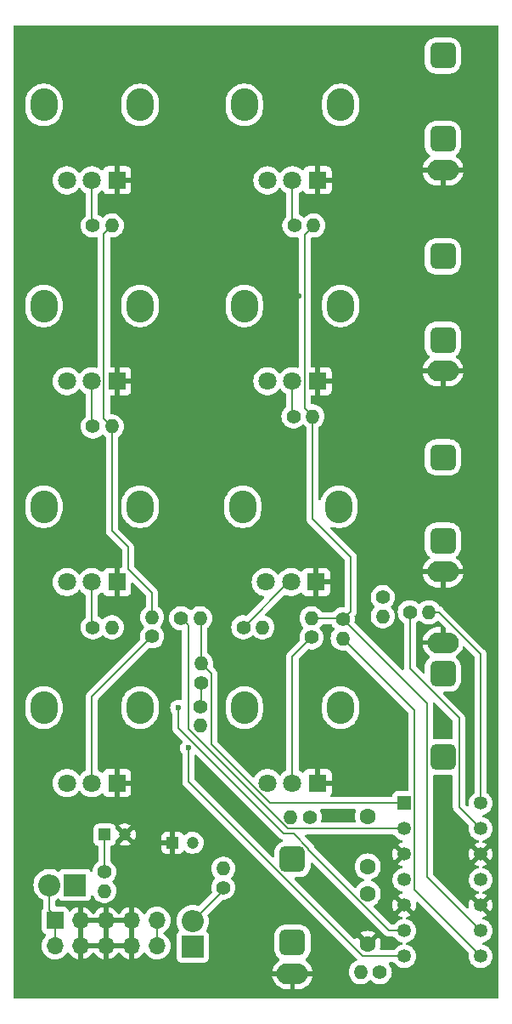
<source format=gbr>
%TF.GenerationSoftware,KiCad,Pcbnew,8.0.0*%
%TF.CreationDate,2024-04-08T18:26:30+02:00*%
%TF.ProjectId,4Channe_Mixer,34436861-6e6e-4655-9f4d-697865722e6b,rev?*%
%TF.SameCoordinates,Original*%
%TF.FileFunction,Copper,L1,Top*%
%TF.FilePolarity,Positive*%
%FSLAX46Y46*%
G04 Gerber Fmt 4.6, Leading zero omitted, Abs format (unit mm)*
G04 Created by KiCad (PCBNEW 8.0.0) date 2024-04-08 18:26:30*
%MOMM*%
%LPD*%
G01*
G04 APERTURE LIST*
G04 Aperture macros list*
%AMRoundRect*
0 Rectangle with rounded corners*
0 $1 Rounding radius*
0 $2 $3 $4 $5 $6 $7 $8 $9 X,Y pos of 4 corners*
0 Add a 4 corners polygon primitive as box body*
4,1,4,$2,$3,$4,$5,$6,$7,$8,$9,$2,$3,0*
0 Add four circle primitives for the rounded corners*
1,1,$1+$1,$2,$3*
1,1,$1+$1,$4,$5*
1,1,$1+$1,$6,$7*
1,1,$1+$1,$8,$9*
0 Add four rect primitives between the rounded corners*
20,1,$1+$1,$2,$3,$4,$5,0*
20,1,$1+$1,$4,$5,$6,$7,0*
20,1,$1+$1,$6,$7,$8,$9,0*
20,1,$1+$1,$8,$9,$2,$3,0*%
G04 Aperture macros list end*
%TA.AperFunction,ComponentPad*%
%ADD10R,1.350000X1.350000*%
%TD*%
%TA.AperFunction,ComponentPad*%
%ADD11C,1.350000*%
%TD*%
%TA.AperFunction,ComponentPad*%
%ADD12O,2.720000X3.240000*%
%TD*%
%TA.AperFunction,ComponentPad*%
%ADD13R,1.800000X1.800000*%
%TD*%
%TA.AperFunction,ComponentPad*%
%ADD14C,1.800000*%
%TD*%
%TA.AperFunction,ComponentPad*%
%ADD15C,1.400000*%
%TD*%
%TA.AperFunction,ComponentPad*%
%ADD16O,1.400000X1.400000*%
%TD*%
%TA.AperFunction,ComponentPad*%
%ADD17RoundRect,0.650000X0.650000X0.650000X-0.650000X0.650000X-0.650000X-0.650000X0.650000X-0.650000X0*%
%TD*%
%TA.AperFunction,ComponentPad*%
%ADD18O,3.100000X2.100000*%
%TD*%
%TA.AperFunction,ComponentPad*%
%ADD19RoundRect,0.650000X-0.650000X-0.650000X0.650000X-0.650000X0.650000X0.650000X-0.650000X0.650000X0*%
%TD*%
%TA.AperFunction,ComponentPad*%
%ADD20R,1.700000X1.700000*%
%TD*%
%TA.AperFunction,ComponentPad*%
%ADD21O,1.700000X1.700000*%
%TD*%
%TA.AperFunction,ComponentPad*%
%ADD22R,2.200000X2.200000*%
%TD*%
%TA.AperFunction,ComponentPad*%
%ADD23O,2.200000X2.200000*%
%TD*%
%TA.AperFunction,ComponentPad*%
%ADD24R,1.200000X1.200000*%
%TD*%
%TA.AperFunction,ComponentPad*%
%ADD25C,1.200000*%
%TD*%
%TA.AperFunction,ComponentPad*%
%ADD26C,1.600000*%
%TD*%
%TA.AperFunction,ViaPad*%
%ADD27C,0.600000*%
%TD*%
%TA.AperFunction,Conductor*%
%ADD28C,0.200000*%
%TD*%
G04 APERTURE END LIST*
D10*
%TO.P,U1,1*%
%TO.N,Net-(R1-Pad2)*%
X101550000Y-115980000D03*
D11*
%TO.P,U1,2,-*%
%TO.N,Net-(U1A--)*%
X101550000Y-118520000D03*
%TO.P,U1,3,+*%
%TO.N,GND*%
X101550000Y-121060000D03*
%TO.P,U1,4,V+*%
%TO.N,+12V*%
X101550000Y-123600000D03*
%TO.P,U1,5,+*%
%TO.N,GND*%
X101550000Y-126140000D03*
%TO.P,U1,6,-*%
%TO.N,Net-(U1B--)*%
X101550000Y-128680000D03*
%TO.P,U1,7*%
%TO.N,Net-(R2-Pad2)*%
X101550000Y-131220000D03*
%TO.P,U1,8*%
%TO.N,Net-(R10-Pad2)*%
X109170000Y-131220000D03*
%TO.P,U1,9,-*%
%TO.N,Net-(U1C--)*%
X109170000Y-128680000D03*
%TO.P,U1,10,+*%
%TO.N,GND*%
X109170000Y-126140000D03*
%TO.P,U1,11,V-*%
%TO.N,-12V*%
X109170000Y-123600000D03*
%TO.P,U1,12,+*%
%TO.N,GND*%
X109170000Y-121060000D03*
%TO.P,U1,13,-*%
%TO.N,Net-(U1D--)*%
X109170000Y-118520000D03*
%TO.P,U1,14*%
%TO.N,Net-(R11-Pad2)*%
X109170000Y-115980000D03*
%TD*%
D12*
%TO.P,RV9,*%
%TO.N,*%
X95200000Y-106485000D03*
X85600000Y-106485000D03*
D13*
%TO.P,RV9,1,1*%
%TO.N,GND*%
X92900000Y-113985000D03*
D14*
%TO.P,RV9,2,2*%
%TO.N,Net-(R15-Pad1)*%
X90400000Y-113985000D03*
%TO.P,RV9,3,3*%
%TO.N,Net-(J5-PadT)*%
X87900000Y-113985000D03*
%TD*%
D12*
%TO.P,RV8,*%
%TO.N,*%
X95040000Y-86485000D03*
X85440000Y-86485000D03*
D13*
%TO.P,RV8,1,1*%
%TO.N,GND*%
X92740000Y-93985000D03*
D14*
%TO.P,RV8,2,2*%
%TO.N,Net-(R14-Pad1)*%
X90240000Y-93985000D03*
%TO.P,RV8,3,3*%
%TO.N,Net-(J4-PadT)*%
X87740000Y-93985000D03*
%TD*%
D12*
%TO.P,RV7,*%
%TO.N,*%
X95200000Y-66485000D03*
X85600000Y-66485000D03*
D13*
%TO.P,RV7,1,1*%
%TO.N,GND*%
X92900000Y-73985000D03*
D14*
%TO.P,RV7,2,2*%
%TO.N,Net-(R13-Pad1)*%
X90400000Y-73985000D03*
%TO.P,RV7,3,3*%
%TO.N,Net-(J3-PadT)*%
X87900000Y-73985000D03*
%TD*%
D12*
%TO.P,RV6,*%
%TO.N,*%
X95200000Y-46485000D03*
X85600000Y-46485000D03*
D13*
%TO.P,RV6,1,1*%
%TO.N,GND*%
X92900000Y-53985000D03*
D14*
%TO.P,RV6,2,2*%
%TO.N,Net-(R12-Pad1)*%
X90400000Y-53985000D03*
%TO.P,RV6,3,3*%
%TO.N,Net-(J2-PadT)*%
X87900000Y-53985000D03*
%TD*%
D12*
%TO.P,RV4,*%
%TO.N,*%
X75200000Y-106485000D03*
X65600000Y-106485000D03*
D13*
%TO.P,RV4,1,1*%
%TO.N,GND*%
X72900000Y-113985000D03*
D14*
%TO.P,RV4,2,2*%
%TO.N,Net-(R6-Pad1)*%
X70400000Y-113985000D03*
%TO.P,RV4,3,3*%
%TO.N,Net-(J5-PadR)*%
X67900000Y-113985000D03*
%TD*%
D12*
%TO.P,RV3,*%
%TO.N,*%
X75200000Y-86485000D03*
X65600000Y-86485000D03*
D13*
%TO.P,RV3,1,1*%
%TO.N,GND*%
X72900000Y-93985000D03*
D14*
%TO.P,RV3,2,2*%
%TO.N,Net-(R5-Pad1)*%
X70400000Y-93985000D03*
%TO.P,RV3,3,3*%
%TO.N,Net-(J4-PadR)*%
X67900000Y-93985000D03*
%TD*%
D12*
%TO.P,RV2,*%
%TO.N,*%
X75200000Y-66485000D03*
X65600000Y-66485000D03*
D13*
%TO.P,RV2,1,1*%
%TO.N,GND*%
X72900000Y-73985000D03*
D14*
%TO.P,RV2,2,2*%
%TO.N,Net-(R4-Pad1)*%
X70400000Y-73985000D03*
%TO.P,RV2,3,3*%
%TO.N,Net-(J3-PadR)*%
X67900000Y-73985000D03*
%TD*%
D12*
%TO.P,RV1,*%
%TO.N,*%
X75200000Y-46485000D03*
X65600000Y-46485000D03*
D13*
%TO.P,RV1,1,1*%
%TO.N,GND*%
X72900000Y-53985000D03*
D14*
%TO.P,RV1,2,2*%
%TO.N,Net-(R3-Pad1)*%
X70400000Y-53985000D03*
%TO.P,RV1,3,3*%
%TO.N,Net-(J2-PadR)*%
X67900000Y-53985000D03*
%TD*%
D15*
%TO.P,R38,1*%
%TO.N,Net-(D2-A)*%
X83500000Y-124405000D03*
D16*
%TO.P,R38,2*%
%TO.N,-12V*%
X83500000Y-122505000D03*
%TD*%
D15*
%TO.P,R37,1*%
%TO.N,+12V*%
X71640000Y-122832000D03*
D16*
%TO.P,R37,2*%
%TO.N,Net-(D1-K)*%
X71640000Y-124732000D03*
%TD*%
%TO.P,R18,2*%
%TO.N,Net-(J6-PadT)*%
X90205000Y-117385000D03*
D15*
%TO.P,R18,1*%
%TO.N,Net-(R11-Pad2)*%
X92105000Y-117385000D03*
%TD*%
%TO.P,R17,1*%
%TO.N,Net-(R10-Pad2)*%
X99400000Y-95485000D03*
D16*
%TO.P,R17,2*%
%TO.N,Net-(U1D--)*%
X99400000Y-97385000D03*
%TD*%
D15*
%TO.P,R15,1*%
%TO.N,Net-(R15-Pad1)*%
X92300000Y-99485000D03*
D16*
%TO.P,R15,2*%
%TO.N,Net-(U1C--)*%
X92300000Y-97585000D03*
%TD*%
D15*
%TO.P,R14,1*%
%TO.N,Net-(R14-Pad1)*%
X85500000Y-98485000D03*
D16*
%TO.P,R14,2*%
%TO.N,Net-(U1C--)*%
X87400000Y-98485000D03*
%TD*%
D15*
%TO.P,R13,1*%
%TO.N,Net-(R13-Pad1)*%
X90500000Y-77485000D03*
D16*
%TO.P,R13,2*%
%TO.N,Net-(U1C--)*%
X92400000Y-77485000D03*
%TD*%
D15*
%TO.P,R12,1*%
%TO.N,Net-(R12-Pad1)*%
X90590000Y-58485000D03*
D16*
%TO.P,R12,2*%
%TO.N,Net-(U1C--)*%
X92490000Y-58485000D03*
%TD*%
D15*
%TO.P,R11,1*%
%TO.N,Net-(U1D--)*%
X102095000Y-96985000D03*
D16*
%TO.P,R11,2*%
%TO.N,Net-(R11-Pad2)*%
X103995000Y-96985000D03*
%TD*%
D15*
%TO.P,R10,1*%
%TO.N,Net-(U1C--)*%
X95400000Y-97685000D03*
D16*
%TO.P,R10,2*%
%TO.N,Net-(R10-Pad2)*%
X95400000Y-99585000D03*
%TD*%
%TO.P,R9,2*%
%TO.N,Net-(R1-Pad2)*%
X81300000Y-102090000D03*
D15*
%TO.P,R9,1*%
%TO.N,Net-(U1B--)*%
X81300000Y-103990000D03*
%TD*%
D16*
%TO.P,R8,2*%
%TO.N,Net-(J6-PadR)*%
X97205000Y-132805000D03*
D15*
%TO.P,R8,1*%
%TO.N,Net-(R2-Pad2)*%
X99105000Y-132805000D03*
%TD*%
%TO.P,R6,1*%
%TO.N,Net-(R6-Pad1)*%
X76400000Y-99385000D03*
D16*
%TO.P,R6,2*%
%TO.N,Net-(U1A--)*%
X76400000Y-97485000D03*
%TD*%
D15*
%TO.P,R5,1*%
%TO.N,Net-(R5-Pad1)*%
X70500000Y-98485000D03*
D16*
%TO.P,R5,2*%
%TO.N,Net-(U1A--)*%
X72400000Y-98485000D03*
%TD*%
D15*
%TO.P,R4,1*%
%TO.N,Net-(R4-Pad1)*%
X70500000Y-78485000D03*
D16*
%TO.P,R4,2*%
%TO.N,Net-(U1A--)*%
X72400000Y-78485000D03*
%TD*%
D15*
%TO.P,R3,1*%
%TO.N,Net-(R3-Pad1)*%
X70500000Y-58485000D03*
D16*
%TO.P,R3,2*%
%TO.N,Net-(U1A--)*%
X72400000Y-58485000D03*
%TD*%
%TO.P,R2,2*%
%TO.N,Net-(R2-Pad2)*%
X81200000Y-108280000D03*
D15*
%TO.P,R2,1*%
%TO.N,Net-(U1B--)*%
X81200000Y-106380000D03*
%TD*%
%TO.P,R1,1*%
%TO.N,Net-(U1A--)*%
X79295000Y-97585000D03*
D16*
%TO.P,R1,2*%
%TO.N,Net-(R1-Pad2)*%
X81195000Y-97585000D03*
%TD*%
D17*
%TO.P,J6,R*%
%TO.N,Net-(J6-PadR)*%
X90400000Y-129865000D03*
D18*
%TO.P,J6,S*%
%TO.N,GND*%
X90400000Y-132965000D03*
D17*
%TO.P,J6,T*%
%TO.N,Net-(J6-PadT)*%
X90400000Y-121565000D03*
%TD*%
D19*
%TO.P,J5,R*%
%TO.N,Net-(J5-PadR)*%
X105400000Y-103105000D03*
D18*
%TO.P,J5,S*%
%TO.N,GND*%
X105400000Y-100005000D03*
D19*
%TO.P,J5,T*%
%TO.N,Net-(J5-PadT)*%
X105400000Y-111405000D03*
%TD*%
D17*
%TO.P,J4,R*%
%TO.N,Net-(J4-PadR)*%
X105400000Y-89865000D03*
D18*
%TO.P,J4,S*%
%TO.N,GND*%
X105400000Y-92965000D03*
D17*
%TO.P,J4,T*%
%TO.N,Net-(J4-PadT)*%
X105400000Y-81565000D03*
%TD*%
%TO.P,J3,R*%
%TO.N,Net-(J3-PadR)*%
X105400000Y-69865000D03*
D18*
%TO.P,J3,S*%
%TO.N,GND*%
X105400000Y-72965000D03*
D17*
%TO.P,J3,T*%
%TO.N,Net-(J3-PadT)*%
X105400000Y-61565000D03*
%TD*%
%TO.P,J2,R*%
%TO.N,Net-(J2-PadR)*%
X105400000Y-49865000D03*
D18*
%TO.P,J2,S*%
%TO.N,GND*%
X105400000Y-52965000D03*
D17*
%TO.P,J2,T*%
%TO.N,Net-(J2-PadT)*%
X105400000Y-41565000D03*
%TD*%
D20*
%TO.P,J1,1,+12V*%
%TO.N,Net-(D1-A)*%
X66720000Y-127660000D03*
D21*
%TO.P,J1,2,+12V*%
X66720000Y-130200000D03*
%TO.P,J1,3,GND*%
%TO.N,GND*%
X69260000Y-127660000D03*
%TO.P,J1,4,GND*%
X69260000Y-130200000D03*
%TO.P,J1,5,GND*%
X71800000Y-127660000D03*
%TO.P,J1,6,GND*%
X71800000Y-130200000D03*
%TO.P,J1,7,GND*%
X74340000Y-127660000D03*
%TO.P,J1,8,GND*%
X74340000Y-130200000D03*
%TO.P,J1,9,-12V*%
%TO.N,Net-(D2-K)*%
X76880000Y-127660000D03*
%TO.P,J1,10,-12V*%
X76880000Y-130200000D03*
%TD*%
D22*
%TO.P,D2,1,K*%
%TO.N,Net-(D2-K)*%
X80436000Y-130273766D03*
D23*
%TO.P,D2,2,A*%
%TO.N,Net-(D2-A)*%
X80436000Y-127733766D03*
%TD*%
D22*
%TO.P,D1,1,K*%
%TO.N,Net-(D1-K)*%
X68711766Y-124137000D03*
D23*
%TO.P,D1,2,A*%
%TO.N,Net-(D1-A)*%
X66171766Y-124137000D03*
%TD*%
D24*
%TO.P,C6,1*%
%TO.N,GND*%
X78440000Y-119936998D03*
D25*
%TO.P,C6,2*%
%TO.N,-12V*%
X80440000Y-119936998D03*
%TD*%
D24*
%TO.P,C5,1*%
%TO.N,+12V*%
X71667401Y-119137000D03*
D25*
%TO.P,C5,2*%
%TO.N,GND*%
X73667401Y-119137000D03*
%TD*%
D26*
%TO.P,C2,1*%
%TO.N,GND*%
X97900000Y-117300000D03*
%TO.P,C2,2*%
%TO.N,-12V*%
X97900000Y-122300000D03*
%TD*%
%TO.P,C1,2*%
%TO.N,GND*%
X97900000Y-130000000D03*
%TO.P,C1,1*%
%TO.N,+12V*%
X97900000Y-125000000D03*
%TD*%
D27*
%TO.N,GND*%
X106700000Y-124200000D03*
X81900000Y-51100000D03*
X80700000Y-58100000D03*
X80000000Y-77800000D03*
X97400000Y-90100000D03*
X110400000Y-106600000D03*
X101400000Y-109000000D03*
X72400000Y-109100000D03*
X68600000Y-109400000D03*
X92000000Y-108900000D03*
X88300000Y-108800000D03*
X89500000Y-100000000D03*
X94800000Y-93700000D03*
X95300000Y-96100000D03*
X97900000Y-53500000D03*
X91000000Y-95500000D03*
X83500000Y-95000000D03*
X107000000Y-44000000D03*
X98500000Y-42500000D03*
X83500000Y-99000000D03*
X108000000Y-96000000D03*
X99000000Y-106500000D03*
X94500000Y-117000000D03*
X95500000Y-120000000D03*
X69000000Y-133500000D03*
X83500000Y-133500000D03*
X104500000Y-131500000D03*
X108000000Y-57500000D03*
X98500000Y-70000000D03*
X102500000Y-76500000D03*
X82000000Y-47000000D03*
X65500000Y-59500000D03*
X91000000Y-65500000D03*
X97500000Y-58000000D03*
X81000000Y-67500000D03*
X80000000Y-80700000D03*
X80500000Y-88500000D03*
X65000000Y-77000000D03*
X66000000Y-98500000D03*
X66000000Y-118500000D03*
X105500000Y-108000000D03*
X87500000Y-124500000D03*
X93500000Y-124500000D03*
X106000000Y-120000000D03*
X108000000Y-105000000D03*
X85000000Y-116500000D03*
%TO.N,Net-(R2-Pad2)*%
X80000000Y-110500000D03*
%TO.N,Net-(U1B--)*%
X79000000Y-106500000D03*
%TD*%
D28*
%TO.N,Net-(U1C--)*%
X96200000Y-96885000D02*
X95400000Y-97685000D01*
X92400000Y-77485000D02*
X92400000Y-87700000D01*
X92400000Y-87700000D02*
X96200000Y-91500000D01*
X96200000Y-91500000D02*
X96200000Y-96885000D01*
X95300000Y-97585000D02*
X95400000Y-97685000D01*
X92300000Y-97585000D02*
X95300000Y-97585000D01*
%TO.N,Net-(U1A--)*%
X72400000Y-88900000D02*
X74000000Y-90500000D01*
X74000000Y-90500000D02*
X74000000Y-92685000D01*
X72400000Y-78485000D02*
X72400000Y-88900000D01*
X74000000Y-92685000D02*
X76400000Y-95085000D01*
X76400000Y-95085000D02*
X76400000Y-97485000D01*
%TO.N,Net-(R2-Pad2)*%
X97411496Y-131220000D02*
X80000000Y-113808504D01*
X80000000Y-113808504D02*
X80000000Y-110500000D01*
X101550000Y-131220000D02*
X97411496Y-131220000D01*
%TO.N,Net-(U1B--)*%
X79000000Y-108500000D02*
X79000000Y-106500000D01*
X89500000Y-119000000D02*
X79000000Y-108500000D01*
X90500000Y-119000000D02*
X89500000Y-119000000D01*
X92000000Y-120655635D02*
X92000000Y-120500000D01*
X101550000Y-128680000D02*
X100024365Y-128680000D01*
%TO.N,Net-(U1A--)*%
X79995000Y-98285000D02*
X79295000Y-97585000D01*
X79995000Y-108589214D02*
X79995000Y-98285000D01*
%TO.N,Net-(U1B--)*%
X100024365Y-128680000D02*
X92000000Y-120655635D01*
X92000000Y-120500000D02*
X90500000Y-119000000D01*
%TO.N,Net-(U1A--)*%
X89925786Y-118520000D02*
X79995000Y-108589214D01*
X101550000Y-118520000D02*
X89925786Y-118520000D01*
%TO.N,Net-(R1-Pad2)*%
X82300000Y-103090000D02*
X81300000Y-102090000D01*
X82300000Y-110082057D02*
X82300000Y-103090000D01*
X88197943Y-115980000D02*
X82300000Y-110082057D01*
X101550000Y-115980000D02*
X88197943Y-115980000D01*
%TO.N,Net-(D2-A)*%
X83500000Y-124669766D02*
X83500000Y-124405000D01*
X80436000Y-127733766D02*
X83500000Y-124669766D01*
%TO.N,Net-(D1-A)*%
X66720000Y-127220000D02*
X66171766Y-126671766D01*
X66171766Y-126671766D02*
X66171766Y-124137000D01*
X66720000Y-127660000D02*
X66720000Y-127220000D01*
X66720000Y-127660000D02*
X66720000Y-130200000D01*
%TO.N,Net-(D2-K)*%
X76880000Y-127660000D02*
X76880000Y-130200000D01*
%TO.N,-12V*%
X80445000Y-119941998D02*
X80440000Y-119936998D01*
%TO.N,+12V*%
X71640000Y-119164401D02*
X71667401Y-119137000D01*
X71640000Y-122832000D02*
X71640000Y-119164401D01*
%TO.N,Net-(U1D--)*%
X107000000Y-107500000D02*
X102095000Y-102595000D01*
X107000000Y-116350000D02*
X107000000Y-107500000D01*
X109170000Y-118520000D02*
X107000000Y-116350000D01*
X102095000Y-102595000D02*
X102095000Y-96985000D01*
%TO.N,Net-(R11-Pad2)*%
X109170000Y-101170051D02*
X104984949Y-96985000D01*
X109170000Y-115980000D02*
X109170000Y-101170051D01*
X104984949Y-96985000D02*
X103995000Y-96985000D01*
%TO.N,Net-(R10-Pad2)*%
X102525000Y-124575000D02*
X109170000Y-131220000D01*
X102525000Y-106710000D02*
X102525000Y-124575000D01*
X95400000Y-99585000D02*
X102525000Y-106710000D01*
%TO.N,Net-(U1C--)*%
X103800000Y-106085000D02*
X95400000Y-97685000D01*
X103800000Y-123310000D02*
X103800000Y-106085000D01*
X109170000Y-128680000D02*
X103800000Y-123310000D01*
%TO.N,Net-(R6-Pad1)*%
X70400000Y-105385000D02*
X70400000Y-113985000D01*
X76400000Y-99385000D02*
X70400000Y-105385000D01*
%TO.N,Net-(R14-Pad1)*%
X90000000Y-93985000D02*
X90240000Y-93985000D01*
X85500000Y-98485000D02*
X90000000Y-93985000D01*
%TO.N,Net-(U1C--)*%
X91600000Y-76685000D02*
X92400000Y-77485000D01*
X91600000Y-59375000D02*
X91600000Y-76685000D01*
X92490000Y-58485000D02*
X91600000Y-59375000D01*
%TO.N,Net-(R15-Pad1)*%
X90400000Y-101385000D02*
X92300000Y-99485000D01*
X90400000Y-113985000D02*
X90400000Y-101385000D01*
%TO.N,Net-(R1-Pad2)*%
X81300000Y-97690000D02*
X81195000Y-97585000D01*
X81300000Y-102090000D02*
X81300000Y-97690000D01*
%TO.N,Net-(U1B--)*%
X81300000Y-106280000D02*
X81200000Y-106380000D01*
X81300000Y-103990000D02*
X81300000Y-106280000D01*
%TO.N,Net-(R5-Pad1)*%
X70400000Y-98385000D02*
X70500000Y-98485000D01*
X70400000Y-93985000D02*
X70400000Y-98385000D01*
%TO.N,Net-(U1A--)*%
X71600000Y-77685000D02*
X72400000Y-78485000D01*
X71600000Y-59285000D02*
X71600000Y-77685000D01*
X72400000Y-58485000D02*
X71600000Y-59285000D01*
%TO.N,Net-(R4-Pad1)*%
X70400000Y-78385000D02*
X70500000Y-78485000D01*
X70400000Y-73985000D02*
X70400000Y-78385000D01*
%TO.N,Net-(R13-Pad1)*%
X90400000Y-77385000D02*
X90500000Y-77485000D01*
X90400000Y-73985000D02*
X90400000Y-77385000D01*
%TO.N,Net-(R12-Pad1)*%
X90400000Y-58295000D02*
X90590000Y-58485000D01*
X90400000Y-53985000D02*
X90400000Y-58295000D01*
%TO.N,Net-(R3-Pad1)*%
X70400000Y-58385000D02*
X70500000Y-58485000D01*
X70400000Y-53985000D02*
X70400000Y-58385000D01*
%TD*%
%TA.AperFunction,Conductor*%
%TO.N,GND*%
G36*
X92405703Y-121911019D02*
G01*
X92412181Y-121917051D01*
X99539504Y-129044374D01*
X99539514Y-129044385D01*
X99543844Y-129048715D01*
X99543845Y-129048716D01*
X99655649Y-129160520D01*
X99723165Y-129199500D01*
X99792580Y-129239577D01*
X99945308Y-129280501D01*
X99945311Y-129280501D01*
X100111018Y-129280501D01*
X100111034Y-129280500D01*
X100468706Y-129280500D01*
X100535745Y-129300185D01*
X100567659Y-129329772D01*
X100677573Y-129475322D01*
X100838568Y-129622088D01*
X100838575Y-129622092D01*
X100838576Y-129622093D01*
X101023786Y-129736770D01*
X101023792Y-129736773D01*
X101046664Y-129745633D01*
X101226931Y-129815470D01*
X101294558Y-129828111D01*
X101356838Y-129859779D01*
X101392111Y-129920092D01*
X101389177Y-129989900D01*
X101348968Y-130047040D01*
X101294558Y-130071888D01*
X101226931Y-130084530D01*
X101178130Y-130103435D01*
X101023792Y-130163226D01*
X101023786Y-130163229D01*
X100838576Y-130277906D01*
X100838566Y-130277913D01*
X100677574Y-130424676D01*
X100567660Y-130570227D01*
X100511551Y-130611863D01*
X100468706Y-130619500D01*
X99240155Y-130619500D01*
X99173116Y-130599815D01*
X99127361Y-130547011D01*
X99117417Y-130477853D01*
X99125210Y-130451694D01*
X99124417Y-130451406D01*
X99126269Y-130446317D01*
X99185139Y-130226610D01*
X99185141Y-130226599D01*
X99204966Y-130000002D01*
X99204966Y-129999997D01*
X99185141Y-129773400D01*
X99185139Y-129773389D01*
X99126269Y-129553682D01*
X99126264Y-129553668D01*
X99030136Y-129347521D01*
X99030132Y-129347513D01*
X98979025Y-129274526D01*
X98300000Y-129953551D01*
X98300000Y-129947339D01*
X98272741Y-129845606D01*
X98220080Y-129754394D01*
X98145606Y-129679920D01*
X98054394Y-129627259D01*
X97952661Y-129600000D01*
X97946448Y-129600000D01*
X98625472Y-128920974D01*
X98552478Y-128869863D01*
X98346331Y-128773735D01*
X98346317Y-128773730D01*
X98126610Y-128714860D01*
X98126599Y-128714858D01*
X97900002Y-128695034D01*
X97899998Y-128695034D01*
X97673400Y-128714858D01*
X97673389Y-128714860D01*
X97453682Y-128773730D01*
X97453673Y-128773734D01*
X97247516Y-128869866D01*
X97247512Y-128869868D01*
X97174526Y-128920973D01*
X97174526Y-128920974D01*
X97853553Y-129600000D01*
X97847339Y-129600000D01*
X97745606Y-129627259D01*
X97654394Y-129679920D01*
X97579920Y-129754394D01*
X97527259Y-129845606D01*
X97500000Y-129947339D01*
X97500000Y-129953552D01*
X96820974Y-129274526D01*
X96820973Y-129274526D01*
X96769868Y-129347512D01*
X96769866Y-129347517D01*
X96723347Y-129447276D01*
X96677174Y-129499715D01*
X96609980Y-129518867D01*
X96543099Y-129498651D01*
X96523284Y-129482552D01*
X90617913Y-123577181D01*
X90584428Y-123515858D01*
X90589412Y-123446166D01*
X90631284Y-123390233D01*
X90696748Y-123365816D01*
X90705594Y-123365500D01*
X91121016Y-123365500D01*
X91156459Y-123363039D01*
X91209630Y-123359349D01*
X91209636Y-123359347D01*
X91209640Y-123359347D01*
X91388673Y-123317238D01*
X91417185Y-123310532D01*
X91612237Y-123224409D01*
X91788142Y-123103911D01*
X91938911Y-122953142D01*
X92059409Y-122777237D01*
X92145532Y-122582185D01*
X92168518Y-122484454D01*
X92194347Y-122374640D01*
X92194347Y-122374636D01*
X92194349Y-122374630D01*
X92200500Y-122286012D01*
X92200500Y-122004732D01*
X92220185Y-121937693D01*
X92272989Y-121891938D01*
X92342147Y-121881994D01*
X92405703Y-121911019D01*
G37*
%TD.AperFunction*%
%TA.AperFunction,Conductor*%
G36*
X100535745Y-119140185D02*
G01*
X100567659Y-119169772D01*
X100677573Y-119315322D01*
X100838568Y-119462088D01*
X100838575Y-119462092D01*
X100838576Y-119462093D01*
X101023786Y-119576770D01*
X101023792Y-119576773D01*
X101046996Y-119585762D01*
X101226931Y-119655470D01*
X101295920Y-119668366D01*
X101358199Y-119700033D01*
X101393472Y-119760345D01*
X101390539Y-119830153D01*
X101350330Y-119887294D01*
X101295918Y-119912143D01*
X101227070Y-119925013D01*
X101227069Y-119925013D01*
X101024016Y-120003676D01*
X101024015Y-120003676D01*
X100914832Y-120071279D01*
X101461414Y-120617861D01*
X101376306Y-120640667D01*
X101273694Y-120699910D01*
X101189910Y-120783694D01*
X101130667Y-120886306D01*
X101107861Y-120971414D01*
X100558987Y-120422540D01*
X100546719Y-120438785D01*
X100546711Y-120438798D01*
X100449655Y-120633712D01*
X100449650Y-120633725D01*
X100390057Y-120843169D01*
X100369966Y-121059999D01*
X100369966Y-121060000D01*
X100390057Y-121276830D01*
X100449650Y-121486274D01*
X100449655Y-121486287D01*
X100546711Y-121681202D01*
X100546713Y-121681204D01*
X100558987Y-121697457D01*
X101107861Y-121148584D01*
X101130667Y-121233694D01*
X101189910Y-121336306D01*
X101273694Y-121420090D01*
X101376306Y-121479333D01*
X101461414Y-121502137D01*
X100914833Y-122048719D01*
X100914833Y-122048720D01*
X101024010Y-122116321D01*
X101024014Y-122116323D01*
X101227060Y-122194983D01*
X101227071Y-122194987D01*
X101295917Y-122207856D01*
X101358198Y-122239523D01*
X101393472Y-122299835D01*
X101390539Y-122369644D01*
X101350330Y-122426784D01*
X101295919Y-122451633D01*
X101226942Y-122464527D01*
X101226933Y-122464529D01*
X101226931Y-122464530D01*
X101178130Y-122483435D01*
X101023792Y-122543226D01*
X101023786Y-122543229D01*
X100838576Y-122657906D01*
X100838566Y-122657913D01*
X100677574Y-122804676D01*
X100546288Y-122978527D01*
X100449184Y-123173537D01*
X100449183Y-123173541D01*
X100395175Y-123363362D01*
X100389564Y-123383081D01*
X100369464Y-123599999D01*
X100369464Y-123600000D01*
X100389564Y-123816918D01*
X100389564Y-123816920D01*
X100389565Y-123816923D01*
X100441642Y-123999954D01*
X100449184Y-124026462D01*
X100504226Y-124137000D01*
X100546288Y-124221472D01*
X100677573Y-124395322D01*
X100838568Y-124542088D01*
X100838575Y-124542092D01*
X100838576Y-124542093D01*
X101023786Y-124656770D01*
X101023792Y-124656773D01*
X101052159Y-124667762D01*
X101226931Y-124735470D01*
X101295920Y-124748366D01*
X101358199Y-124780033D01*
X101393472Y-124840345D01*
X101390539Y-124910153D01*
X101350330Y-124967294D01*
X101295918Y-124992143D01*
X101227070Y-125005013D01*
X101227069Y-125005013D01*
X101024016Y-125083676D01*
X101024015Y-125083676D01*
X100914832Y-125151279D01*
X101461414Y-125697861D01*
X101376306Y-125720667D01*
X101273694Y-125779910D01*
X101189910Y-125863694D01*
X101130667Y-125966306D01*
X101107861Y-126051414D01*
X100558987Y-125502540D01*
X100546719Y-125518785D01*
X100546711Y-125518798D01*
X100449655Y-125713712D01*
X100449650Y-125713725D01*
X100390057Y-125923169D01*
X100369966Y-126139999D01*
X100369966Y-126140000D01*
X100390057Y-126356830D01*
X100449650Y-126566274D01*
X100449655Y-126566287D01*
X100546711Y-126761202D01*
X100546713Y-126761204D01*
X100558987Y-126777457D01*
X101107861Y-126228584D01*
X101130667Y-126313694D01*
X101189910Y-126416306D01*
X101273694Y-126500090D01*
X101376306Y-126559333D01*
X101461414Y-126582138D01*
X100914833Y-127128719D01*
X100914833Y-127128720D01*
X101024010Y-127196321D01*
X101024014Y-127196323D01*
X101227060Y-127274983D01*
X101227071Y-127274987D01*
X101295917Y-127287856D01*
X101358198Y-127319523D01*
X101393472Y-127379835D01*
X101390539Y-127449644D01*
X101350330Y-127506784D01*
X101295919Y-127531633D01*
X101226942Y-127544527D01*
X101226933Y-127544529D01*
X101226931Y-127544530D01*
X101178130Y-127563435D01*
X101023792Y-127623226D01*
X101023786Y-127623229D01*
X100838576Y-127737906D01*
X100838566Y-127737913D01*
X100677574Y-127884676D01*
X100567660Y-128030227D01*
X100511551Y-128071863D01*
X100468706Y-128079500D01*
X100324462Y-128079500D01*
X100257423Y-128059815D01*
X100236781Y-128043181D01*
X98522076Y-126328476D01*
X98488591Y-126267153D01*
X98493575Y-126197461D01*
X98535447Y-126141528D01*
X98548361Y-126133827D01*
X98548043Y-126133276D01*
X98552725Y-126130572D01*
X98552734Y-126130568D01*
X98739139Y-126000047D01*
X98900047Y-125839139D01*
X99030568Y-125652734D01*
X99126739Y-125446496D01*
X99185635Y-125226692D01*
X99205468Y-125000000D01*
X99185635Y-124773308D01*
X99126739Y-124553504D01*
X99030568Y-124347266D01*
X98900047Y-124160861D01*
X98900045Y-124160858D01*
X98739141Y-123999954D01*
X98552734Y-123869432D01*
X98552732Y-123869431D01*
X98346497Y-123773261D01*
X98346488Y-123773258D01*
X98333487Y-123769775D01*
X98273827Y-123733410D01*
X98243297Y-123670564D01*
X98251591Y-123601188D01*
X98296076Y-123547310D01*
X98333487Y-123530225D01*
X98341941Y-123527959D01*
X98346496Y-123526739D01*
X98552734Y-123430568D01*
X98739139Y-123300047D01*
X98900047Y-123139139D01*
X99030568Y-122952734D01*
X99126739Y-122746496D01*
X99185635Y-122526692D01*
X99205468Y-122300000D01*
X99204244Y-122286015D01*
X99196484Y-122197308D01*
X99185635Y-122073308D01*
X99126739Y-121853504D01*
X99030568Y-121647266D01*
X98900047Y-121460861D01*
X98900045Y-121460858D01*
X98739141Y-121299954D01*
X98552734Y-121169432D01*
X98552732Y-121169431D01*
X98346497Y-121073261D01*
X98346488Y-121073258D01*
X98126697Y-121014366D01*
X98126693Y-121014365D01*
X98126692Y-121014365D01*
X98126691Y-121014364D01*
X98126686Y-121014364D01*
X97900002Y-120994532D01*
X97899998Y-120994532D01*
X97673313Y-121014364D01*
X97673302Y-121014366D01*
X97453511Y-121073258D01*
X97453502Y-121073261D01*
X97247267Y-121169431D01*
X97247265Y-121169432D01*
X97060858Y-121299954D01*
X96899954Y-121460858D01*
X96769432Y-121647265D01*
X96769431Y-121647267D01*
X96673261Y-121853502D01*
X96673258Y-121853511D01*
X96614366Y-122073302D01*
X96614364Y-122073313D01*
X96594532Y-122299998D01*
X96594532Y-122300001D01*
X96614364Y-122526686D01*
X96614366Y-122526697D01*
X96673258Y-122746488D01*
X96673261Y-122746497D01*
X96769431Y-122952732D01*
X96769432Y-122952734D01*
X96899954Y-123139141D01*
X97060858Y-123300045D01*
X97085420Y-123317243D01*
X97247266Y-123430568D01*
X97453504Y-123526739D01*
X97460790Y-123528691D01*
X97466513Y-123530225D01*
X97526174Y-123566591D01*
X97556702Y-123629438D01*
X97548407Y-123698813D01*
X97503921Y-123752691D01*
X97466513Y-123769775D01*
X97453509Y-123773259D01*
X97453502Y-123773261D01*
X97247267Y-123869431D01*
X97247265Y-123869432D01*
X97060858Y-123999954D01*
X96899954Y-124160858D01*
X96769430Y-124347268D01*
X96766721Y-124351961D01*
X96764580Y-124350724D01*
X96725062Y-124395306D01*
X96657805Y-124414233D01*
X96590992Y-124393794D01*
X96571522Y-124377922D01*
X92618853Y-120425253D01*
X92586760Y-120369666D01*
X92559577Y-120268216D01*
X92559574Y-120268212D01*
X92559574Y-120268209D01*
X92480524Y-120131290D01*
X92480521Y-120131286D01*
X92480520Y-120131284D01*
X92368716Y-120019480D01*
X92368715Y-120019479D01*
X92364385Y-120015149D01*
X92364374Y-120015139D01*
X91681416Y-119332181D01*
X91647931Y-119270858D01*
X91652915Y-119201166D01*
X91694787Y-119145233D01*
X91760251Y-119120816D01*
X91769097Y-119120500D01*
X100468706Y-119120500D01*
X100535745Y-119140185D01*
G37*
%TD.AperFunction*%
%TA.AperFunction,Conductor*%
G36*
X104552891Y-113190534D02*
G01*
X104565273Y-113193446D01*
X104590370Y-113199349D01*
X104639602Y-113202766D01*
X104678984Y-113205500D01*
X104678988Y-113205500D01*
X106121016Y-113205500D01*
X106156459Y-113203039D01*
X106209630Y-113199349D01*
X106238542Y-113192548D01*
X106247109Y-113190534D01*
X106316874Y-113194346D01*
X106373504Y-113235271D01*
X106399018Y-113300316D01*
X106399500Y-113311240D01*
X106399500Y-116263330D01*
X106399499Y-116263348D01*
X106399499Y-116429054D01*
X106399498Y-116429054D01*
X106440424Y-116581789D01*
X106440425Y-116581790D01*
X106466234Y-116626491D01*
X106469009Y-116631297D01*
X106503470Y-116690986D01*
X106519479Y-116718714D01*
X106519481Y-116718717D01*
X106638349Y-116837585D01*
X106638355Y-116837590D01*
X107978920Y-118178155D01*
X108012405Y-118239478D01*
X108010581Y-118297439D01*
X108010618Y-118297446D01*
X108010574Y-118297679D01*
X108010509Y-118299757D01*
X108009566Y-118303072D01*
X108009564Y-118303078D01*
X107989464Y-118519999D01*
X107989464Y-118520000D01*
X108009564Y-118736918D01*
X108009564Y-118736920D01*
X108009565Y-118736923D01*
X108048560Y-118873975D01*
X108069184Y-118946462D01*
X108164061Y-119136999D01*
X108166288Y-119141472D01*
X108297573Y-119315322D01*
X108458568Y-119462088D01*
X108458575Y-119462092D01*
X108458576Y-119462093D01*
X108643786Y-119576770D01*
X108643792Y-119576773D01*
X108666996Y-119585762D01*
X108846931Y-119655470D01*
X108915920Y-119668366D01*
X108978199Y-119700033D01*
X109013472Y-119760345D01*
X109010539Y-119830153D01*
X108970330Y-119887294D01*
X108915918Y-119912143D01*
X108847070Y-119925013D01*
X108847069Y-119925013D01*
X108644016Y-120003676D01*
X108644015Y-120003676D01*
X108534832Y-120071279D01*
X109081415Y-120617861D01*
X108996306Y-120640667D01*
X108893694Y-120699910D01*
X108809910Y-120783694D01*
X108750667Y-120886306D01*
X108727861Y-120971414D01*
X108178987Y-120422540D01*
X108166719Y-120438785D01*
X108166711Y-120438798D01*
X108069655Y-120633712D01*
X108069650Y-120633725D01*
X108010057Y-120843169D01*
X107989966Y-121059999D01*
X107989966Y-121060000D01*
X108010057Y-121276830D01*
X108069650Y-121486274D01*
X108069655Y-121486287D01*
X108166711Y-121681202D01*
X108166713Y-121681204D01*
X108178987Y-121697457D01*
X108727861Y-121148584D01*
X108750667Y-121233694D01*
X108809910Y-121336306D01*
X108893694Y-121420090D01*
X108996306Y-121479333D01*
X109081414Y-121502138D01*
X108534833Y-122048719D01*
X108534833Y-122048720D01*
X108644010Y-122116321D01*
X108644014Y-122116323D01*
X108847060Y-122194983D01*
X108847071Y-122194987D01*
X108915917Y-122207856D01*
X108978198Y-122239523D01*
X109013472Y-122299835D01*
X109010539Y-122369644D01*
X108970330Y-122426784D01*
X108915919Y-122451633D01*
X108846942Y-122464527D01*
X108846933Y-122464529D01*
X108846931Y-122464530D01*
X108798130Y-122483435D01*
X108643792Y-122543226D01*
X108643786Y-122543229D01*
X108458576Y-122657906D01*
X108458566Y-122657913D01*
X108297574Y-122804676D01*
X108166288Y-122978527D01*
X108069184Y-123173537D01*
X108069183Y-123173541D01*
X108015175Y-123363362D01*
X108009564Y-123383081D01*
X107989464Y-123599999D01*
X107989464Y-123600000D01*
X108009564Y-123816918D01*
X108009564Y-123816920D01*
X108009565Y-123816923D01*
X108061642Y-123999954D01*
X108069184Y-124026462D01*
X108124226Y-124137000D01*
X108166288Y-124221472D01*
X108297573Y-124395322D01*
X108458568Y-124542088D01*
X108458575Y-124542092D01*
X108458576Y-124542093D01*
X108643786Y-124656770D01*
X108643792Y-124656773D01*
X108672159Y-124667762D01*
X108846931Y-124735470D01*
X108915920Y-124748366D01*
X108978199Y-124780033D01*
X109013472Y-124840345D01*
X109010539Y-124910153D01*
X108970330Y-124967294D01*
X108915918Y-124992143D01*
X108847070Y-125005013D01*
X108847069Y-125005013D01*
X108644016Y-125083676D01*
X108644015Y-125083676D01*
X108534832Y-125151279D01*
X109081415Y-125697861D01*
X108996306Y-125720667D01*
X108893694Y-125779910D01*
X108809910Y-125863694D01*
X108750667Y-125966306D01*
X108727861Y-126051414D01*
X108178987Y-125502540D01*
X108166719Y-125518785D01*
X108166711Y-125518798D01*
X108069655Y-125713712D01*
X108069650Y-125713725D01*
X108010057Y-125923169D01*
X107989966Y-126139999D01*
X107989966Y-126140001D01*
X108010437Y-126360928D01*
X107997022Y-126429498D01*
X107948665Y-126479930D01*
X107880719Y-126496212D01*
X107814756Y-126473174D01*
X107799285Y-126460050D01*
X104436819Y-123097584D01*
X104403334Y-123036261D01*
X104400500Y-123009903D01*
X104400500Y-113311240D01*
X104420185Y-113244201D01*
X104472989Y-113198446D01*
X104542147Y-113188502D01*
X104552891Y-113190534D01*
G37*
%TD.AperFunction*%
%TA.AperFunction,Conductor*%
G36*
X80805703Y-111155384D02*
G01*
X80812181Y-111161416D01*
X89015139Y-119364374D01*
X89015149Y-119364385D01*
X89019479Y-119368715D01*
X89019480Y-119368716D01*
X89131284Y-119480520D01*
X89131286Y-119480521D01*
X89131290Y-119480524D01*
X89230410Y-119537750D01*
X89268216Y-119559577D01*
X89365945Y-119585763D01*
X89425604Y-119622126D01*
X89456134Y-119684973D01*
X89447840Y-119754349D01*
X89403355Y-119808227D01*
X89383937Y-119818971D01*
X89187765Y-119905589D01*
X89011858Y-120026088D01*
X89011852Y-120026093D01*
X88861093Y-120176852D01*
X88861088Y-120176858D01*
X88740592Y-120352761D01*
X88654467Y-120547817D01*
X88654465Y-120547823D01*
X88605652Y-120755359D01*
X88605650Y-120755375D01*
X88599500Y-120843984D01*
X88599500Y-121259406D01*
X88579815Y-121326445D01*
X88527011Y-121372200D01*
X88457853Y-121382144D01*
X88394297Y-121353119D01*
X88387819Y-121347087D01*
X80636819Y-113596087D01*
X80603334Y-113534764D01*
X80600500Y-113508406D01*
X80600500Y-111249097D01*
X80620185Y-111182058D01*
X80672989Y-111136303D01*
X80742147Y-111126359D01*
X80805703Y-111155384D01*
G37*
%TD.AperFunction*%
%TA.AperFunction,Conductor*%
G36*
X96673515Y-116600185D02*
G01*
X96719270Y-116652989D01*
X96729214Y-116722147D01*
X96718858Y-116756905D01*
X96673734Y-116853673D01*
X96673730Y-116853682D01*
X96614860Y-117073389D01*
X96614858Y-117073400D01*
X96595034Y-117299997D01*
X96595034Y-117300002D01*
X96614858Y-117526599D01*
X96614860Y-117526610D01*
X96673730Y-117746317D01*
X96675583Y-117751406D01*
X96673599Y-117752128D01*
X96682719Y-117812173D01*
X96654199Y-117875957D01*
X96595723Y-117914196D01*
X96559845Y-117919500D01*
X93365271Y-117919500D01*
X93298232Y-117899815D01*
X93252477Y-117847011D01*
X93242533Y-117777853D01*
X93246005Y-117761566D01*
X93250344Y-117746317D01*
X93290115Y-117606536D01*
X93310643Y-117385000D01*
X93310599Y-117384530D01*
X93290115Y-117163464D01*
X93290114Y-117163462D01*
X93287848Y-117155499D01*
X93229229Y-116949472D01*
X93229224Y-116949461D01*
X93134770Y-116759772D01*
X93122509Y-116690986D01*
X93149382Y-116626491D01*
X93206858Y-116586764D01*
X93245770Y-116580500D01*
X96606476Y-116580500D01*
X96673515Y-116600185D01*
G37*
%TD.AperFunction*%
%TA.AperFunction,Conductor*%
G36*
X107548147Y-100406807D02*
G01*
X107581117Y-100430403D01*
X108533181Y-101382467D01*
X108566666Y-101443790D01*
X108569500Y-101470148D01*
X108569500Y-114900158D01*
X108549815Y-114967197D01*
X108510778Y-115005585D01*
X108458566Y-115037913D01*
X108297574Y-115184675D01*
X108166288Y-115358527D01*
X108069184Y-115553537D01*
X108009564Y-115763081D01*
X107989464Y-115979999D01*
X107989464Y-115980001D01*
X108009884Y-116200375D01*
X107996469Y-116268945D01*
X107948112Y-116319377D01*
X107880166Y-116335659D01*
X107814203Y-116312621D01*
X107798732Y-116299497D01*
X107636819Y-116137584D01*
X107603334Y-116076261D01*
X107600500Y-116049903D01*
X107600500Y-107589060D01*
X107600501Y-107589047D01*
X107600501Y-107420944D01*
X107579972Y-107344330D01*
X107559577Y-107268216D01*
X107559573Y-107268209D01*
X107480524Y-107131290D01*
X107480518Y-107131282D01*
X105466417Y-105117181D01*
X105432932Y-105055858D01*
X105437916Y-104986166D01*
X105479788Y-104930233D01*
X105545252Y-104905816D01*
X105554098Y-104905500D01*
X106121016Y-104905500D01*
X106156459Y-104903039D01*
X106209630Y-104899349D01*
X106209636Y-104899347D01*
X106209640Y-104899347D01*
X106417176Y-104850534D01*
X106417174Y-104850534D01*
X106417185Y-104850532D01*
X106612237Y-104764409D01*
X106788142Y-104643911D01*
X106938911Y-104493142D01*
X107059409Y-104317237D01*
X107145532Y-104122185D01*
X107194349Y-103914630D01*
X107200500Y-103826012D01*
X107200500Y-102383988D01*
X107200402Y-102382583D01*
X107194349Y-102295375D01*
X107194349Y-102295370D01*
X107194347Y-102295364D01*
X107194347Y-102295359D01*
X107145534Y-102087823D01*
X107145532Y-102087817D01*
X107145532Y-102087815D01*
X107059409Y-101892763D01*
X106938911Y-101716858D01*
X106938906Y-101716852D01*
X106788147Y-101566093D01*
X106788137Y-101566084D01*
X106727360Y-101524452D01*
X106683176Y-101470326D01*
X106675270Y-101400905D01*
X106706150Y-101338230D01*
X106724551Y-101321834D01*
X106909753Y-101187276D01*
X106909759Y-101187271D01*
X107082271Y-101014759D01*
X107225678Y-100817377D01*
X107336439Y-100599996D01*
X107375505Y-100479766D01*
X107414942Y-100422091D01*
X107479301Y-100394892D01*
X107548147Y-100406807D01*
G37*
%TD.AperFunction*%
%TA.AperFunction,Conductor*%
G36*
X94298385Y-98205185D02*
G01*
X94342346Y-98254229D01*
X94374936Y-98319679D01*
X94374943Y-98319691D01*
X94433384Y-98397079D01*
X94508900Y-98497079D01*
X94509021Y-98497238D01*
X94509026Y-98497243D01*
X94559617Y-98543364D01*
X94595898Y-98603076D01*
X94594137Y-98672923D01*
X94559617Y-98726636D01*
X94509026Y-98772756D01*
X94509021Y-98772761D01*
X94374943Y-98950308D01*
X94374938Y-98950316D01*
X94275775Y-99149461D01*
X94275769Y-99149476D01*
X94214885Y-99363462D01*
X94214884Y-99363464D01*
X94194357Y-99584999D01*
X94194357Y-99585000D01*
X94214884Y-99806535D01*
X94214885Y-99806537D01*
X94275769Y-100020523D01*
X94275775Y-100020538D01*
X94374938Y-100219683D01*
X94374943Y-100219691D01*
X94509020Y-100397238D01*
X94673437Y-100547123D01*
X94673439Y-100547125D01*
X94862595Y-100664245D01*
X94862596Y-100664245D01*
X94862599Y-100664247D01*
X95070060Y-100744618D01*
X95288757Y-100785500D01*
X95288759Y-100785500D01*
X95511241Y-100785500D01*
X95511243Y-100785500D01*
X95649215Y-100759708D01*
X95718730Y-100766739D01*
X95759681Y-100793916D01*
X101888181Y-106922416D01*
X101921666Y-106983739D01*
X101924500Y-107010097D01*
X101924500Y-114680500D01*
X101904815Y-114747539D01*
X101852011Y-114793294D01*
X101800500Y-114804500D01*
X100827129Y-114804500D01*
X100827123Y-114804501D01*
X100767516Y-114810908D01*
X100632671Y-114861202D01*
X100632664Y-114861206D01*
X100517455Y-114947452D01*
X100517452Y-114947455D01*
X100431206Y-115062664D01*
X100431202Y-115062671D01*
X100380908Y-115197517D01*
X100374501Y-115257116D01*
X100374322Y-115260452D01*
X100373065Y-115260384D01*
X100354815Y-115322539D01*
X100302011Y-115368294D01*
X100250500Y-115379500D01*
X94302120Y-115379500D01*
X94235081Y-115359815D01*
X94189326Y-115307011D01*
X94179382Y-115237853D01*
X94202854Y-115181188D01*
X94243352Y-115127089D01*
X94243354Y-115127086D01*
X94293596Y-114992379D01*
X94293598Y-114992372D01*
X94299999Y-114932844D01*
X94300000Y-114932827D01*
X94300000Y-114235000D01*
X93333012Y-114235000D01*
X93365925Y-114177993D01*
X93400000Y-114050826D01*
X93400000Y-113919174D01*
X93365925Y-113792007D01*
X93333012Y-113735000D01*
X94300000Y-113735000D01*
X94300000Y-113037172D01*
X94299999Y-113037155D01*
X94293598Y-112977627D01*
X94293596Y-112977620D01*
X94243354Y-112842913D01*
X94243350Y-112842906D01*
X94157190Y-112727812D01*
X94157187Y-112727809D01*
X94042093Y-112641649D01*
X94042086Y-112641645D01*
X93907379Y-112591403D01*
X93907372Y-112591401D01*
X93847844Y-112585000D01*
X93150000Y-112585000D01*
X93150000Y-113551988D01*
X93092993Y-113519075D01*
X92965826Y-113485000D01*
X92834174Y-113485000D01*
X92707007Y-113519075D01*
X92650000Y-113551988D01*
X92650000Y-112585000D01*
X91952155Y-112585000D01*
X91892627Y-112591401D01*
X91892620Y-112591403D01*
X91757913Y-112641645D01*
X91757906Y-112641649D01*
X91642812Y-112727809D01*
X91642809Y-112727812D01*
X91556649Y-112842906D01*
X91556646Y-112842911D01*
X91538320Y-112892047D01*
X91496448Y-112947980D01*
X91430984Y-112972397D01*
X91362711Y-112957545D01*
X91345976Y-112946566D01*
X91168634Y-112808535D01*
X91168623Y-112808528D01*
X91065481Y-112752709D01*
X91015891Y-112703489D01*
X91000500Y-112643655D01*
X91000500Y-106866951D01*
X93339500Y-106866951D01*
X93361175Y-107031578D01*
X93371334Y-107108744D01*
X93414064Y-107268216D01*
X93434456Y-107344320D01*
X93434459Y-107344330D01*
X93527786Y-107569640D01*
X93527791Y-107569651D01*
X93649727Y-107780848D01*
X93649738Y-107780864D01*
X93798199Y-107974343D01*
X93798205Y-107974350D01*
X93970649Y-108146794D01*
X93970655Y-108146799D01*
X94164144Y-108295268D01*
X94164151Y-108295272D01*
X94375348Y-108417208D01*
X94375353Y-108417210D01*
X94375356Y-108417212D01*
X94600679Y-108510544D01*
X94836256Y-108573666D01*
X95078056Y-108605500D01*
X95078063Y-108605500D01*
X95321937Y-108605500D01*
X95321944Y-108605500D01*
X95563744Y-108573666D01*
X95799321Y-108510544D01*
X96024644Y-108417212D01*
X96235856Y-108295268D01*
X96429345Y-108146799D01*
X96601799Y-107974345D01*
X96750268Y-107780856D01*
X96872212Y-107569644D01*
X96965544Y-107344321D01*
X97028666Y-107108744D01*
X97060500Y-106866944D01*
X97060500Y-106103056D01*
X97028666Y-105861256D01*
X96965544Y-105625679D01*
X96872212Y-105400356D01*
X96872210Y-105400353D01*
X96872208Y-105400348D01*
X96750272Y-105189151D01*
X96750268Y-105189144D01*
X96601799Y-104995655D01*
X96601794Y-104995649D01*
X96429350Y-104823205D01*
X96429343Y-104823199D01*
X96235864Y-104674738D01*
X96235862Y-104674736D01*
X96235856Y-104674732D01*
X96235851Y-104674729D01*
X96235848Y-104674727D01*
X96024651Y-104552791D01*
X96024640Y-104552786D01*
X95799330Y-104459459D01*
X95799323Y-104459457D01*
X95799321Y-104459456D01*
X95563744Y-104396334D01*
X95523333Y-104391013D01*
X95321951Y-104364500D01*
X95321944Y-104364500D01*
X95078056Y-104364500D01*
X95078048Y-104364500D01*
X94847896Y-104394801D01*
X94836256Y-104396334D01*
X94600679Y-104459456D01*
X94600669Y-104459459D01*
X94375359Y-104552786D01*
X94375348Y-104552791D01*
X94164151Y-104674727D01*
X94164135Y-104674738D01*
X93970656Y-104823199D01*
X93970649Y-104823205D01*
X93798205Y-104995649D01*
X93798199Y-104995656D01*
X93649738Y-105189135D01*
X93649727Y-105189151D01*
X93527791Y-105400348D01*
X93527786Y-105400359D01*
X93434459Y-105625669D01*
X93434456Y-105625679D01*
X93394658Y-105774211D01*
X93371335Y-105861253D01*
X93371333Y-105861264D01*
X93339500Y-106103048D01*
X93339500Y-106866951D01*
X91000500Y-106866951D01*
X91000500Y-101685097D01*
X91020185Y-101618058D01*
X91036819Y-101597416D01*
X91481021Y-101153214D01*
X91940320Y-100693914D01*
X92001641Y-100660431D01*
X92050784Y-100659708D01*
X92188757Y-100685500D01*
X92188759Y-100685500D01*
X92411241Y-100685500D01*
X92411243Y-100685500D01*
X92629940Y-100644618D01*
X92837401Y-100564247D01*
X93026562Y-100447124D01*
X93190981Y-100297236D01*
X93325058Y-100119689D01*
X93424229Y-99920528D01*
X93485115Y-99706536D01*
X93505643Y-99485000D01*
X93485115Y-99263464D01*
X93424229Y-99049472D01*
X93374855Y-98950316D01*
X93325061Y-98850316D01*
X93325056Y-98850308D01*
X93249545Y-98750316D01*
X93190981Y-98672764D01*
X93140380Y-98626635D01*
X93104101Y-98566927D01*
X93105861Y-98497079D01*
X93140380Y-98443364D01*
X93190981Y-98397236D01*
X93313667Y-98234772D01*
X93369776Y-98193137D01*
X93412621Y-98185500D01*
X94231346Y-98185500D01*
X94298385Y-98205185D01*
G37*
%TD.AperFunction*%
%TA.AperFunction,Conductor*%
G36*
X104605704Y-105955385D02*
G01*
X104612182Y-105961417D01*
X106363181Y-107712416D01*
X106396666Y-107773739D01*
X106399500Y-107800097D01*
X106399500Y-109498759D01*
X106379815Y-109565798D01*
X106327011Y-109611553D01*
X106257853Y-109621497D01*
X106247111Y-109619466D01*
X106209631Y-109610651D01*
X106209624Y-109610650D01*
X106121016Y-109604500D01*
X106121012Y-109604500D01*
X104678988Y-109604500D01*
X104678984Y-109604500D01*
X104590375Y-109610650D01*
X104590368Y-109610651D01*
X104552889Y-109619466D01*
X104483123Y-109615652D01*
X104426494Y-109574726D01*
X104400982Y-109509680D01*
X104400500Y-109498759D01*
X104400500Y-106174059D01*
X104400501Y-106174046D01*
X104400501Y-106049098D01*
X104420186Y-105982059D01*
X104472990Y-105936304D01*
X104542148Y-105926360D01*
X104605704Y-105955385D01*
G37*
%TD.AperFunction*%
%TA.AperFunction,Conductor*%
G36*
X103093653Y-97797168D02*
G01*
X103128537Y-97819587D01*
X103163439Y-97851405D01*
X103268437Y-97947123D01*
X103268439Y-97947125D01*
X103457595Y-98064245D01*
X103457596Y-98064245D01*
X103457599Y-98064247D01*
X103665060Y-98144618D01*
X103883757Y-98185500D01*
X103883759Y-98185500D01*
X104106241Y-98185500D01*
X104106243Y-98185500D01*
X104324940Y-98144618D01*
X104532401Y-98064247D01*
X104721562Y-97947124D01*
X104830901Y-97847447D01*
X104893704Y-97816832D01*
X104963091Y-97825029D01*
X105002119Y-97851405D01*
X105613681Y-98462967D01*
X105647166Y-98524290D01*
X105650000Y-98550648D01*
X105650000Y-99705000D01*
X105150000Y-99705000D01*
X105150000Y-98455000D01*
X104778007Y-98455000D01*
X104537040Y-98493165D01*
X104305001Y-98568560D01*
X104087622Y-98679321D01*
X103890240Y-98822728D01*
X103717728Y-98995240D01*
X103574321Y-99192622D01*
X103463560Y-99410001D01*
X103388165Y-99642040D01*
X103370275Y-99755000D01*
X104733012Y-99755000D01*
X104715795Y-99764940D01*
X104659940Y-99820795D01*
X104620444Y-99889204D01*
X104600000Y-99965504D01*
X104600000Y-100044496D01*
X104620444Y-100120796D01*
X104659940Y-100189205D01*
X104715795Y-100245060D01*
X104733012Y-100255000D01*
X103370275Y-100255000D01*
X103388165Y-100367959D01*
X103463560Y-100599998D01*
X103574321Y-100817377D01*
X103717728Y-101014759D01*
X103890240Y-101187271D01*
X104075449Y-101321834D01*
X104118114Y-101377164D01*
X104124093Y-101446777D01*
X104091487Y-101508572D01*
X104072640Y-101524452D01*
X104011858Y-101566088D01*
X104011852Y-101566093D01*
X103861093Y-101716852D01*
X103861088Y-101716858D01*
X103740592Y-101892761D01*
X103654467Y-102087817D01*
X103654465Y-102087823D01*
X103605652Y-102295359D01*
X103605650Y-102295375D01*
X103599500Y-102383984D01*
X103599500Y-102950902D01*
X103579815Y-103017941D01*
X103527011Y-103063696D01*
X103457853Y-103073640D01*
X103394297Y-103044615D01*
X103387819Y-103038583D01*
X102731819Y-102382583D01*
X102698334Y-102321260D01*
X102695500Y-102294902D01*
X102695500Y-98094244D01*
X102715185Y-98027205D01*
X102754220Y-97988819D01*
X102821562Y-97947124D01*
X102961462Y-97819587D01*
X103024266Y-97788971D01*
X103093653Y-97797168D01*
G37*
%TD.AperFunction*%
%TA.AperFunction,Conductor*%
G36*
X71334075Y-130007007D02*
G01*
X71300000Y-130134174D01*
X71300000Y-130265826D01*
X71334075Y-130392993D01*
X71366988Y-130450000D01*
X69693012Y-130450000D01*
X69725925Y-130392993D01*
X69760000Y-130265826D01*
X69760000Y-130134174D01*
X69725925Y-130007007D01*
X69693012Y-129950000D01*
X71366988Y-129950000D01*
X71334075Y-130007007D01*
G37*
%TD.AperFunction*%
%TA.AperFunction,Conductor*%
G36*
X73874075Y-130007007D02*
G01*
X73840000Y-130134174D01*
X73840000Y-130265826D01*
X73874075Y-130392993D01*
X73906988Y-130450000D01*
X72233012Y-130450000D01*
X72265925Y-130392993D01*
X72300000Y-130265826D01*
X72300000Y-130134174D01*
X72265925Y-130007007D01*
X72233012Y-129950000D01*
X73906988Y-129950000D01*
X73874075Y-130007007D01*
G37*
%TD.AperFunction*%
%TA.AperFunction,Conductor*%
G36*
X69510000Y-129766988D02*
G01*
X69452993Y-129734075D01*
X69325826Y-129700000D01*
X69194174Y-129700000D01*
X69067007Y-129734075D01*
X69010000Y-129766988D01*
X69010000Y-128093012D01*
X69067007Y-128125925D01*
X69194174Y-128160000D01*
X69325826Y-128160000D01*
X69452993Y-128125925D01*
X69510000Y-128093012D01*
X69510000Y-129766988D01*
G37*
%TD.AperFunction*%
%TA.AperFunction,Conductor*%
G36*
X72050000Y-129766988D02*
G01*
X71992993Y-129734075D01*
X71865826Y-129700000D01*
X71734174Y-129700000D01*
X71607007Y-129734075D01*
X71550000Y-129766988D01*
X71550000Y-128093012D01*
X71607007Y-128125925D01*
X71734174Y-128160000D01*
X71865826Y-128160000D01*
X71992993Y-128125925D01*
X72050000Y-128093012D01*
X72050000Y-129766988D01*
G37*
%TD.AperFunction*%
%TA.AperFunction,Conductor*%
G36*
X74590000Y-129766988D02*
G01*
X74532993Y-129734075D01*
X74405826Y-129700000D01*
X74274174Y-129700000D01*
X74147007Y-129734075D01*
X74090000Y-129766988D01*
X74090000Y-128093012D01*
X74147007Y-128125925D01*
X74274174Y-128160000D01*
X74405826Y-128160000D01*
X74532993Y-128125925D01*
X74590000Y-128093012D01*
X74590000Y-129766988D01*
G37*
%TD.AperFunction*%
%TA.AperFunction,Conductor*%
G36*
X71334075Y-127467007D02*
G01*
X71300000Y-127594174D01*
X71300000Y-127725826D01*
X71334075Y-127852993D01*
X71366988Y-127910000D01*
X69693012Y-127910000D01*
X69725925Y-127852993D01*
X69760000Y-127725826D01*
X69760000Y-127594174D01*
X69725925Y-127467007D01*
X69693012Y-127410000D01*
X71366988Y-127410000D01*
X71334075Y-127467007D01*
G37*
%TD.AperFunction*%
%TA.AperFunction,Conductor*%
G36*
X73874075Y-127467007D02*
G01*
X73840000Y-127594174D01*
X73840000Y-127725826D01*
X73874075Y-127852993D01*
X73906988Y-127910000D01*
X72233012Y-127910000D01*
X72265925Y-127852993D01*
X72300000Y-127725826D01*
X72300000Y-127594174D01*
X72265925Y-127467007D01*
X72233012Y-127410000D01*
X73906988Y-127410000D01*
X73874075Y-127467007D01*
G37*
%TD.AperFunction*%
%TA.AperFunction,Conductor*%
G36*
X110892539Y-38570185D02*
G01*
X110938294Y-38622989D01*
X110949500Y-38674500D01*
X110949500Y-135325500D01*
X110929815Y-135392539D01*
X110877011Y-135438294D01*
X110825500Y-135449500D01*
X62674500Y-135449500D01*
X62607461Y-135429815D01*
X62561706Y-135377011D01*
X62550500Y-135325500D01*
X62550500Y-133215000D01*
X88370275Y-133215000D01*
X88388165Y-133327959D01*
X88463560Y-133559998D01*
X88574321Y-133777377D01*
X88717728Y-133974759D01*
X88890240Y-134147271D01*
X89087622Y-134290678D01*
X89305001Y-134401439D01*
X89537040Y-134476834D01*
X89778007Y-134515000D01*
X90150000Y-134515000D01*
X90150000Y-133265000D01*
X90650000Y-133265000D01*
X90650000Y-134515000D01*
X91021993Y-134515000D01*
X91262959Y-134476834D01*
X91494998Y-134401439D01*
X91712377Y-134290678D01*
X91909759Y-134147271D01*
X92082271Y-133974759D01*
X92225678Y-133777377D01*
X92336439Y-133559998D01*
X92411834Y-133327959D01*
X92429725Y-133215000D01*
X91066988Y-133215000D01*
X91084205Y-133205060D01*
X91140060Y-133149205D01*
X91179556Y-133080796D01*
X91200000Y-133004496D01*
X91200000Y-132925504D01*
X91179556Y-132849204D01*
X91140060Y-132780795D01*
X91084205Y-132724940D01*
X91066988Y-132715000D01*
X92429725Y-132715000D01*
X92411834Y-132602040D01*
X92336439Y-132370001D01*
X92225678Y-132152622D01*
X92082271Y-131955240D01*
X91909759Y-131782728D01*
X91724550Y-131648165D01*
X91681885Y-131592835D01*
X91675906Y-131523221D01*
X91708512Y-131461426D01*
X91727354Y-131445551D01*
X91788142Y-131403911D01*
X91938911Y-131253142D01*
X92059409Y-131077237D01*
X92145532Y-130882185D01*
X92194349Y-130674630D01*
X92200500Y-130586012D01*
X92200500Y-129143988D01*
X92194349Y-129055370D01*
X92194347Y-129055364D01*
X92194347Y-129055359D01*
X92145534Y-128847823D01*
X92145532Y-128847817D01*
X92145532Y-128847815D01*
X92059409Y-128652763D01*
X91938911Y-128476858D01*
X91938906Y-128476852D01*
X91788147Y-128326093D01*
X91788141Y-128326088D01*
X91647690Y-128229877D01*
X91612237Y-128205591D01*
X91417185Y-128119468D01*
X91417183Y-128119467D01*
X91417182Y-128119467D01*
X91417176Y-128119465D01*
X91209640Y-128070652D01*
X91209624Y-128070650D01*
X91121016Y-128064500D01*
X91121012Y-128064500D01*
X89678988Y-128064500D01*
X89678984Y-128064500D01*
X89590375Y-128070650D01*
X89590359Y-128070652D01*
X89382823Y-128119465D01*
X89382817Y-128119467D01*
X89187761Y-128205592D01*
X89011858Y-128326088D01*
X89011852Y-128326093D01*
X88861093Y-128476852D01*
X88861088Y-128476858D01*
X88740592Y-128652761D01*
X88740591Y-128652763D01*
X88706501Y-128729970D01*
X88654467Y-128847817D01*
X88654465Y-128847823D01*
X88605652Y-129055359D01*
X88605650Y-129055375D01*
X88599500Y-129143984D01*
X88599500Y-130586015D01*
X88605650Y-130674624D01*
X88605652Y-130674640D01*
X88654465Y-130882176D01*
X88654467Y-130882182D01*
X88654468Y-130882185D01*
X88740591Y-131077237D01*
X88740592Y-131077238D01*
X88861088Y-131253141D01*
X88861093Y-131253147D01*
X89011852Y-131403906D01*
X89011857Y-131403910D01*
X89011858Y-131403911D01*
X89011859Y-131403912D01*
X89011862Y-131403914D01*
X89037742Y-131421642D01*
X89072637Y-131445546D01*
X89072639Y-131445547D01*
X89116822Y-131499673D01*
X89124729Y-131569093D01*
X89093849Y-131631769D01*
X89075449Y-131648165D01*
X88890241Y-131782727D01*
X88717728Y-131955240D01*
X88574321Y-132152622D01*
X88463560Y-132370001D01*
X88388165Y-132602040D01*
X88370275Y-132715000D01*
X89733012Y-132715000D01*
X89715795Y-132724940D01*
X89659940Y-132780795D01*
X89620444Y-132849204D01*
X89600000Y-132925504D01*
X89600000Y-133004496D01*
X89620444Y-133080796D01*
X89659940Y-133149205D01*
X89715795Y-133205060D01*
X89733012Y-133215000D01*
X88370275Y-133215000D01*
X62550500Y-133215000D01*
X62550500Y-124137000D01*
X64566317Y-124137000D01*
X64586083Y-124388151D01*
X64644892Y-124633110D01*
X64741299Y-124865859D01*
X64872926Y-125080653D01*
X64872927Y-125080656D01*
X64928370Y-125145571D01*
X65036542Y-125272224D01*
X65147656Y-125367124D01*
X65228109Y-125435838D01*
X65228111Y-125435838D01*
X65245504Y-125446497D01*
X65438259Y-125564618D01*
X65442907Y-125567466D01*
X65494719Y-125588927D01*
X65549121Y-125632765D01*
X65571187Y-125699059D01*
X65571266Y-125703487D01*
X65571266Y-126346357D01*
X65551581Y-126413396D01*
X65521579Y-126445622D01*
X65512459Y-126452449D01*
X65512451Y-126452457D01*
X65426206Y-126567664D01*
X65426202Y-126567671D01*
X65375908Y-126702517D01*
X65369501Y-126762116D01*
X65369500Y-126762135D01*
X65369500Y-128557870D01*
X65369501Y-128557876D01*
X65375908Y-128617483D01*
X65426202Y-128752328D01*
X65426206Y-128752335D01*
X65512452Y-128867544D01*
X65512455Y-128867547D01*
X65627664Y-128953793D01*
X65627671Y-128953797D01*
X65759081Y-129002810D01*
X65815015Y-129044681D01*
X65839432Y-129110145D01*
X65824580Y-129178418D01*
X65803430Y-129206673D01*
X65681503Y-129328600D01*
X65545965Y-129522169D01*
X65545964Y-129522171D01*
X65446098Y-129736335D01*
X65446094Y-129736344D01*
X65384938Y-129964586D01*
X65384936Y-129964596D01*
X65364341Y-130199999D01*
X65364341Y-130200000D01*
X65384936Y-130435403D01*
X65384938Y-130435413D01*
X65446094Y-130663655D01*
X65446096Y-130663659D01*
X65446097Y-130663663D01*
X65525801Y-130834588D01*
X65545965Y-130877830D01*
X65545967Y-130877834D01*
X65582272Y-130929682D01*
X65681505Y-131071401D01*
X65848599Y-131238495D01*
X65945384Y-131306265D01*
X66042165Y-131374032D01*
X66042167Y-131374033D01*
X66042170Y-131374035D01*
X66256337Y-131473903D01*
X66484592Y-131535063D01*
X66672918Y-131551539D01*
X66719999Y-131555659D01*
X66720000Y-131555659D01*
X66720001Y-131555659D01*
X66759234Y-131552226D01*
X66955408Y-131535063D01*
X67183663Y-131473903D01*
X67397830Y-131374035D01*
X67591401Y-131238495D01*
X67758495Y-131071401D01*
X67888730Y-130885405D01*
X67943307Y-130841781D01*
X68012805Y-130834587D01*
X68075160Y-130866110D01*
X68091879Y-130885405D01*
X68221890Y-131071078D01*
X68388917Y-131238105D01*
X68582421Y-131373600D01*
X68796507Y-131473429D01*
X68796516Y-131473433D01*
X69010000Y-131530634D01*
X69010000Y-130633012D01*
X69067007Y-130665925D01*
X69194174Y-130700000D01*
X69325826Y-130700000D01*
X69452993Y-130665925D01*
X69510000Y-130633012D01*
X69510000Y-131530633D01*
X69723483Y-131473433D01*
X69723492Y-131473429D01*
X69937578Y-131373600D01*
X70131082Y-131238105D01*
X70298105Y-131071082D01*
X70428425Y-130884968D01*
X70483002Y-130841344D01*
X70552501Y-130834151D01*
X70614855Y-130865673D01*
X70631575Y-130884968D01*
X70761894Y-131071082D01*
X70928917Y-131238105D01*
X71122421Y-131373600D01*
X71336507Y-131473429D01*
X71336516Y-131473433D01*
X71550000Y-131530634D01*
X71550000Y-130633012D01*
X71607007Y-130665925D01*
X71734174Y-130700000D01*
X71865826Y-130700000D01*
X71992993Y-130665925D01*
X72050000Y-130633012D01*
X72050000Y-131530633D01*
X72263483Y-131473433D01*
X72263492Y-131473429D01*
X72477578Y-131373600D01*
X72671082Y-131238105D01*
X72838105Y-131071082D01*
X72968425Y-130884968D01*
X73023002Y-130841344D01*
X73092501Y-130834151D01*
X73154855Y-130865673D01*
X73171575Y-130884968D01*
X73301894Y-131071082D01*
X73468917Y-131238105D01*
X73662421Y-131373600D01*
X73876507Y-131473429D01*
X73876516Y-131473433D01*
X74090000Y-131530634D01*
X74090000Y-130633012D01*
X74147007Y-130665925D01*
X74274174Y-130700000D01*
X74405826Y-130700000D01*
X74532993Y-130665925D01*
X74590000Y-130633012D01*
X74590000Y-131530633D01*
X74803483Y-131473433D01*
X74803492Y-131473429D01*
X75017578Y-131373600D01*
X75211082Y-131238105D01*
X75378105Y-131071082D01*
X75508119Y-130885405D01*
X75562696Y-130841781D01*
X75632195Y-130834588D01*
X75694549Y-130866110D01*
X75711269Y-130885405D01*
X75841505Y-131071401D01*
X76008599Y-131238495D01*
X76105384Y-131306265D01*
X76202165Y-131374032D01*
X76202167Y-131374033D01*
X76202170Y-131374035D01*
X76416337Y-131473903D01*
X76644592Y-131535063D01*
X76832918Y-131551539D01*
X76879999Y-131555659D01*
X76880000Y-131555659D01*
X76880001Y-131555659D01*
X76919234Y-131552226D01*
X77115408Y-131535063D01*
X77343663Y-131473903D01*
X77557830Y-131374035D01*
X77751401Y-131238495D01*
X77918495Y-131071401D01*
X78054035Y-130877830D01*
X78153903Y-130663663D01*
X78215063Y-130435408D01*
X78235659Y-130200000D01*
X78215063Y-129964592D01*
X78153903Y-129736337D01*
X78054035Y-129522171D01*
X78048731Y-129514595D01*
X77918494Y-129328597D01*
X77751402Y-129161506D01*
X77751396Y-129161501D01*
X77565842Y-129031575D01*
X77522217Y-128976998D01*
X77515023Y-128907500D01*
X77546546Y-128845145D01*
X77565842Y-128828425D01*
X77643947Y-128773735D01*
X77751401Y-128698495D01*
X77918495Y-128531401D01*
X78054035Y-128337830D01*
X78153903Y-128123663D01*
X78215063Y-127895408D01*
X78229205Y-127733766D01*
X78830551Y-127733766D01*
X78850317Y-127984917D01*
X78909126Y-128229876D01*
X79005533Y-128462625D01*
X79086520Y-128594782D01*
X79104765Y-128662228D01*
X79083649Y-128728830D01*
X79055105Y-128758838D01*
X78978452Y-128816221D01*
X78892206Y-128931430D01*
X78892202Y-128931437D01*
X78841908Y-129066283D01*
X78837589Y-129106459D01*
X78835501Y-129125889D01*
X78835500Y-129125901D01*
X78835500Y-131421636D01*
X78835501Y-131421642D01*
X78841908Y-131481249D01*
X78892202Y-131616094D01*
X78892206Y-131616101D01*
X78978452Y-131731310D01*
X78978455Y-131731313D01*
X79093664Y-131817559D01*
X79093671Y-131817563D01*
X79228517Y-131867857D01*
X79228516Y-131867857D01*
X79235444Y-131868601D01*
X79288127Y-131874266D01*
X81583872Y-131874265D01*
X81643483Y-131867857D01*
X81778331Y-131817562D01*
X81893546Y-131731312D01*
X81979796Y-131616097D01*
X82030091Y-131481249D01*
X82036500Y-131421639D01*
X82036499Y-129125894D01*
X82030091Y-129066283D01*
X82021919Y-129044374D01*
X81979797Y-128931437D01*
X81979793Y-128931430D01*
X81893547Y-128816221D01*
X81816894Y-128758838D01*
X81775024Y-128702904D01*
X81770040Y-128633212D01*
X81785476Y-128594787D01*
X81866466Y-128462625D01*
X81962873Y-128229877D01*
X82021683Y-127984914D01*
X82041449Y-127733766D01*
X82021683Y-127482618D01*
X81962873Y-127237655D01*
X81941410Y-127185839D01*
X81933942Y-127116373D01*
X81965216Y-127053894D01*
X81968262Y-127050737D01*
X83377182Y-125641819D01*
X83438505Y-125608334D01*
X83464863Y-125605500D01*
X83611241Y-125605500D01*
X83611243Y-125605500D01*
X83829940Y-125564618D01*
X84037401Y-125484247D01*
X84226562Y-125367124D01*
X84390981Y-125217236D01*
X84525058Y-125039689D01*
X84624229Y-124840528D01*
X84685115Y-124626536D01*
X84705643Y-124405000D01*
X84704081Y-124388148D01*
X84685115Y-124183464D01*
X84685114Y-124183462D01*
X84683545Y-124177949D01*
X84624229Y-123969472D01*
X84599478Y-123919765D01*
X84525061Y-123770316D01*
X84525056Y-123770308D01*
X84455889Y-123678716D01*
X84390981Y-123592764D01*
X84340380Y-123546635D01*
X84304101Y-123486927D01*
X84305861Y-123417079D01*
X84340380Y-123363364D01*
X84390981Y-123317236D01*
X84525058Y-123139689D01*
X84624229Y-122940528D01*
X84685115Y-122726536D01*
X84705643Y-122505000D01*
X84697763Y-122419965D01*
X84685115Y-122283464D01*
X84685114Y-122283462D01*
X84672612Y-122239523D01*
X84624229Y-122069472D01*
X84613896Y-122048720D01*
X84525061Y-121870316D01*
X84525056Y-121870308D01*
X84390979Y-121692761D01*
X84226562Y-121542876D01*
X84226560Y-121542874D01*
X84037404Y-121425754D01*
X84037398Y-121425752D01*
X84022783Y-121420090D01*
X83829940Y-121345382D01*
X83611243Y-121304500D01*
X83388757Y-121304500D01*
X83170060Y-121345382D01*
X83150089Y-121353119D01*
X82962601Y-121425752D01*
X82962595Y-121425754D01*
X82773439Y-121542874D01*
X82773437Y-121542876D01*
X82609020Y-121692761D01*
X82474943Y-121870308D01*
X82474938Y-121870316D01*
X82375775Y-122069461D01*
X82375769Y-122069476D01*
X82314885Y-122283462D01*
X82314884Y-122283464D01*
X82294357Y-122504999D01*
X82294357Y-122505000D01*
X82314884Y-122726535D01*
X82314885Y-122726537D01*
X82375769Y-122940523D01*
X82375775Y-122940538D01*
X82474938Y-123139683D01*
X82474943Y-123139691D01*
X82515462Y-123193346D01*
X82609017Y-123317234D01*
X82609021Y-123317238D01*
X82609026Y-123317243D01*
X82659617Y-123363364D01*
X82695898Y-123423076D01*
X82694137Y-123492923D01*
X82659617Y-123546636D01*
X82609026Y-123592756D01*
X82609021Y-123592761D01*
X82474943Y-123770308D01*
X82474938Y-123770316D01*
X82375775Y-123969461D01*
X82375769Y-123969476D01*
X82314885Y-124183462D01*
X82314884Y-124183464D01*
X82294357Y-124404999D01*
X82294357Y-124405000D01*
X82314884Y-124626535D01*
X82314885Y-124626538D01*
X82377339Y-124846042D01*
X82376199Y-124846366D01*
X82381545Y-124909952D01*
X82348828Y-124971688D01*
X82347741Y-124972788D01*
X81119056Y-126201473D01*
X81057733Y-126234958D01*
X80988041Y-126229974D01*
X80983923Y-126228353D01*
X80932113Y-126206893D01*
X80687151Y-126148083D01*
X80436000Y-126128317D01*
X80184848Y-126148083D01*
X79939889Y-126206892D01*
X79707140Y-126303299D01*
X79492346Y-126434926D01*
X79492343Y-126434927D01*
X79300776Y-126598542D01*
X79137161Y-126790109D01*
X79137160Y-126790112D01*
X79005533Y-127004906D01*
X78909126Y-127237655D01*
X78850317Y-127482614D01*
X78830551Y-127733766D01*
X78229205Y-127733766D01*
X78235659Y-127660000D01*
X78215063Y-127424592D01*
X78153903Y-127196337D01*
X78054035Y-126982171D01*
X78048731Y-126974595D01*
X77918494Y-126788597D01*
X77751402Y-126621506D01*
X77751395Y-126621501D01*
X77557834Y-126485967D01*
X77557830Y-126485965D01*
X77485972Y-126452457D01*
X77343663Y-126386097D01*
X77343659Y-126386096D01*
X77343655Y-126386094D01*
X77115413Y-126324938D01*
X77115403Y-126324936D01*
X76880001Y-126304341D01*
X76879999Y-126304341D01*
X76644596Y-126324936D01*
X76644586Y-126324938D01*
X76416344Y-126386094D01*
X76416335Y-126386098D01*
X76202171Y-126485964D01*
X76202169Y-126485965D01*
X76008597Y-126621505D01*
X75841508Y-126788594D01*
X75711269Y-126974595D01*
X75656692Y-127018219D01*
X75587193Y-127025412D01*
X75524839Y-126993890D01*
X75508119Y-126974594D01*
X75378113Y-126788926D01*
X75378108Y-126788920D01*
X75211082Y-126621894D01*
X75017578Y-126486399D01*
X74803492Y-126386570D01*
X74803486Y-126386567D01*
X74590000Y-126329364D01*
X74590000Y-127226988D01*
X74532993Y-127194075D01*
X74405826Y-127160000D01*
X74274174Y-127160000D01*
X74147007Y-127194075D01*
X74090000Y-127226988D01*
X74090000Y-126329364D01*
X74089999Y-126329364D01*
X73876513Y-126386567D01*
X73876507Y-126386570D01*
X73662422Y-126486399D01*
X73662420Y-126486400D01*
X73468926Y-126621886D01*
X73468920Y-126621891D01*
X73301891Y-126788920D01*
X73301890Y-126788922D01*
X73171575Y-126975031D01*
X73116998Y-127018655D01*
X73047499Y-127025848D01*
X72985145Y-126994326D01*
X72968425Y-126975031D01*
X72838109Y-126788922D01*
X72838108Y-126788920D01*
X72671082Y-126621894D01*
X72477578Y-126486399D01*
X72263492Y-126386570D01*
X72263486Y-126386567D01*
X72050000Y-126329364D01*
X72050000Y-127226988D01*
X71992993Y-127194075D01*
X71865826Y-127160000D01*
X71734174Y-127160000D01*
X71607007Y-127194075D01*
X71550000Y-127226988D01*
X71550000Y-126329364D01*
X71549999Y-126329364D01*
X71336513Y-126386567D01*
X71336507Y-126386570D01*
X71122422Y-126486399D01*
X71122420Y-126486400D01*
X70928926Y-126621886D01*
X70928920Y-126621891D01*
X70761891Y-126788920D01*
X70761890Y-126788922D01*
X70631575Y-126975031D01*
X70576998Y-127018655D01*
X70507499Y-127025848D01*
X70445145Y-126994326D01*
X70428425Y-126975031D01*
X70298109Y-126788922D01*
X70298108Y-126788920D01*
X70131082Y-126621894D01*
X69937578Y-126486399D01*
X69723492Y-126386570D01*
X69723486Y-126386567D01*
X69510000Y-126329364D01*
X69510000Y-127226988D01*
X69452993Y-127194075D01*
X69325826Y-127160000D01*
X69194174Y-127160000D01*
X69067007Y-127194075D01*
X69010000Y-127226988D01*
X69010000Y-126329364D01*
X69009999Y-126329364D01*
X68796513Y-126386567D01*
X68796507Y-126386570D01*
X68582422Y-126486399D01*
X68582420Y-126486400D01*
X68388926Y-126621886D01*
X68266865Y-126743947D01*
X68205542Y-126777431D01*
X68135850Y-126772447D01*
X68079917Y-126730575D01*
X68063002Y-126699598D01*
X68013797Y-126567671D01*
X68013793Y-126567664D01*
X67927547Y-126452455D01*
X67927544Y-126452452D01*
X67812335Y-126366206D01*
X67812328Y-126366202D01*
X67677482Y-126315908D01*
X67677483Y-126315908D01*
X67617883Y-126309501D01*
X67617881Y-126309500D01*
X67617873Y-126309500D01*
X67617865Y-126309500D01*
X66896266Y-126309500D01*
X66829227Y-126289815D01*
X66783472Y-126237011D01*
X66772266Y-126185500D01*
X66772266Y-125703487D01*
X66791951Y-125636448D01*
X66844755Y-125590693D01*
X66848768Y-125588945D01*
X66900625Y-125567466D01*
X67032785Y-125486477D01*
X67100227Y-125468234D01*
X67166830Y-125489350D01*
X67196838Y-125517894D01*
X67254221Y-125594547D01*
X67369430Y-125680793D01*
X67369437Y-125680797D01*
X67504283Y-125731091D01*
X67504282Y-125731091D01*
X67511210Y-125731835D01*
X67563893Y-125737500D01*
X69859638Y-125737499D01*
X69919249Y-125731091D01*
X70054097Y-125680796D01*
X70169312Y-125594546D01*
X70255562Y-125479331D01*
X70305857Y-125344483D01*
X70312266Y-125284873D01*
X70312265Y-125284845D01*
X70312444Y-125281548D01*
X70313583Y-125281609D01*
X70331918Y-125219060D01*
X70384701Y-125173281D01*
X70453855Y-125163305D01*
X70517424Y-125192300D01*
X70547265Y-125230779D01*
X70614938Y-125366683D01*
X70614943Y-125366691D01*
X70749020Y-125544238D01*
X70913437Y-125694123D01*
X70913439Y-125694125D01*
X71102595Y-125811245D01*
X71102596Y-125811245D01*
X71102599Y-125811247D01*
X71310060Y-125891618D01*
X71528757Y-125932500D01*
X71528759Y-125932500D01*
X71751241Y-125932500D01*
X71751243Y-125932500D01*
X71969940Y-125891618D01*
X72177401Y-125811247D01*
X72366562Y-125694124D01*
X72530981Y-125544236D01*
X72665058Y-125366689D01*
X72764229Y-125167528D01*
X72825115Y-124953536D01*
X72845643Y-124732000D01*
X72843582Y-124709763D01*
X72825115Y-124510464D01*
X72825114Y-124510462D01*
X72795107Y-124404999D01*
X72764229Y-124296472D01*
X72758247Y-124284458D01*
X72665061Y-124097316D01*
X72665056Y-124097308D01*
X72611553Y-124026459D01*
X72530981Y-123919764D01*
X72480380Y-123873635D01*
X72444101Y-123813927D01*
X72445861Y-123744079D01*
X72480380Y-123690364D01*
X72530981Y-123644236D01*
X72665058Y-123466689D01*
X72764229Y-123267528D01*
X72825115Y-123053536D01*
X72845643Y-122832000D01*
X72835870Y-122726536D01*
X72825115Y-122610464D01*
X72825114Y-122610462D01*
X72825018Y-122610126D01*
X72764229Y-122396472D01*
X72753350Y-122374624D01*
X72665061Y-122197316D01*
X72665056Y-122197308D01*
X72530979Y-122019761D01*
X72366563Y-121869877D01*
X72366562Y-121869876D01*
X72299221Y-121828180D01*
X72252587Y-121776153D01*
X72240500Y-121722754D01*
X72240500Y-120356922D01*
X72260185Y-120289883D01*
X72312989Y-120244128D01*
X72351247Y-120233632D01*
X72374884Y-120231091D01*
X72459479Y-120199539D01*
X72509732Y-120180796D01*
X72624947Y-120094546D01*
X72642394Y-120071240D01*
X73086712Y-120071240D01*
X73174986Y-120125897D01*
X73365079Y-120199539D01*
X73565473Y-120237000D01*
X73769329Y-120237000D01*
X73969723Y-120199539D01*
X74002096Y-120186998D01*
X77340000Y-120186998D01*
X77340000Y-120584842D01*
X77346401Y-120644370D01*
X77346403Y-120644377D01*
X77396645Y-120779084D01*
X77396649Y-120779091D01*
X77482809Y-120894185D01*
X77482812Y-120894188D01*
X77597906Y-120980348D01*
X77597913Y-120980352D01*
X77732620Y-121030594D01*
X77732627Y-121030596D01*
X77792155Y-121036997D01*
X77792172Y-121036998D01*
X78190000Y-121036998D01*
X78190000Y-120186998D01*
X77340000Y-120186998D01*
X74002096Y-120186998D01*
X74159813Y-120125899D01*
X74159817Y-120125897D01*
X74248087Y-120071241D01*
X74248087Y-120071240D01*
X74153341Y-119976494D01*
X78140000Y-119976494D01*
X78160444Y-120052794D01*
X78199940Y-120121203D01*
X78255795Y-120177058D01*
X78324204Y-120216554D01*
X78400504Y-120236998D01*
X78479496Y-120236998D01*
X78555796Y-120216554D01*
X78624205Y-120177058D01*
X78680060Y-120121203D01*
X78690000Y-120103986D01*
X78690000Y-121036998D01*
X79087828Y-121036998D01*
X79087844Y-121036997D01*
X79147372Y-121030596D01*
X79147379Y-121030594D01*
X79282086Y-120980352D01*
X79282093Y-120980348D01*
X79397187Y-120894188D01*
X79397190Y-120894185D01*
X79483350Y-120779091D01*
X79487604Y-120771302D01*
X79489788Y-120772494D01*
X79523730Y-120727146D01*
X79589192Y-120702724D01*
X79657466Y-120717570D01*
X79681586Y-120734770D01*
X79773958Y-120818978D01*
X79773960Y-120818980D01*
X79814350Y-120843988D01*
X79947363Y-120926346D01*
X80137544Y-121000022D01*
X80338024Y-121037498D01*
X80338026Y-121037498D01*
X80541974Y-121037498D01*
X80541976Y-121037498D01*
X80742456Y-121000022D01*
X80932637Y-120926346D01*
X81106041Y-120818979D01*
X81256764Y-120681577D01*
X81379673Y-120518819D01*
X81470582Y-120336248D01*
X81526397Y-120140081D01*
X81545215Y-119936998D01*
X81544104Y-119925013D01*
X81526397Y-119733915D01*
X81522026Y-119718553D01*
X81470582Y-119537748D01*
X81379673Y-119355177D01*
X81284855Y-119229618D01*
X81256762Y-119192416D01*
X81106041Y-119055017D01*
X81106039Y-119055015D01*
X80932642Y-118947653D01*
X80932635Y-118947649D01*
X80793228Y-118893643D01*
X80742456Y-118873974D01*
X80541976Y-118836498D01*
X80338024Y-118836498D01*
X80137544Y-118873974D01*
X80137541Y-118873974D01*
X80137541Y-118873975D01*
X79947364Y-118947649D01*
X79947357Y-118947653D01*
X79773960Y-119055015D01*
X79773957Y-119055017D01*
X79681586Y-119139225D01*
X79618782Y-119169842D01*
X79549395Y-119161644D01*
X79495455Y-119117234D01*
X79487870Y-119102548D01*
X79487604Y-119102694D01*
X79483350Y-119094904D01*
X79397190Y-118979810D01*
X79397187Y-118979807D01*
X79282093Y-118893647D01*
X79282086Y-118893643D01*
X79147379Y-118843401D01*
X79147372Y-118843399D01*
X79087844Y-118836998D01*
X78690000Y-118836998D01*
X78690000Y-119770009D01*
X78680060Y-119752793D01*
X78624205Y-119696938D01*
X78555796Y-119657442D01*
X78479496Y-119636998D01*
X78400504Y-119636998D01*
X78324204Y-119657442D01*
X78255795Y-119696938D01*
X78199940Y-119752793D01*
X78160444Y-119821202D01*
X78140000Y-119897502D01*
X78140000Y-119976494D01*
X74153341Y-119976494D01*
X73667402Y-119490553D01*
X73667401Y-119490553D01*
X73086712Y-120071240D01*
X72642394Y-120071240D01*
X72711197Y-119979331D01*
X72761492Y-119844483D01*
X72767901Y-119784873D01*
X72767900Y-119734305D01*
X72787583Y-119667269D01*
X72804219Y-119646626D01*
X73274351Y-119176496D01*
X73367401Y-119176496D01*
X73387845Y-119252796D01*
X73427341Y-119321205D01*
X73483196Y-119377060D01*
X73551605Y-119416556D01*
X73627905Y-119437000D01*
X73706897Y-119437000D01*
X73783197Y-119416556D01*
X73851606Y-119377060D01*
X73907461Y-119321205D01*
X73946957Y-119252796D01*
X73967401Y-119176496D01*
X73967401Y-119137000D01*
X74020954Y-119137000D01*
X74604866Y-119720912D01*
X74606648Y-119718553D01*
X74606649Y-119718551D01*
X74622360Y-119686998D01*
X77340000Y-119686998D01*
X78190000Y-119686998D01*
X78190000Y-118836998D01*
X77792155Y-118836998D01*
X77732627Y-118843399D01*
X77732620Y-118843401D01*
X77597913Y-118893643D01*
X77597906Y-118893647D01*
X77482812Y-118979807D01*
X77482809Y-118979810D01*
X77396649Y-119094904D01*
X77396645Y-119094911D01*
X77346403Y-119229618D01*
X77346401Y-119229625D01*
X77340000Y-119289153D01*
X77340000Y-119686998D01*
X74622360Y-119686998D01*
X74697514Y-119536069D01*
X74697517Y-119536063D01*
X74753303Y-119339992D01*
X74753304Y-119339989D01*
X74772114Y-119137000D01*
X74772114Y-119136999D01*
X74753304Y-118934010D01*
X74753303Y-118934007D01*
X74697517Y-118737936D01*
X74697514Y-118737930D01*
X74606650Y-118555449D01*
X74606648Y-118555447D01*
X74604866Y-118553087D01*
X74020954Y-119137000D01*
X73967401Y-119137000D01*
X73967401Y-119097504D01*
X73946957Y-119021204D01*
X73907461Y-118952795D01*
X73851606Y-118896940D01*
X73783197Y-118857444D01*
X73706897Y-118837000D01*
X73627905Y-118837000D01*
X73551605Y-118857444D01*
X73483196Y-118896940D01*
X73427341Y-118952795D01*
X73387845Y-119021204D01*
X73367401Y-119097504D01*
X73367401Y-119176496D01*
X73274351Y-119176496D01*
X73313847Y-119137000D01*
X73313847Y-119136999D01*
X72804219Y-118627371D01*
X72770734Y-118566048D01*
X72767900Y-118539690D01*
X72767900Y-118489129D01*
X72767899Y-118489123D01*
X72767898Y-118489116D01*
X72761492Y-118429517D01*
X72714334Y-118303081D01*
X72711198Y-118294671D01*
X72711194Y-118294664D01*
X72642393Y-118202758D01*
X73086712Y-118202758D01*
X73667401Y-118783446D01*
X73667402Y-118783446D01*
X74248088Y-118202758D01*
X74159814Y-118148101D01*
X74159812Y-118148100D01*
X73969722Y-118074460D01*
X73769329Y-118037000D01*
X73565473Y-118037000D01*
X73365079Y-118074460D01*
X73174989Y-118148100D01*
X73174982Y-118148104D01*
X73086713Y-118202757D01*
X73086712Y-118202758D01*
X72642393Y-118202758D01*
X72624948Y-118179455D01*
X72624945Y-118179452D01*
X72509736Y-118093206D01*
X72509729Y-118093202D01*
X72374883Y-118042908D01*
X72374884Y-118042908D01*
X72315284Y-118036501D01*
X72315282Y-118036500D01*
X72315274Y-118036500D01*
X72315265Y-118036500D01*
X71019530Y-118036500D01*
X71019524Y-118036501D01*
X70959917Y-118042908D01*
X70825072Y-118093202D01*
X70825065Y-118093206D01*
X70709856Y-118179452D01*
X70709853Y-118179455D01*
X70623607Y-118294664D01*
X70623603Y-118294671D01*
X70573309Y-118429517D01*
X70566902Y-118489116D01*
X70566902Y-118489123D01*
X70566901Y-118489135D01*
X70566901Y-119784870D01*
X70566902Y-119784876D01*
X70573309Y-119844483D01*
X70623603Y-119979328D01*
X70623607Y-119979335D01*
X70709853Y-120094544D01*
X70709856Y-120094547D01*
X70825065Y-120180793D01*
X70825074Y-120180798D01*
X70958832Y-120230686D01*
X71014766Y-120272557D01*
X71039184Y-120338021D01*
X71039500Y-120346868D01*
X71039500Y-121722754D01*
X71019815Y-121789793D01*
X70980778Y-121828181D01*
X70913436Y-121869877D01*
X70749020Y-122019761D01*
X70614943Y-122197308D01*
X70614938Y-122197316D01*
X70515775Y-122396461D01*
X70515769Y-122396476D01*
X70454885Y-122610462D01*
X70454885Y-122610463D01*
X70447459Y-122690602D01*
X70421673Y-122755539D01*
X70364872Y-122796226D01*
X70295091Y-122799746D01*
X70234485Y-122764981D01*
X70224722Y-122753471D01*
X70169313Y-122679455D01*
X70169310Y-122679452D01*
X70054101Y-122593206D01*
X70054094Y-122593202D01*
X69919248Y-122542908D01*
X69919249Y-122542908D01*
X69859649Y-122536501D01*
X69859647Y-122536500D01*
X69859639Y-122536500D01*
X69859630Y-122536500D01*
X67563895Y-122536500D01*
X67563889Y-122536501D01*
X67504282Y-122542908D01*
X67369437Y-122593202D01*
X67369430Y-122593206D01*
X67254221Y-122679452D01*
X67196838Y-122756105D01*
X67140904Y-122797976D01*
X67071212Y-122802959D01*
X67032782Y-122787520D01*
X66900625Y-122706533D01*
X66667876Y-122610126D01*
X66422917Y-122551317D01*
X66171766Y-122531551D01*
X65920614Y-122551317D01*
X65675655Y-122610126D01*
X65442906Y-122706533D01*
X65228112Y-122838160D01*
X65228109Y-122838161D01*
X65036542Y-123001776D01*
X64872927Y-123193343D01*
X64872926Y-123193346D01*
X64741299Y-123408140D01*
X64644892Y-123640889D01*
X64586083Y-123885848D01*
X64566317Y-124137000D01*
X62550500Y-124137000D01*
X62550500Y-113985006D01*
X66494700Y-113985006D01*
X66513864Y-114216297D01*
X66513866Y-114216308D01*
X66570842Y-114441300D01*
X66664075Y-114653848D01*
X66791016Y-114848147D01*
X66791019Y-114848151D01*
X66791021Y-114848153D01*
X66948216Y-115018913D01*
X66948219Y-115018915D01*
X66948222Y-115018918D01*
X67131365Y-115161464D01*
X67131371Y-115161468D01*
X67131374Y-115161470D01*
X67335497Y-115271936D01*
X67428841Y-115303981D01*
X67555015Y-115347297D01*
X67555017Y-115347297D01*
X67555019Y-115347298D01*
X67783951Y-115385500D01*
X67783952Y-115385500D01*
X68016048Y-115385500D01*
X68016049Y-115385500D01*
X68244981Y-115347298D01*
X68464503Y-115271936D01*
X68668626Y-115161470D01*
X68851784Y-115018913D01*
X69008979Y-114848153D01*
X69046191Y-114791196D01*
X69099337Y-114745839D01*
X69168569Y-114736415D01*
X69231904Y-114765917D01*
X69253809Y-114791196D01*
X69291016Y-114848147D01*
X69291019Y-114848151D01*
X69291021Y-114848153D01*
X69448216Y-115018913D01*
X69448219Y-115018915D01*
X69448222Y-115018918D01*
X69631365Y-115161464D01*
X69631371Y-115161468D01*
X69631374Y-115161470D01*
X69835497Y-115271936D01*
X69928841Y-115303981D01*
X70055015Y-115347297D01*
X70055017Y-115347297D01*
X70055019Y-115347298D01*
X70283951Y-115385500D01*
X70283952Y-115385500D01*
X70516048Y-115385500D01*
X70516049Y-115385500D01*
X70744981Y-115347298D01*
X70964503Y-115271936D01*
X71168626Y-115161470D01*
X71345978Y-115023431D01*
X71410969Y-114997790D01*
X71479509Y-115011356D01*
X71529834Y-115059824D01*
X71538320Y-115077953D01*
X71556645Y-115127086D01*
X71556649Y-115127093D01*
X71642809Y-115242187D01*
X71642812Y-115242190D01*
X71757906Y-115328350D01*
X71757913Y-115328354D01*
X71892620Y-115378596D01*
X71892627Y-115378598D01*
X71952155Y-115384999D01*
X71952172Y-115385000D01*
X72650000Y-115385000D01*
X72650000Y-114418012D01*
X72707007Y-114450925D01*
X72834174Y-114485000D01*
X72965826Y-114485000D01*
X73092993Y-114450925D01*
X73150000Y-114418012D01*
X73150000Y-115385000D01*
X73847828Y-115385000D01*
X73847844Y-115384999D01*
X73907372Y-115378598D01*
X73907379Y-115378596D01*
X74042086Y-115328354D01*
X74042093Y-115328350D01*
X74157187Y-115242190D01*
X74157190Y-115242187D01*
X74243350Y-115127093D01*
X74243354Y-115127086D01*
X74293596Y-114992379D01*
X74293598Y-114992372D01*
X74299999Y-114932844D01*
X74300000Y-114932827D01*
X74300000Y-114235000D01*
X73333012Y-114235000D01*
X73365925Y-114177993D01*
X73400000Y-114050826D01*
X73400000Y-113919174D01*
X73365925Y-113792007D01*
X73333012Y-113735000D01*
X74300000Y-113735000D01*
X74300000Y-113037172D01*
X74299999Y-113037155D01*
X74293598Y-112977627D01*
X74293596Y-112977620D01*
X74243354Y-112842913D01*
X74243350Y-112842906D01*
X74157190Y-112727812D01*
X74157187Y-112727809D01*
X74042093Y-112641649D01*
X74042086Y-112641645D01*
X73907379Y-112591403D01*
X73907372Y-112591401D01*
X73847844Y-112585000D01*
X73150000Y-112585000D01*
X73150000Y-113551988D01*
X73092993Y-113519075D01*
X72965826Y-113485000D01*
X72834174Y-113485000D01*
X72707007Y-113519075D01*
X72650000Y-113551988D01*
X72650000Y-112585000D01*
X71952155Y-112585000D01*
X71892627Y-112591401D01*
X71892620Y-112591403D01*
X71757913Y-112641645D01*
X71757906Y-112641649D01*
X71642812Y-112727809D01*
X71642809Y-112727812D01*
X71556649Y-112842906D01*
X71556646Y-112842911D01*
X71538320Y-112892047D01*
X71496448Y-112947980D01*
X71430984Y-112972397D01*
X71362711Y-112957545D01*
X71345976Y-112946566D01*
X71168634Y-112808535D01*
X71168623Y-112808528D01*
X71065481Y-112752709D01*
X71015891Y-112703489D01*
X71000500Y-112643655D01*
X71000500Y-106866951D01*
X73339500Y-106866951D01*
X73361175Y-107031578D01*
X73371334Y-107108744D01*
X73414064Y-107268216D01*
X73434456Y-107344320D01*
X73434459Y-107344330D01*
X73527786Y-107569640D01*
X73527791Y-107569651D01*
X73649727Y-107780848D01*
X73649738Y-107780864D01*
X73798199Y-107974343D01*
X73798205Y-107974350D01*
X73970649Y-108146794D01*
X73970655Y-108146799D01*
X74164144Y-108295268D01*
X74164151Y-108295272D01*
X74375348Y-108417208D01*
X74375353Y-108417210D01*
X74375356Y-108417212D01*
X74600679Y-108510544D01*
X74836256Y-108573666D01*
X75078056Y-108605500D01*
X75078063Y-108605500D01*
X75321937Y-108605500D01*
X75321944Y-108605500D01*
X75563744Y-108573666D01*
X75799321Y-108510544D01*
X76024644Y-108417212D01*
X76235856Y-108295268D01*
X76429345Y-108146799D01*
X76601799Y-107974345D01*
X76750268Y-107780856D01*
X76872212Y-107569644D01*
X76965544Y-107344321D01*
X77028666Y-107108744D01*
X77060500Y-106866944D01*
X77060500Y-106103056D01*
X77028666Y-105861256D01*
X76965544Y-105625679D01*
X76872212Y-105400356D01*
X76872210Y-105400353D01*
X76872208Y-105400348D01*
X76750272Y-105189151D01*
X76750268Y-105189144D01*
X76601799Y-104995655D01*
X76601794Y-104995649D01*
X76429350Y-104823205D01*
X76429343Y-104823199D01*
X76235864Y-104674738D01*
X76235862Y-104674736D01*
X76235856Y-104674732D01*
X76235851Y-104674729D01*
X76235848Y-104674727D01*
X76024651Y-104552791D01*
X76024640Y-104552786D01*
X75799330Y-104459459D01*
X75799323Y-104459457D01*
X75799321Y-104459456D01*
X75563744Y-104396334D01*
X75523333Y-104391013D01*
X75321951Y-104364500D01*
X75321944Y-104364500D01*
X75078056Y-104364500D01*
X75078048Y-104364500D01*
X74847896Y-104394801D01*
X74836256Y-104396334D01*
X74600679Y-104459456D01*
X74600669Y-104459459D01*
X74375359Y-104552786D01*
X74375348Y-104552791D01*
X74164151Y-104674727D01*
X74164135Y-104674738D01*
X73970656Y-104823199D01*
X73970649Y-104823205D01*
X73798205Y-104995649D01*
X73798199Y-104995656D01*
X73649738Y-105189135D01*
X73649727Y-105189151D01*
X73527791Y-105400348D01*
X73527786Y-105400359D01*
X73434459Y-105625669D01*
X73434456Y-105625679D01*
X73394658Y-105774211D01*
X73371335Y-105861253D01*
X73371333Y-105861264D01*
X73339500Y-106103048D01*
X73339500Y-106866951D01*
X71000500Y-106866951D01*
X71000500Y-105685096D01*
X71020185Y-105618057D01*
X71036814Y-105597420D01*
X76040319Y-100593914D01*
X76101640Y-100560431D01*
X76150783Y-100559708D01*
X76288757Y-100585500D01*
X76288759Y-100585500D01*
X76511241Y-100585500D01*
X76511243Y-100585500D01*
X76729940Y-100544618D01*
X76937401Y-100464247D01*
X77126562Y-100347124D01*
X77290981Y-100197236D01*
X77425058Y-100019689D01*
X77524229Y-99820528D01*
X77585115Y-99606536D01*
X77605643Y-99385000D01*
X77603647Y-99363464D01*
X77585115Y-99163464D01*
X77585114Y-99163462D01*
X77581130Y-99149461D01*
X77524229Y-98949472D01*
X77524224Y-98949461D01*
X77425061Y-98750316D01*
X77425056Y-98750308D01*
X77366491Y-98672756D01*
X77290981Y-98572764D01*
X77240380Y-98526635D01*
X77204101Y-98466927D01*
X77205861Y-98397079D01*
X77240380Y-98343364D01*
X77290981Y-98297236D01*
X77425058Y-98119689D01*
X77524229Y-97920528D01*
X77585115Y-97706536D01*
X77596377Y-97585000D01*
X78089357Y-97585000D01*
X78109884Y-97806535D01*
X78109885Y-97806537D01*
X78170769Y-98020523D01*
X78170775Y-98020538D01*
X78269938Y-98219683D01*
X78269943Y-98219691D01*
X78404020Y-98397238D01*
X78543390Y-98524290D01*
X78564313Y-98543364D01*
X78568437Y-98547123D01*
X78568439Y-98547125D01*
X78757595Y-98664245D01*
X78757596Y-98664245D01*
X78757599Y-98664247D01*
X78965060Y-98744618D01*
X79183757Y-98785500D01*
X79270500Y-98785500D01*
X79337539Y-98805185D01*
X79383294Y-98857989D01*
X79394500Y-98909500D01*
X79394500Y-105615187D01*
X79374815Y-105682226D01*
X79322011Y-105727981D01*
X79252853Y-105737925D01*
X79229546Y-105732229D01*
X79179257Y-105714632D01*
X79179249Y-105714630D01*
X79000004Y-105694435D01*
X78999996Y-105694435D01*
X78820750Y-105714630D01*
X78820745Y-105714631D01*
X78650476Y-105774211D01*
X78497737Y-105870184D01*
X78370184Y-105997737D01*
X78274211Y-106150476D01*
X78214631Y-106320745D01*
X78214630Y-106320750D01*
X78194435Y-106499996D01*
X78194435Y-106500003D01*
X78214630Y-106679249D01*
X78214631Y-106679254D01*
X78274211Y-106849523D01*
X78370185Y-107002263D01*
X78372445Y-107005097D01*
X78373334Y-107007275D01*
X78373889Y-107008158D01*
X78373734Y-107008255D01*
X78398855Y-107069783D01*
X78399500Y-107082412D01*
X78399500Y-108413330D01*
X78399499Y-108413348D01*
X78399499Y-108579054D01*
X78399498Y-108579054D01*
X78440423Y-108731785D01*
X78469358Y-108781900D01*
X78469359Y-108781904D01*
X78469360Y-108781904D01*
X78519479Y-108868714D01*
X78519481Y-108868717D01*
X78638349Y-108987585D01*
X78638355Y-108987590D01*
X79421662Y-109770897D01*
X79455147Y-109832220D01*
X79450163Y-109901912D01*
X79421663Y-109946258D01*
X79370184Y-109997737D01*
X79274211Y-110150476D01*
X79214631Y-110320745D01*
X79214630Y-110320750D01*
X79194435Y-110499996D01*
X79194435Y-110500003D01*
X79214630Y-110679249D01*
X79214631Y-110679254D01*
X79274211Y-110849523D01*
X79370185Y-111002263D01*
X79372445Y-111005097D01*
X79373334Y-111007275D01*
X79373889Y-111008158D01*
X79373734Y-111008255D01*
X79398855Y-111069783D01*
X79399500Y-111082412D01*
X79399500Y-113721834D01*
X79399499Y-113721852D01*
X79399499Y-113887558D01*
X79399498Y-113887558D01*
X79399499Y-113887561D01*
X79440423Y-114040289D01*
X79440424Y-114040291D01*
X79440423Y-114040291D01*
X79454146Y-114064058D01*
X79454148Y-114064060D01*
X79519479Y-114177218D01*
X79519481Y-114177221D01*
X79638349Y-114296089D01*
X79638355Y-114296094D01*
X96821642Y-131479382D01*
X96855127Y-131540705D01*
X96850143Y-131610397D01*
X96808271Y-131666330D01*
X96778756Y-131682689D01*
X96667607Y-131725748D01*
X96667595Y-131725754D01*
X96478439Y-131842874D01*
X96478437Y-131842876D01*
X96314020Y-131992761D01*
X96179943Y-132170308D01*
X96179938Y-132170316D01*
X96080775Y-132369461D01*
X96080769Y-132369476D01*
X96019885Y-132583462D01*
X96019884Y-132583464D01*
X95999357Y-132804999D01*
X95999357Y-132805000D01*
X96019884Y-133026535D01*
X96019885Y-133026537D01*
X96080769Y-133240523D01*
X96080775Y-133240538D01*
X96179938Y-133439683D01*
X96179943Y-133439691D01*
X96314020Y-133617238D01*
X96478437Y-133767123D01*
X96478439Y-133767125D01*
X96667595Y-133884245D01*
X96667596Y-133884245D01*
X96667599Y-133884247D01*
X96875060Y-133964618D01*
X97093757Y-134005500D01*
X97093759Y-134005500D01*
X97316241Y-134005500D01*
X97316243Y-134005500D01*
X97534940Y-133964618D01*
X97742401Y-133884247D01*
X97931562Y-133767124D01*
X98071462Y-133639587D01*
X98134266Y-133608971D01*
X98203653Y-133617168D01*
X98238538Y-133639588D01*
X98378437Y-133767123D01*
X98378439Y-133767125D01*
X98567595Y-133884245D01*
X98567596Y-133884245D01*
X98567599Y-133884247D01*
X98775060Y-133964618D01*
X98993757Y-134005500D01*
X98993759Y-134005500D01*
X99216241Y-134005500D01*
X99216243Y-134005500D01*
X99434940Y-133964618D01*
X99642401Y-133884247D01*
X99831562Y-133767124D01*
X99995981Y-133617236D01*
X100130058Y-133439689D01*
X100229229Y-133240528D01*
X100290115Y-133026536D01*
X100310643Y-132805000D01*
X100303224Y-132724940D01*
X100290115Y-132583464D01*
X100290114Y-132583462D01*
X100236634Y-132395500D01*
X100229229Y-132369472D01*
X100222257Y-132355470D01*
X100130061Y-132170316D01*
X100130056Y-132170308D01*
X100015965Y-132019227D01*
X99991273Y-131953865D01*
X100005838Y-131885531D01*
X100055036Y-131835918D01*
X100114919Y-131820500D01*
X100468706Y-131820500D01*
X100535745Y-131840185D01*
X100567659Y-131869772D01*
X100677573Y-132015322D01*
X100838568Y-132162088D01*
X100838575Y-132162092D01*
X100838576Y-132162093D01*
X101023786Y-132276770D01*
X101023792Y-132276773D01*
X101046664Y-132285633D01*
X101226931Y-132355470D01*
X101441074Y-132395500D01*
X101441076Y-132395500D01*
X101658924Y-132395500D01*
X101658926Y-132395500D01*
X101873069Y-132355470D01*
X102076210Y-132276772D01*
X102261432Y-132162088D01*
X102422427Y-132015322D01*
X102553712Y-131841472D01*
X102650817Y-131646459D01*
X102710435Y-131436923D01*
X102730536Y-131220000D01*
X102710435Y-131003077D01*
X102650817Y-130793541D01*
X102553712Y-130598528D01*
X102422427Y-130424678D01*
X102395356Y-130400000D01*
X102261433Y-130277913D01*
X102261423Y-130277906D01*
X102076213Y-130163229D01*
X102076207Y-130163226D01*
X101991113Y-130130260D01*
X101873069Y-130084530D01*
X101805440Y-130071888D01*
X101743161Y-130040221D01*
X101707888Y-129979909D01*
X101710822Y-129910100D01*
X101751031Y-129852960D01*
X101805439Y-129828112D01*
X101873069Y-129815470D01*
X102076210Y-129736772D01*
X102261432Y-129622088D01*
X102422427Y-129475322D01*
X102553712Y-129301472D01*
X102650817Y-129106459D01*
X102710435Y-128896923D01*
X102730536Y-128680000D01*
X102710435Y-128463077D01*
X102650817Y-128253541D01*
X102553712Y-128058528D01*
X102422427Y-127884678D01*
X102261432Y-127737912D01*
X102261428Y-127737909D01*
X102261423Y-127737906D01*
X102076213Y-127623229D01*
X102076207Y-127623226D01*
X101970670Y-127582341D01*
X101873069Y-127544530D01*
X101804079Y-127531633D01*
X101741799Y-127499965D01*
X101706527Y-127439653D01*
X101709461Y-127369845D01*
X101749670Y-127312705D01*
X101804082Y-127287856D01*
X101872928Y-127274987D01*
X101872939Y-127274983D01*
X102075976Y-127196326D01*
X102075989Y-127196320D01*
X102185165Y-127128719D01*
X101638585Y-126582137D01*
X101723694Y-126559333D01*
X101826306Y-126500090D01*
X101910090Y-126416306D01*
X101969333Y-126313694D01*
X101992138Y-126228584D01*
X102541011Y-126777457D01*
X102541012Y-126777457D01*
X102553284Y-126761208D01*
X102650344Y-126566287D01*
X102650349Y-126566274D01*
X102709942Y-126356830D01*
X102730034Y-126140000D01*
X102730034Y-126139999D01*
X102709562Y-125919071D01*
X102722977Y-125850502D01*
X102771334Y-125800070D01*
X102839280Y-125783787D01*
X102905243Y-125806824D01*
X102920714Y-125819949D01*
X107978920Y-130878155D01*
X108012405Y-130939478D01*
X108010581Y-130997439D01*
X108010618Y-130997446D01*
X108010574Y-130997679D01*
X108010509Y-130999757D01*
X108009566Y-131003072D01*
X108009564Y-131003078D01*
X107989464Y-131219999D01*
X107989464Y-131220000D01*
X108009564Y-131436918D01*
X108009564Y-131436920D01*
X108009565Y-131436923D01*
X108068877Y-131645382D01*
X108069184Y-131646462D01*
X108108667Y-131725754D01*
X108166288Y-131841472D01*
X108297573Y-132015322D01*
X108458568Y-132162088D01*
X108458575Y-132162092D01*
X108458576Y-132162093D01*
X108643786Y-132276770D01*
X108643792Y-132276773D01*
X108666664Y-132285633D01*
X108846931Y-132355470D01*
X109061074Y-132395500D01*
X109061076Y-132395500D01*
X109278924Y-132395500D01*
X109278926Y-132395500D01*
X109493069Y-132355470D01*
X109696210Y-132276772D01*
X109881432Y-132162088D01*
X110042427Y-132015322D01*
X110173712Y-131841472D01*
X110270817Y-131646459D01*
X110330435Y-131436923D01*
X110350536Y-131220000D01*
X110330435Y-131003077D01*
X110270817Y-130793541D01*
X110173712Y-130598528D01*
X110042427Y-130424678D01*
X110015356Y-130400000D01*
X109881433Y-130277913D01*
X109881423Y-130277906D01*
X109696213Y-130163229D01*
X109696207Y-130163226D01*
X109611113Y-130130260D01*
X109493069Y-130084530D01*
X109425440Y-130071888D01*
X109363161Y-130040221D01*
X109327888Y-129979909D01*
X109330822Y-129910100D01*
X109371031Y-129852960D01*
X109425439Y-129828112D01*
X109493069Y-129815470D01*
X109696210Y-129736772D01*
X109881432Y-129622088D01*
X110042427Y-129475322D01*
X110173712Y-129301472D01*
X110270817Y-129106459D01*
X110330435Y-128896923D01*
X110350536Y-128680000D01*
X110330435Y-128463077D01*
X110270817Y-128253541D01*
X110173712Y-128058528D01*
X110042427Y-127884678D01*
X109881432Y-127737912D01*
X109881428Y-127737909D01*
X109881423Y-127737906D01*
X109696213Y-127623229D01*
X109696207Y-127623226D01*
X109590670Y-127582341D01*
X109493069Y-127544530D01*
X109424079Y-127531633D01*
X109361799Y-127499965D01*
X109326527Y-127439653D01*
X109329461Y-127369845D01*
X109369670Y-127312705D01*
X109424082Y-127287856D01*
X109492928Y-127274987D01*
X109492939Y-127274983D01*
X109695976Y-127196326D01*
X109695989Y-127196320D01*
X109805165Y-127128719D01*
X109258584Y-126582138D01*
X109343694Y-126559333D01*
X109446306Y-126500090D01*
X109530090Y-126416306D01*
X109589333Y-126313694D01*
X109612138Y-126228584D01*
X110161011Y-126777457D01*
X110161012Y-126777457D01*
X110173284Y-126761208D01*
X110270344Y-126566287D01*
X110270349Y-126566274D01*
X110329942Y-126356830D01*
X110350034Y-126140000D01*
X110350034Y-126139999D01*
X110329942Y-125923169D01*
X110270349Y-125713725D01*
X110270344Y-125713712D01*
X110173285Y-125518794D01*
X110173284Y-125518791D01*
X110161010Y-125502540D01*
X109612137Y-126051413D01*
X109589333Y-125966306D01*
X109530090Y-125863694D01*
X109446306Y-125779910D01*
X109343694Y-125720667D01*
X109258584Y-125697861D01*
X109805166Y-125151279D01*
X109695987Y-125083677D01*
X109695985Y-125083676D01*
X109492939Y-125005016D01*
X109492929Y-125005013D01*
X109424081Y-124992143D01*
X109361800Y-124960475D01*
X109326527Y-124900162D01*
X109329461Y-124830354D01*
X109369670Y-124773214D01*
X109424078Y-124748366D01*
X109493069Y-124735470D01*
X109696210Y-124656772D01*
X109881432Y-124542088D01*
X110042427Y-124395322D01*
X110173712Y-124221472D01*
X110270817Y-124026459D01*
X110330435Y-123816923D01*
X110350536Y-123600000D01*
X110349865Y-123592764D01*
X110344070Y-123530225D01*
X110330435Y-123383077D01*
X110270817Y-123173541D01*
X110173712Y-122978528D01*
X110042427Y-122804678D01*
X110040541Y-122802959D01*
X109905064Y-122679455D01*
X109881432Y-122657912D01*
X109881428Y-122657909D01*
X109881423Y-122657906D01*
X109696213Y-122543229D01*
X109696207Y-122543226D01*
X109590670Y-122502341D01*
X109493069Y-122464530D01*
X109424079Y-122451633D01*
X109361799Y-122419965D01*
X109326527Y-122359653D01*
X109329461Y-122289845D01*
X109369670Y-122232705D01*
X109424082Y-122207856D01*
X109492928Y-122194987D01*
X109492939Y-122194983D01*
X109695976Y-122116326D01*
X109695989Y-122116320D01*
X109805165Y-122048719D01*
X109258585Y-121502137D01*
X109343694Y-121479333D01*
X109446306Y-121420090D01*
X109530090Y-121336306D01*
X109589333Y-121233694D01*
X109612138Y-121148584D01*
X110161011Y-121697457D01*
X110161012Y-121697457D01*
X110173284Y-121681208D01*
X110270344Y-121486287D01*
X110270349Y-121486274D01*
X110329942Y-121276830D01*
X110350034Y-121060000D01*
X110350034Y-121059999D01*
X110329942Y-120843169D01*
X110270349Y-120633725D01*
X110270344Y-120633712D01*
X110173285Y-120438794D01*
X110173284Y-120438791D01*
X110161010Y-120422540D01*
X109612137Y-120971413D01*
X109589333Y-120886306D01*
X109530090Y-120783694D01*
X109446306Y-120699910D01*
X109343694Y-120640667D01*
X109258584Y-120617861D01*
X109805166Y-120071279D01*
X109695987Y-120003677D01*
X109695985Y-120003676D01*
X109492939Y-119925016D01*
X109492929Y-119925013D01*
X109424081Y-119912143D01*
X109361800Y-119880475D01*
X109326527Y-119820162D01*
X109329461Y-119750354D01*
X109369670Y-119693214D01*
X109424078Y-119668366D01*
X109493069Y-119655470D01*
X109696210Y-119576772D01*
X109881432Y-119462088D01*
X110042427Y-119315322D01*
X110173712Y-119141472D01*
X110270817Y-118946459D01*
X110330435Y-118736923D01*
X110350536Y-118520000D01*
X110330435Y-118303077D01*
X110270817Y-118093541D01*
X110173712Y-117898528D01*
X110042427Y-117724678D01*
X110015356Y-117700000D01*
X109881433Y-117577913D01*
X109881423Y-117577906D01*
X109696213Y-117463229D01*
X109696207Y-117463226D01*
X109611113Y-117430260D01*
X109493069Y-117384530D01*
X109425440Y-117371888D01*
X109363161Y-117340221D01*
X109327888Y-117279909D01*
X109330822Y-117210100D01*
X109371031Y-117152960D01*
X109425439Y-117128112D01*
X109493069Y-117115470D01*
X109696210Y-117036772D01*
X109881432Y-116922088D01*
X110042427Y-116775322D01*
X110173712Y-116601472D01*
X110270817Y-116406459D01*
X110330435Y-116196923D01*
X110350536Y-115980000D01*
X110330435Y-115763077D01*
X110270817Y-115553541D01*
X110173712Y-115358528D01*
X110097138Y-115257127D01*
X110042425Y-115184675D01*
X109881433Y-115037913D01*
X109881432Y-115037912D01*
X109829222Y-115005585D01*
X109782587Y-114953557D01*
X109770500Y-114900158D01*
X109770500Y-101259110D01*
X109770501Y-101259097D01*
X109770501Y-101090996D01*
X109770501Y-101090994D01*
X109729577Y-100938266D01*
X109700639Y-100888146D01*
X109650520Y-100801335D01*
X109538716Y-100689531D01*
X109538715Y-100689530D01*
X109534385Y-100685200D01*
X109534374Y-100685190D01*
X105472539Y-96623355D01*
X105472537Y-96623352D01*
X105353666Y-96504481D01*
X105353665Y-96504480D01*
X105246897Y-96442838D01*
X105246896Y-96442837D01*
X105216732Y-96425422D01*
X105082449Y-96389441D01*
X105022789Y-96353075D01*
X105015589Y-96344393D01*
X104885979Y-96172761D01*
X104721562Y-96022876D01*
X104721560Y-96022874D01*
X104532404Y-95905754D01*
X104532398Y-95905752D01*
X104324940Y-95825382D01*
X104106243Y-95784500D01*
X103883757Y-95784500D01*
X103665060Y-95825382D01*
X103533864Y-95876207D01*
X103457601Y-95905752D01*
X103457595Y-95905754D01*
X103268439Y-96022874D01*
X103268437Y-96022876D01*
X103128538Y-96150411D01*
X103065734Y-96181028D01*
X102996347Y-96172830D01*
X102961462Y-96150411D01*
X102821562Y-96022876D01*
X102821560Y-96022874D01*
X102632404Y-95905754D01*
X102632398Y-95905752D01*
X102424940Y-95825382D01*
X102206243Y-95784500D01*
X101983757Y-95784500D01*
X101765060Y-95825382D01*
X101633864Y-95876207D01*
X101557601Y-95905752D01*
X101557595Y-95905754D01*
X101368439Y-96022874D01*
X101368437Y-96022876D01*
X101204020Y-96172761D01*
X101069943Y-96350308D01*
X101069938Y-96350316D01*
X100970775Y-96549461D01*
X100970769Y-96549476D01*
X100909885Y-96763462D01*
X100909884Y-96763464D01*
X100889357Y-96984999D01*
X100889357Y-96985000D01*
X100909884Y-97206535D01*
X100909885Y-97206537D01*
X100970769Y-97420523D01*
X100970775Y-97420538D01*
X101069938Y-97619683D01*
X101069943Y-97619691D01*
X101204020Y-97797238D01*
X101368433Y-97947120D01*
X101368435Y-97947121D01*
X101368438Y-97947124D01*
X101435778Y-97988818D01*
X101482412Y-98040843D01*
X101494500Y-98094244D01*
X101494500Y-102508330D01*
X101494499Y-102508348D01*
X101494499Y-102630902D01*
X101474814Y-102697941D01*
X101422010Y-102743696D01*
X101352852Y-102753640D01*
X101289296Y-102724615D01*
X101282818Y-102718583D01*
X96611314Y-98047079D01*
X96577829Y-97985756D01*
X96579730Y-97925460D01*
X96585115Y-97906536D01*
X96605643Y-97685000D01*
X96585115Y-97463464D01*
X96579730Y-97444538D01*
X96580228Y-97385000D01*
X98194357Y-97385000D01*
X98214884Y-97606535D01*
X98214885Y-97606537D01*
X98275769Y-97820523D01*
X98275775Y-97820538D01*
X98374938Y-98019683D01*
X98374943Y-98019691D01*
X98509020Y-98197238D01*
X98618721Y-98297243D01*
X98669313Y-98343364D01*
X98673437Y-98347123D01*
X98673439Y-98347125D01*
X98862595Y-98464245D01*
X98862596Y-98464245D01*
X98862599Y-98464247D01*
X99070060Y-98544618D01*
X99288757Y-98585500D01*
X99288759Y-98585500D01*
X99511241Y-98585500D01*
X99511243Y-98585500D01*
X99729940Y-98544618D01*
X99937401Y-98464247D01*
X100126562Y-98347124D01*
X100266358Y-98219683D01*
X100290979Y-98197238D01*
X100299844Y-98185500D01*
X100425058Y-98019689D01*
X100524229Y-97820528D01*
X100585115Y-97606536D01*
X100605643Y-97385000D01*
X100603647Y-97363464D01*
X100585115Y-97163464D01*
X100585114Y-97163462D01*
X100582983Y-97155973D01*
X100524229Y-96949472D01*
X100486033Y-96872764D01*
X100425061Y-96750316D01*
X100425056Y-96750308D01*
X100329183Y-96623352D01*
X100290981Y-96572764D01*
X100240380Y-96526635D01*
X100204101Y-96466927D01*
X100205861Y-96397079D01*
X100240380Y-96343364D01*
X100290981Y-96297236D01*
X100425058Y-96119689D01*
X100524229Y-95920528D01*
X100585115Y-95706536D01*
X100605643Y-95485000D01*
X100602768Y-95453978D01*
X100585115Y-95263464D01*
X100585114Y-95263462D01*
X100581982Y-95252455D01*
X100524229Y-95049472D01*
X100524224Y-95049461D01*
X100425061Y-94850316D01*
X100425056Y-94850308D01*
X100290979Y-94672761D01*
X100126562Y-94522876D01*
X100126560Y-94522874D01*
X99937404Y-94405754D01*
X99937398Y-94405752D01*
X99926265Y-94401439D01*
X99729940Y-94325382D01*
X99511243Y-94284500D01*
X99288757Y-94284500D01*
X99070060Y-94325382D01*
X98938864Y-94376207D01*
X98862601Y-94405752D01*
X98862595Y-94405754D01*
X98673439Y-94522874D01*
X98673437Y-94522876D01*
X98509020Y-94672761D01*
X98374943Y-94850308D01*
X98374938Y-94850316D01*
X98275775Y-95049461D01*
X98275769Y-95049476D01*
X98214885Y-95263462D01*
X98214884Y-95263464D01*
X98194357Y-95484999D01*
X98194357Y-95485000D01*
X98214884Y-95706535D01*
X98214885Y-95706537D01*
X98275769Y-95920523D01*
X98275775Y-95920538D01*
X98374938Y-96119683D01*
X98374943Y-96119691D01*
X98398142Y-96150411D01*
X98509017Y-96297234D01*
X98509021Y-96297238D01*
X98509026Y-96297243D01*
X98559617Y-96343364D01*
X98595898Y-96403076D01*
X98594137Y-96472923D01*
X98559617Y-96526636D01*
X98509026Y-96572756D01*
X98509021Y-96572761D01*
X98374943Y-96750308D01*
X98374938Y-96750316D01*
X98275775Y-96949461D01*
X98275769Y-96949476D01*
X98214885Y-97163462D01*
X98214884Y-97163464D01*
X98194357Y-97384999D01*
X98194357Y-97385000D01*
X96580228Y-97385000D01*
X96580314Y-97374673D01*
X96611311Y-97322924D01*
X96680520Y-97253716D01*
X96751703Y-97130423D01*
X96759577Y-97116785D01*
X96800501Y-96964057D01*
X96800501Y-96805943D01*
X96800501Y-96798348D01*
X96800500Y-96798330D01*
X96800500Y-93215000D01*
X103370275Y-93215000D01*
X103388165Y-93327959D01*
X103463560Y-93559998D01*
X103574321Y-93777377D01*
X103717728Y-93974759D01*
X103890240Y-94147271D01*
X104087622Y-94290678D01*
X104305001Y-94401439D01*
X104537040Y-94476834D01*
X104778007Y-94515000D01*
X105150000Y-94515000D01*
X105150000Y-93265000D01*
X105650000Y-93265000D01*
X105650000Y-94515000D01*
X106021993Y-94515000D01*
X106262959Y-94476834D01*
X106494998Y-94401439D01*
X106712377Y-94290678D01*
X106909759Y-94147271D01*
X107082271Y-93974759D01*
X107225678Y-93777377D01*
X107336439Y-93559998D01*
X107411834Y-93327959D01*
X107429725Y-93215000D01*
X106066988Y-93215000D01*
X106084205Y-93205060D01*
X106140060Y-93149205D01*
X106179556Y-93080796D01*
X106200000Y-93004496D01*
X106200000Y-92925504D01*
X106179556Y-92849204D01*
X106140060Y-92780795D01*
X106084205Y-92724940D01*
X106066988Y-92715000D01*
X107429725Y-92715000D01*
X107411834Y-92602040D01*
X107336439Y-92370001D01*
X107225678Y-92152622D01*
X107082271Y-91955240D01*
X106909759Y-91782728D01*
X106724550Y-91648165D01*
X106681885Y-91592835D01*
X106675906Y-91523221D01*
X106708512Y-91461426D01*
X106727354Y-91445551D01*
X106788142Y-91403911D01*
X106938911Y-91253142D01*
X107059409Y-91077237D01*
X107145532Y-90882185D01*
X107171039Y-90773739D01*
X107194347Y-90674640D01*
X107194347Y-90674636D01*
X107194349Y-90674630D01*
X107198449Y-90615551D01*
X107200500Y-90586015D01*
X107200500Y-89143984D01*
X107194349Y-89055375D01*
X107194349Y-89055370D01*
X107194347Y-89055364D01*
X107194347Y-89055359D01*
X107145534Y-88847823D01*
X107145532Y-88847817D01*
X107145532Y-88847815D01*
X107059409Y-88652763D01*
X106938911Y-88476858D01*
X106938906Y-88476852D01*
X106788147Y-88326093D01*
X106788141Y-88326088D01*
X106612238Y-88205592D01*
X106612239Y-88205592D01*
X106612237Y-88205591D01*
X106417185Y-88119468D01*
X106417183Y-88119467D01*
X106417182Y-88119467D01*
X106417176Y-88119465D01*
X106209640Y-88070652D01*
X106209624Y-88070650D01*
X106121016Y-88064500D01*
X106121012Y-88064500D01*
X104678988Y-88064500D01*
X104678984Y-88064500D01*
X104590375Y-88070650D01*
X104590359Y-88070652D01*
X104382823Y-88119465D01*
X104382817Y-88119467D01*
X104187761Y-88205592D01*
X104011858Y-88326088D01*
X104011852Y-88326093D01*
X103861093Y-88476852D01*
X103861088Y-88476858D01*
X103740592Y-88652761D01*
X103654467Y-88847817D01*
X103654465Y-88847823D01*
X103605652Y-89055359D01*
X103605650Y-89055375D01*
X103599500Y-89143984D01*
X103599500Y-90586015D01*
X103605650Y-90674624D01*
X103605652Y-90674640D01*
X103654465Y-90882176D01*
X103654467Y-90882182D01*
X103654468Y-90882185D01*
X103740591Y-91077237D01*
X103740592Y-91077238D01*
X103861088Y-91253141D01*
X103861093Y-91253147D01*
X104011852Y-91403906D01*
X104011857Y-91403910D01*
X104011858Y-91403911D01*
X104011859Y-91403912D01*
X104011862Y-91403914D01*
X104036723Y-91420944D01*
X104072637Y-91445546D01*
X104072639Y-91445547D01*
X104116822Y-91499673D01*
X104124729Y-91569093D01*
X104093849Y-91631769D01*
X104075449Y-91648165D01*
X103890241Y-91782727D01*
X103717728Y-91955240D01*
X103574321Y-92152622D01*
X103463560Y-92370001D01*
X103388165Y-92602040D01*
X103370275Y-92715000D01*
X104733012Y-92715000D01*
X104715795Y-92724940D01*
X104659940Y-92780795D01*
X104620444Y-92849204D01*
X104600000Y-92925504D01*
X104600000Y-93004496D01*
X104620444Y-93080796D01*
X104659940Y-93149205D01*
X104715795Y-93205060D01*
X104733012Y-93215000D01*
X103370275Y-93215000D01*
X96800500Y-93215000D01*
X96800500Y-91589060D01*
X96800501Y-91589047D01*
X96800501Y-91420944D01*
X96759576Y-91268214D01*
X96759573Y-91268209D01*
X96680524Y-91131290D01*
X96680518Y-91131282D01*
X94231246Y-88682010D01*
X94197761Y-88620687D01*
X94202745Y-88550995D01*
X94244617Y-88495062D01*
X94310081Y-88470645D01*
X94366378Y-88479767D01*
X94440679Y-88510544D01*
X94676256Y-88573666D01*
X94918056Y-88605500D01*
X94918063Y-88605500D01*
X95161937Y-88605500D01*
X95161944Y-88605500D01*
X95403744Y-88573666D01*
X95639321Y-88510544D01*
X95864644Y-88417212D01*
X96075856Y-88295268D01*
X96269345Y-88146799D01*
X96441799Y-87974345D01*
X96590268Y-87780856D01*
X96712212Y-87569644D01*
X96805544Y-87344321D01*
X96868666Y-87108744D01*
X96900500Y-86866944D01*
X96900500Y-86103056D01*
X96868666Y-85861256D01*
X96805544Y-85625679D01*
X96712212Y-85400356D01*
X96712210Y-85400353D01*
X96712208Y-85400348D01*
X96590272Y-85189151D01*
X96590268Y-85189144D01*
X96441799Y-84995655D01*
X96441794Y-84995649D01*
X96269350Y-84823205D01*
X96269343Y-84823199D01*
X96075864Y-84674738D01*
X96075862Y-84674736D01*
X96075856Y-84674732D01*
X96075851Y-84674729D01*
X96075848Y-84674727D01*
X95864651Y-84552791D01*
X95864640Y-84552786D01*
X95639330Y-84459459D01*
X95639323Y-84459457D01*
X95639321Y-84459456D01*
X95403744Y-84396334D01*
X95363333Y-84391013D01*
X95161951Y-84364500D01*
X95161944Y-84364500D01*
X94918056Y-84364500D01*
X94918048Y-84364500D01*
X94687896Y-84394801D01*
X94676256Y-84396334D01*
X94440679Y-84459456D01*
X94440669Y-84459459D01*
X94215359Y-84552786D01*
X94215348Y-84552791D01*
X94004151Y-84674727D01*
X94004135Y-84674738D01*
X93810656Y-84823199D01*
X93810649Y-84823205D01*
X93638205Y-84995649D01*
X93638199Y-84995656D01*
X93489738Y-85189135D01*
X93489727Y-85189151D01*
X93367791Y-85400348D01*
X93367786Y-85400359D01*
X93274459Y-85625669D01*
X93274456Y-85625679D01*
X93244275Y-85738319D01*
X93207910Y-85797980D01*
X93145063Y-85828509D01*
X93075688Y-85820214D01*
X93021810Y-85775729D01*
X93000535Y-85709177D01*
X93000500Y-85706226D01*
X93000500Y-82286015D01*
X103599500Y-82286015D01*
X103605650Y-82374624D01*
X103605652Y-82374640D01*
X103654465Y-82582176D01*
X103654467Y-82582182D01*
X103654468Y-82582185D01*
X103740591Y-82777237D01*
X103740592Y-82777238D01*
X103861088Y-82953141D01*
X103861093Y-82953147D01*
X104011852Y-83103906D01*
X104011858Y-83103911D01*
X104187763Y-83224409D01*
X104382815Y-83310532D01*
X104382821Y-83310533D01*
X104382823Y-83310534D01*
X104590359Y-83359347D01*
X104590364Y-83359347D01*
X104590370Y-83359349D01*
X104639602Y-83362766D01*
X104678984Y-83365500D01*
X104678988Y-83365500D01*
X106121016Y-83365500D01*
X106156459Y-83363039D01*
X106209630Y-83359349D01*
X106209636Y-83359347D01*
X106209640Y-83359347D01*
X106417176Y-83310534D01*
X106417174Y-83310534D01*
X106417185Y-83310532D01*
X106612237Y-83224409D01*
X106788142Y-83103911D01*
X106938911Y-82953142D01*
X107059409Y-82777237D01*
X107145532Y-82582185D01*
X107194349Y-82374630D01*
X107200500Y-82286012D01*
X107200500Y-80843988D01*
X107194349Y-80755370D01*
X107194347Y-80755364D01*
X107194347Y-80755359D01*
X107145534Y-80547823D01*
X107145532Y-80547817D01*
X107145532Y-80547815D01*
X107059409Y-80352763D01*
X106938911Y-80176858D01*
X106938906Y-80176852D01*
X106788147Y-80026093D01*
X106788141Y-80026088D01*
X106612238Y-79905592D01*
X106612239Y-79905592D01*
X106612237Y-79905591D01*
X106417185Y-79819468D01*
X106417183Y-79819467D01*
X106417182Y-79819467D01*
X106417176Y-79819465D01*
X106209640Y-79770652D01*
X106209624Y-79770650D01*
X106121016Y-79764500D01*
X106121012Y-79764500D01*
X104678988Y-79764500D01*
X104678984Y-79764500D01*
X104590375Y-79770650D01*
X104590359Y-79770652D01*
X104382823Y-79819465D01*
X104382817Y-79819467D01*
X104187761Y-79905592D01*
X104011858Y-80026088D01*
X104011852Y-80026093D01*
X103861093Y-80176852D01*
X103861088Y-80176858D01*
X103740592Y-80352761D01*
X103654467Y-80547817D01*
X103654465Y-80547823D01*
X103605652Y-80755359D01*
X103605650Y-80755375D01*
X103599500Y-80843984D01*
X103599500Y-82286015D01*
X93000500Y-82286015D01*
X93000500Y-78594244D01*
X93020185Y-78527205D01*
X93059220Y-78488819D01*
X93126562Y-78447124D01*
X93290981Y-78297236D01*
X93425058Y-78119689D01*
X93524229Y-77920528D01*
X93585115Y-77706536D01*
X93605643Y-77485000D01*
X93585115Y-77263464D01*
X93524229Y-77049472D01*
X93524224Y-77049461D01*
X93425061Y-76850316D01*
X93425056Y-76850308D01*
X93290979Y-76672761D01*
X93126562Y-76522876D01*
X93126560Y-76522874D01*
X92937404Y-76405754D01*
X92937398Y-76405752D01*
X92729940Y-76325382D01*
X92511243Y-76284500D01*
X92324500Y-76284500D01*
X92257461Y-76264815D01*
X92211706Y-76212011D01*
X92200500Y-76160500D01*
X92200500Y-75509000D01*
X92220185Y-75441961D01*
X92272989Y-75396206D01*
X92324500Y-75385000D01*
X92650000Y-75385000D01*
X92650000Y-74418012D01*
X92707007Y-74450925D01*
X92834174Y-74485000D01*
X92965826Y-74485000D01*
X93092993Y-74450925D01*
X93150000Y-74418012D01*
X93150000Y-75385000D01*
X93847828Y-75385000D01*
X93847844Y-75384999D01*
X93907372Y-75378598D01*
X93907379Y-75378596D01*
X94042086Y-75328354D01*
X94042093Y-75328350D01*
X94157187Y-75242190D01*
X94157190Y-75242187D01*
X94243350Y-75127093D01*
X94243354Y-75127086D01*
X94293596Y-74992379D01*
X94293598Y-74992372D01*
X94299999Y-74932844D01*
X94300000Y-74932827D01*
X94300000Y-74235000D01*
X93333012Y-74235000D01*
X93365925Y-74177993D01*
X93400000Y-74050826D01*
X93400000Y-73919174D01*
X93365925Y-73792007D01*
X93333012Y-73735000D01*
X94300000Y-73735000D01*
X94300000Y-73215000D01*
X103370275Y-73215000D01*
X103388165Y-73327959D01*
X103463560Y-73559998D01*
X103574321Y-73777377D01*
X103717728Y-73974759D01*
X103890240Y-74147271D01*
X104087622Y-74290678D01*
X104305001Y-74401439D01*
X104537040Y-74476834D01*
X104778007Y-74515000D01*
X105150000Y-74515000D01*
X105150000Y-73265000D01*
X105650000Y-73265000D01*
X105650000Y-74515000D01*
X106021993Y-74515000D01*
X106262959Y-74476834D01*
X106494998Y-74401439D01*
X106712377Y-74290678D01*
X106909759Y-74147271D01*
X107082271Y-73974759D01*
X107225678Y-73777377D01*
X107336439Y-73559998D01*
X107411834Y-73327959D01*
X107429725Y-73215000D01*
X106066988Y-73215000D01*
X106084205Y-73205060D01*
X106140060Y-73149205D01*
X106179556Y-73080796D01*
X106200000Y-73004496D01*
X106200000Y-72925504D01*
X106179556Y-72849204D01*
X106140060Y-72780795D01*
X106084205Y-72724940D01*
X106066988Y-72715000D01*
X107429725Y-72715000D01*
X107411834Y-72602040D01*
X107336439Y-72370001D01*
X107225678Y-72152622D01*
X107082271Y-71955240D01*
X106909759Y-71782728D01*
X106724550Y-71648165D01*
X106681885Y-71592835D01*
X106675906Y-71523221D01*
X106708512Y-71461426D01*
X106727354Y-71445551D01*
X106788142Y-71403911D01*
X106938911Y-71253142D01*
X107059409Y-71077237D01*
X107145532Y-70882185D01*
X107194349Y-70674630D01*
X107200500Y-70586012D01*
X107200500Y-69143988D01*
X107194349Y-69055370D01*
X107194347Y-69055364D01*
X107194347Y-69055359D01*
X107145534Y-68847823D01*
X107145532Y-68847817D01*
X107145532Y-68847815D01*
X107059409Y-68652763D01*
X106938911Y-68476858D01*
X106938906Y-68476852D01*
X106788147Y-68326093D01*
X106788141Y-68326088D01*
X106612238Y-68205592D01*
X106612239Y-68205592D01*
X106612237Y-68205591D01*
X106417185Y-68119468D01*
X106417183Y-68119467D01*
X106417182Y-68119467D01*
X106417176Y-68119465D01*
X106209640Y-68070652D01*
X106209624Y-68070650D01*
X106121016Y-68064500D01*
X106121012Y-68064500D01*
X104678988Y-68064500D01*
X104678984Y-68064500D01*
X104590375Y-68070650D01*
X104590359Y-68070652D01*
X104382823Y-68119465D01*
X104382817Y-68119467D01*
X104187761Y-68205592D01*
X104011858Y-68326088D01*
X104011852Y-68326093D01*
X103861093Y-68476852D01*
X103861088Y-68476858D01*
X103740592Y-68652761D01*
X103654467Y-68847817D01*
X103654465Y-68847823D01*
X103605652Y-69055359D01*
X103605650Y-69055375D01*
X103599500Y-69143984D01*
X103599500Y-70586015D01*
X103605650Y-70674624D01*
X103605652Y-70674640D01*
X103654465Y-70882176D01*
X103654467Y-70882182D01*
X103654468Y-70882185D01*
X103740591Y-71077237D01*
X103740592Y-71077238D01*
X103861088Y-71253141D01*
X103861093Y-71253147D01*
X104011852Y-71403906D01*
X104011857Y-71403910D01*
X104011858Y-71403911D01*
X104072637Y-71445546D01*
X104072639Y-71445547D01*
X104116822Y-71499673D01*
X104124729Y-71569093D01*
X104093849Y-71631769D01*
X104075449Y-71648165D01*
X103890241Y-71782727D01*
X103717728Y-71955240D01*
X103574321Y-72152622D01*
X103463560Y-72370001D01*
X103388165Y-72602040D01*
X103370275Y-72715000D01*
X104733012Y-72715000D01*
X104715795Y-72724940D01*
X104659940Y-72780795D01*
X104620444Y-72849204D01*
X104600000Y-72925504D01*
X104600000Y-73004496D01*
X104620444Y-73080796D01*
X104659940Y-73149205D01*
X104715795Y-73205060D01*
X104733012Y-73215000D01*
X103370275Y-73215000D01*
X94300000Y-73215000D01*
X94300000Y-73037172D01*
X94299999Y-73037155D01*
X94293598Y-72977627D01*
X94293596Y-72977620D01*
X94243354Y-72842913D01*
X94243350Y-72842906D01*
X94157190Y-72727812D01*
X94157187Y-72727809D01*
X94042093Y-72641649D01*
X94042086Y-72641645D01*
X93907379Y-72591403D01*
X93907372Y-72591401D01*
X93847844Y-72585000D01*
X93150000Y-72585000D01*
X93150000Y-73551988D01*
X93092993Y-73519075D01*
X92965826Y-73485000D01*
X92834174Y-73485000D01*
X92707007Y-73519075D01*
X92650000Y-73551988D01*
X92650000Y-72585000D01*
X92324500Y-72585000D01*
X92257461Y-72565315D01*
X92211706Y-72512511D01*
X92200500Y-72461000D01*
X92200500Y-66866951D01*
X93339500Y-66866951D01*
X93366013Y-67068333D01*
X93371334Y-67108744D01*
X93371335Y-67108746D01*
X93434456Y-67344320D01*
X93434459Y-67344330D01*
X93527786Y-67569640D01*
X93527791Y-67569651D01*
X93649727Y-67780848D01*
X93649738Y-67780864D01*
X93798199Y-67974343D01*
X93798205Y-67974350D01*
X93970649Y-68146794D01*
X93970655Y-68146799D01*
X94164144Y-68295268D01*
X94164151Y-68295272D01*
X94375348Y-68417208D01*
X94375353Y-68417210D01*
X94375356Y-68417212D01*
X94600679Y-68510544D01*
X94836256Y-68573666D01*
X95078056Y-68605500D01*
X95078063Y-68605500D01*
X95321937Y-68605500D01*
X95321944Y-68605500D01*
X95563744Y-68573666D01*
X95799321Y-68510544D01*
X96024644Y-68417212D01*
X96235856Y-68295268D01*
X96429345Y-68146799D01*
X96601799Y-67974345D01*
X96750268Y-67780856D01*
X96872212Y-67569644D01*
X96965544Y-67344321D01*
X97028666Y-67108744D01*
X97060500Y-66866944D01*
X97060500Y-66103056D01*
X97028666Y-65861256D01*
X96965544Y-65625679D01*
X96872212Y-65400356D01*
X96872210Y-65400353D01*
X96872208Y-65400348D01*
X96750272Y-65189151D01*
X96750268Y-65189144D01*
X96601799Y-64995655D01*
X96601794Y-64995649D01*
X96429350Y-64823205D01*
X96429343Y-64823199D01*
X96235864Y-64674738D01*
X96235862Y-64674736D01*
X96235856Y-64674732D01*
X96235851Y-64674729D01*
X96235848Y-64674727D01*
X96024651Y-64552791D01*
X96024640Y-64552786D01*
X95799330Y-64459459D01*
X95799323Y-64459457D01*
X95799321Y-64459456D01*
X95563744Y-64396334D01*
X95523333Y-64391013D01*
X95321951Y-64364500D01*
X95321944Y-64364500D01*
X95078056Y-64364500D01*
X95078048Y-64364500D01*
X94847896Y-64394801D01*
X94836256Y-64396334D01*
X94600679Y-64459456D01*
X94600669Y-64459459D01*
X94375359Y-64552786D01*
X94375348Y-64552791D01*
X94164151Y-64674727D01*
X94164135Y-64674738D01*
X93970656Y-64823199D01*
X93970649Y-64823205D01*
X93798205Y-64995649D01*
X93798199Y-64995656D01*
X93649738Y-65189135D01*
X93649727Y-65189151D01*
X93527791Y-65400348D01*
X93527786Y-65400359D01*
X93434459Y-65625669D01*
X93434456Y-65625679D01*
X93371335Y-65861253D01*
X93371333Y-65861264D01*
X93339500Y-66103048D01*
X93339500Y-66866951D01*
X92200500Y-66866951D01*
X92200500Y-62286015D01*
X103599500Y-62286015D01*
X103605650Y-62374624D01*
X103605652Y-62374640D01*
X103654465Y-62582176D01*
X103654467Y-62582182D01*
X103654468Y-62582185D01*
X103740591Y-62777237D01*
X103740592Y-62777238D01*
X103861088Y-62953141D01*
X103861093Y-62953147D01*
X104011852Y-63103906D01*
X104011858Y-63103911D01*
X104187763Y-63224409D01*
X104382815Y-63310532D01*
X104382821Y-63310533D01*
X104382823Y-63310534D01*
X104590359Y-63359347D01*
X104590364Y-63359347D01*
X104590370Y-63359349D01*
X104639602Y-63362766D01*
X104678984Y-63365500D01*
X104678988Y-63365500D01*
X106121016Y-63365500D01*
X106156459Y-63363039D01*
X106209630Y-63359349D01*
X106209636Y-63359347D01*
X106209640Y-63359347D01*
X106417176Y-63310534D01*
X106417174Y-63310534D01*
X106417185Y-63310532D01*
X106612237Y-63224409D01*
X106788142Y-63103911D01*
X106938911Y-62953142D01*
X107059409Y-62777237D01*
X107145532Y-62582185D01*
X107194349Y-62374630D01*
X107200500Y-62286012D01*
X107200500Y-60843988D01*
X107194349Y-60755370D01*
X107194347Y-60755364D01*
X107194347Y-60755359D01*
X107145534Y-60547823D01*
X107145532Y-60547817D01*
X107145532Y-60547815D01*
X107059409Y-60352763D01*
X106938911Y-60176858D01*
X106938906Y-60176852D01*
X106788147Y-60026093D01*
X106788141Y-60026088D01*
X106612238Y-59905592D01*
X106612239Y-59905592D01*
X106612237Y-59905591D01*
X106417185Y-59819468D01*
X106417183Y-59819467D01*
X106417182Y-59819467D01*
X106417176Y-59819465D01*
X106209640Y-59770652D01*
X106209624Y-59770650D01*
X106121016Y-59764500D01*
X106121012Y-59764500D01*
X104678988Y-59764500D01*
X104678984Y-59764500D01*
X104590375Y-59770650D01*
X104590359Y-59770652D01*
X104382823Y-59819465D01*
X104382817Y-59819467D01*
X104187761Y-59905592D01*
X104011858Y-60026088D01*
X104011852Y-60026093D01*
X103861093Y-60176852D01*
X103861088Y-60176858D01*
X103740592Y-60352761D01*
X103654467Y-60547817D01*
X103654465Y-60547823D01*
X103605652Y-60755359D01*
X103605650Y-60755375D01*
X103599500Y-60843984D01*
X103599500Y-62286015D01*
X92200500Y-62286015D01*
X92200500Y-59801505D01*
X92220185Y-59734466D01*
X92272989Y-59688711D01*
X92342147Y-59678767D01*
X92347284Y-59679616D01*
X92378757Y-59685500D01*
X92378758Y-59685500D01*
X92601241Y-59685500D01*
X92601243Y-59685500D01*
X92819940Y-59644618D01*
X93027401Y-59564247D01*
X93216562Y-59447124D01*
X93380981Y-59297236D01*
X93515058Y-59119689D01*
X93614229Y-58920528D01*
X93675115Y-58706536D01*
X93695643Y-58485000D01*
X93675115Y-58263464D01*
X93614229Y-58049472D01*
X93614224Y-58049461D01*
X93515061Y-57850316D01*
X93515056Y-57850308D01*
X93380979Y-57672761D01*
X93216562Y-57522876D01*
X93216560Y-57522874D01*
X93027404Y-57405754D01*
X93027398Y-57405752D01*
X92819940Y-57325382D01*
X92601243Y-57284500D01*
X92378757Y-57284500D01*
X92160060Y-57325382D01*
X92052025Y-57367235D01*
X91952601Y-57405752D01*
X91952595Y-57405754D01*
X91763439Y-57522874D01*
X91763437Y-57522876D01*
X91623538Y-57650411D01*
X91560734Y-57681028D01*
X91491347Y-57672830D01*
X91456462Y-57650411D01*
X91316562Y-57522876D01*
X91316560Y-57522874D01*
X91127404Y-57405754D01*
X91127398Y-57405752D01*
X91079705Y-57387275D01*
X91024305Y-57344703D01*
X91000714Y-57278936D01*
X91000500Y-57271649D01*
X91000500Y-55326343D01*
X91020185Y-55259304D01*
X91065483Y-55217288D01*
X91168626Y-55161470D01*
X91345978Y-55023431D01*
X91410969Y-54997790D01*
X91479509Y-55011356D01*
X91529834Y-55059824D01*
X91538320Y-55077953D01*
X91556645Y-55127086D01*
X91556649Y-55127093D01*
X91642809Y-55242187D01*
X91642812Y-55242190D01*
X91757906Y-55328350D01*
X91757913Y-55328354D01*
X91892620Y-55378596D01*
X91892627Y-55378598D01*
X91952155Y-55384999D01*
X91952172Y-55385000D01*
X92650000Y-55385000D01*
X92650000Y-54418012D01*
X92707007Y-54450925D01*
X92834174Y-54485000D01*
X92965826Y-54485000D01*
X93092993Y-54450925D01*
X93150000Y-54418012D01*
X93150000Y-55385000D01*
X93847828Y-55385000D01*
X93847844Y-55384999D01*
X93907372Y-55378598D01*
X93907379Y-55378596D01*
X94042086Y-55328354D01*
X94042093Y-55328350D01*
X94157187Y-55242190D01*
X94157190Y-55242187D01*
X94243350Y-55127093D01*
X94243354Y-55127086D01*
X94293596Y-54992379D01*
X94293598Y-54992372D01*
X94299999Y-54932844D01*
X94300000Y-54932827D01*
X94300000Y-54235000D01*
X93333012Y-54235000D01*
X93365925Y-54177993D01*
X93400000Y-54050826D01*
X93400000Y-53919174D01*
X93365925Y-53792007D01*
X93333012Y-53735000D01*
X94300000Y-53735000D01*
X94300000Y-53215000D01*
X103370275Y-53215000D01*
X103388165Y-53327959D01*
X103463560Y-53559998D01*
X103574321Y-53777377D01*
X103717728Y-53974759D01*
X103890240Y-54147271D01*
X104087622Y-54290678D01*
X104305001Y-54401439D01*
X104537040Y-54476834D01*
X104778007Y-54515000D01*
X105150000Y-54515000D01*
X105150000Y-53265000D01*
X105650000Y-53265000D01*
X105650000Y-54515000D01*
X106021993Y-54515000D01*
X106262959Y-54476834D01*
X106494998Y-54401439D01*
X106712377Y-54290678D01*
X106909759Y-54147271D01*
X107082271Y-53974759D01*
X107225678Y-53777377D01*
X107336439Y-53559998D01*
X107411834Y-53327959D01*
X107429725Y-53215000D01*
X106066988Y-53215000D01*
X106084205Y-53205060D01*
X106140060Y-53149205D01*
X106179556Y-53080796D01*
X106200000Y-53004496D01*
X106200000Y-52925504D01*
X106179556Y-52849204D01*
X106140060Y-52780795D01*
X106084205Y-52724940D01*
X106066988Y-52715000D01*
X107429725Y-52715000D01*
X107411834Y-52602040D01*
X107336439Y-52370001D01*
X107225678Y-52152622D01*
X107082271Y-51955240D01*
X106909759Y-51782728D01*
X106724550Y-51648165D01*
X106681885Y-51592835D01*
X106675906Y-51523221D01*
X106708512Y-51461426D01*
X106727354Y-51445551D01*
X106788142Y-51403911D01*
X106938911Y-51253142D01*
X107059409Y-51077237D01*
X107145532Y-50882185D01*
X107194349Y-50674630D01*
X107200500Y-50586012D01*
X107200500Y-49143988D01*
X107194349Y-49055370D01*
X107194347Y-49055364D01*
X107194347Y-49055359D01*
X107145534Y-48847823D01*
X107145532Y-48847817D01*
X107145532Y-48847815D01*
X107059409Y-48652763D01*
X106938911Y-48476858D01*
X106938906Y-48476852D01*
X106788147Y-48326093D01*
X106788141Y-48326088D01*
X106612238Y-48205592D01*
X106612239Y-48205592D01*
X106612237Y-48205591D01*
X106417185Y-48119468D01*
X106417183Y-48119467D01*
X106417182Y-48119467D01*
X106417176Y-48119465D01*
X106209640Y-48070652D01*
X106209624Y-48070650D01*
X106121016Y-48064500D01*
X106121012Y-48064500D01*
X104678988Y-48064500D01*
X104678984Y-48064500D01*
X104590375Y-48070650D01*
X104590359Y-48070652D01*
X104382823Y-48119465D01*
X104382817Y-48119467D01*
X104187761Y-48205592D01*
X104011858Y-48326088D01*
X104011852Y-48326093D01*
X103861093Y-48476852D01*
X103861088Y-48476858D01*
X103740592Y-48652761D01*
X103654467Y-48847817D01*
X103654465Y-48847823D01*
X103605652Y-49055359D01*
X103605650Y-49055375D01*
X103599500Y-49143984D01*
X103599500Y-50586015D01*
X103605650Y-50674624D01*
X103605652Y-50674640D01*
X103654465Y-50882176D01*
X103654467Y-50882182D01*
X103654468Y-50882185D01*
X103740591Y-51077237D01*
X103740592Y-51077238D01*
X103861088Y-51253141D01*
X103861093Y-51253147D01*
X104011852Y-51403906D01*
X104011857Y-51403910D01*
X104011858Y-51403911D01*
X104072637Y-51445546D01*
X104072639Y-51445547D01*
X104116822Y-51499673D01*
X104124729Y-51569093D01*
X104093849Y-51631769D01*
X104075449Y-51648165D01*
X103890241Y-51782727D01*
X103717728Y-51955240D01*
X103574321Y-52152622D01*
X103463560Y-52370001D01*
X103388165Y-52602040D01*
X103370275Y-52715000D01*
X104733012Y-52715000D01*
X104715795Y-52724940D01*
X104659940Y-52780795D01*
X104620444Y-52849204D01*
X104600000Y-52925504D01*
X104600000Y-53004496D01*
X104620444Y-53080796D01*
X104659940Y-53149205D01*
X104715795Y-53205060D01*
X104733012Y-53215000D01*
X103370275Y-53215000D01*
X94300000Y-53215000D01*
X94300000Y-53037172D01*
X94299999Y-53037155D01*
X94293598Y-52977627D01*
X94293596Y-52977620D01*
X94243354Y-52842913D01*
X94243350Y-52842906D01*
X94157190Y-52727812D01*
X94157187Y-52727809D01*
X94042093Y-52641649D01*
X94042086Y-52641645D01*
X93907379Y-52591403D01*
X93907372Y-52591401D01*
X93847844Y-52585000D01*
X93150000Y-52585000D01*
X93150000Y-53551988D01*
X93092993Y-53519075D01*
X92965826Y-53485000D01*
X92834174Y-53485000D01*
X92707007Y-53519075D01*
X92650000Y-53551988D01*
X92650000Y-52585000D01*
X91952155Y-52585000D01*
X91892627Y-52591401D01*
X91892620Y-52591403D01*
X91757913Y-52641645D01*
X91757906Y-52641649D01*
X91642812Y-52727809D01*
X91642809Y-52727812D01*
X91556649Y-52842906D01*
X91556646Y-52842911D01*
X91538320Y-52892047D01*
X91496448Y-52947980D01*
X91430984Y-52972397D01*
X91362711Y-52957545D01*
X91345976Y-52946566D01*
X91168634Y-52808535D01*
X91168628Y-52808531D01*
X90964504Y-52698064D01*
X90964495Y-52698061D01*
X90744984Y-52622702D01*
X90557404Y-52591401D01*
X90516049Y-52584500D01*
X90283951Y-52584500D01*
X90242596Y-52591401D01*
X90055015Y-52622702D01*
X89835504Y-52698061D01*
X89835495Y-52698064D01*
X89631371Y-52808531D01*
X89631365Y-52808535D01*
X89448222Y-52951081D01*
X89448219Y-52951084D01*
X89448216Y-52951086D01*
X89448216Y-52951087D01*
X89423785Y-52977627D01*
X89291015Y-53121854D01*
X89253808Y-53178804D01*
X89200662Y-53224161D01*
X89131430Y-53233584D01*
X89068095Y-53204082D01*
X89046192Y-53178804D01*
X89008984Y-53121854D01*
X89008982Y-53121852D01*
X89008979Y-53121847D01*
X88851784Y-52951087D01*
X88851779Y-52951083D01*
X88851777Y-52951081D01*
X88668634Y-52808535D01*
X88668628Y-52808531D01*
X88464504Y-52698064D01*
X88464495Y-52698061D01*
X88244984Y-52622702D01*
X88057404Y-52591401D01*
X88016049Y-52584500D01*
X87783951Y-52584500D01*
X87742596Y-52591401D01*
X87555015Y-52622702D01*
X87335504Y-52698061D01*
X87335495Y-52698064D01*
X87131371Y-52808531D01*
X87131365Y-52808535D01*
X86948222Y-52951081D01*
X86948219Y-52951084D01*
X86791016Y-53121852D01*
X86664075Y-53316151D01*
X86570842Y-53528699D01*
X86513866Y-53753691D01*
X86513864Y-53753702D01*
X86494700Y-53984993D01*
X86494700Y-53985006D01*
X86513864Y-54216297D01*
X86513866Y-54216308D01*
X86570842Y-54441300D01*
X86664075Y-54653848D01*
X86791016Y-54848147D01*
X86791019Y-54848151D01*
X86791021Y-54848153D01*
X86948216Y-55018913D01*
X86948219Y-55018915D01*
X86948222Y-55018918D01*
X87131365Y-55161464D01*
X87131371Y-55161468D01*
X87131374Y-55161470D01*
X87335497Y-55271936D01*
X87449487Y-55311068D01*
X87555015Y-55347297D01*
X87555017Y-55347297D01*
X87555019Y-55347298D01*
X87783951Y-55385500D01*
X87783952Y-55385500D01*
X88016048Y-55385500D01*
X88016049Y-55385500D01*
X88244981Y-55347298D01*
X88464503Y-55271936D01*
X88668626Y-55161470D01*
X88851784Y-55018913D01*
X89008979Y-54848153D01*
X89046191Y-54791196D01*
X89099337Y-54745839D01*
X89168569Y-54736415D01*
X89231904Y-54765917D01*
X89253809Y-54791196D01*
X89291016Y-54848147D01*
X89291019Y-54848151D01*
X89291021Y-54848153D01*
X89448216Y-55018913D01*
X89448219Y-55018915D01*
X89448222Y-55018918D01*
X89631365Y-55161464D01*
X89631376Y-55161471D01*
X89734517Y-55217288D01*
X89784108Y-55266507D01*
X89799500Y-55326343D01*
X89799500Y-57526411D01*
X89779815Y-57593450D01*
X89759039Y-57618047D01*
X89699025Y-57672757D01*
X89699021Y-57672761D01*
X89564943Y-57850308D01*
X89564938Y-57850316D01*
X89465775Y-58049461D01*
X89465769Y-58049476D01*
X89404885Y-58263462D01*
X89404884Y-58263464D01*
X89384357Y-58484999D01*
X89384357Y-58485000D01*
X89404884Y-58706535D01*
X89404885Y-58706537D01*
X89465769Y-58920523D01*
X89465775Y-58920538D01*
X89564938Y-59119683D01*
X89564943Y-59119691D01*
X89699020Y-59297238D01*
X89863437Y-59447123D01*
X89863439Y-59447125D01*
X90052595Y-59564245D01*
X90052596Y-59564245D01*
X90052599Y-59564247D01*
X90260060Y-59644618D01*
X90478757Y-59685500D01*
X90478759Y-59685500D01*
X90701241Y-59685500D01*
X90701243Y-59685500D01*
X90852717Y-59657184D01*
X90922230Y-59664215D01*
X90976908Y-59707712D01*
X90999391Y-59773866D01*
X90999500Y-59779073D01*
X90999500Y-72536405D01*
X90979815Y-72603444D01*
X90927011Y-72649199D01*
X90857853Y-72659143D01*
X90835238Y-72653686D01*
X90744986Y-72622702D01*
X90554204Y-72590867D01*
X90516049Y-72584500D01*
X90283951Y-72584500D01*
X90242596Y-72591401D01*
X90055015Y-72622702D01*
X89835504Y-72698061D01*
X89835495Y-72698064D01*
X89631371Y-72808531D01*
X89631365Y-72808535D01*
X89448222Y-72951081D01*
X89448219Y-72951084D01*
X89448216Y-72951086D01*
X89448216Y-72951087D01*
X89423785Y-72977627D01*
X89291015Y-73121854D01*
X89253808Y-73178804D01*
X89200662Y-73224161D01*
X89131430Y-73233584D01*
X89068095Y-73204082D01*
X89046192Y-73178804D01*
X89008984Y-73121854D01*
X89008982Y-73121852D01*
X89008979Y-73121847D01*
X88851784Y-72951087D01*
X88851779Y-72951083D01*
X88851777Y-72951081D01*
X88668634Y-72808535D01*
X88668628Y-72808531D01*
X88464504Y-72698064D01*
X88464495Y-72698061D01*
X88244984Y-72622702D01*
X88057404Y-72591401D01*
X88016049Y-72584500D01*
X87783951Y-72584500D01*
X87742596Y-72591401D01*
X87555015Y-72622702D01*
X87335504Y-72698061D01*
X87335495Y-72698064D01*
X87131371Y-72808531D01*
X87131365Y-72808535D01*
X86948222Y-72951081D01*
X86948219Y-72951084D01*
X86791016Y-73121852D01*
X86664075Y-73316151D01*
X86570842Y-73528699D01*
X86513866Y-73753691D01*
X86513864Y-73753702D01*
X86494700Y-73984993D01*
X86494700Y-73985006D01*
X86513864Y-74216297D01*
X86513866Y-74216308D01*
X86570842Y-74441300D01*
X86664075Y-74653848D01*
X86791016Y-74848147D01*
X86791019Y-74848151D01*
X86791021Y-74848153D01*
X86948216Y-75018913D01*
X86948219Y-75018915D01*
X86948222Y-75018918D01*
X87131365Y-75161464D01*
X87131371Y-75161468D01*
X87131374Y-75161470D01*
X87335497Y-75271936D01*
X87449487Y-75311068D01*
X87555015Y-75347297D01*
X87555017Y-75347297D01*
X87555019Y-75347298D01*
X87783951Y-75385500D01*
X87783952Y-75385500D01*
X88016048Y-75385500D01*
X88016049Y-75385500D01*
X88244981Y-75347298D01*
X88464503Y-75271936D01*
X88668626Y-75161470D01*
X88851784Y-75018913D01*
X89008979Y-74848153D01*
X89046191Y-74791196D01*
X89099337Y-74745839D01*
X89168569Y-74736415D01*
X89231904Y-74765917D01*
X89253809Y-74791196D01*
X89291016Y-74848147D01*
X89291019Y-74848151D01*
X89291021Y-74848153D01*
X89448216Y-75018913D01*
X89448219Y-75018915D01*
X89448222Y-75018918D01*
X89631365Y-75161464D01*
X89631376Y-75161471D01*
X89734517Y-75217288D01*
X89784108Y-75266507D01*
X89799500Y-75326343D01*
X89799500Y-76444365D01*
X89779815Y-76511404D01*
X89759039Y-76536002D01*
X89609018Y-76672764D01*
X89474943Y-76850308D01*
X89474938Y-76850316D01*
X89375775Y-77049461D01*
X89375769Y-77049476D01*
X89314885Y-77263462D01*
X89314884Y-77263464D01*
X89294357Y-77484999D01*
X89294357Y-77485000D01*
X89314884Y-77706535D01*
X89314885Y-77706537D01*
X89375769Y-77920523D01*
X89375775Y-77920538D01*
X89474938Y-78119683D01*
X89474943Y-78119691D01*
X89609020Y-78297238D01*
X89773437Y-78447123D01*
X89773439Y-78447125D01*
X89962595Y-78564245D01*
X89962596Y-78564245D01*
X89962599Y-78564247D01*
X90170060Y-78644618D01*
X90388757Y-78685500D01*
X90388759Y-78685500D01*
X90611241Y-78685500D01*
X90611243Y-78685500D01*
X90829940Y-78644618D01*
X91037401Y-78564247D01*
X91226562Y-78447124D01*
X91366462Y-78319587D01*
X91429266Y-78288971D01*
X91498653Y-78297168D01*
X91533538Y-78319588D01*
X91673433Y-78447120D01*
X91673435Y-78447121D01*
X91673438Y-78447124D01*
X91740778Y-78488818D01*
X91787412Y-78540843D01*
X91799500Y-78594244D01*
X91799500Y-87613330D01*
X91799499Y-87613348D01*
X91799499Y-87779054D01*
X91799498Y-87779054D01*
X91799499Y-87779057D01*
X91840423Y-87931785D01*
X91864995Y-87974345D01*
X91919477Y-88068712D01*
X91919481Y-88068717D01*
X92038349Y-88187585D01*
X92038355Y-88187590D01*
X95563181Y-91712416D01*
X95596666Y-91773739D01*
X95599500Y-91800097D01*
X95599500Y-96360500D01*
X95579815Y-96427539D01*
X95527011Y-96473294D01*
X95475500Y-96484500D01*
X95288757Y-96484500D01*
X95070060Y-96525382D01*
X94947774Y-96572756D01*
X94862601Y-96605752D01*
X94862595Y-96605754D01*
X94673439Y-96722874D01*
X94673437Y-96722876D01*
X94509020Y-96872761D01*
X94461849Y-96935227D01*
X94405740Y-96976863D01*
X94362895Y-96984500D01*
X93412621Y-96984500D01*
X93345582Y-96964815D01*
X93313667Y-96935227D01*
X93190979Y-96772761D01*
X93026562Y-96622876D01*
X93026560Y-96622874D01*
X92837404Y-96505754D01*
X92837398Y-96505752D01*
X92629940Y-96425382D01*
X92411243Y-96384500D01*
X92188757Y-96384500D01*
X91970060Y-96425382D01*
X91919880Y-96444822D01*
X91762601Y-96505752D01*
X91762595Y-96505754D01*
X91573439Y-96622874D01*
X91573437Y-96622876D01*
X91409020Y-96772761D01*
X91274943Y-96950308D01*
X91274938Y-96950316D01*
X91175775Y-97149461D01*
X91175769Y-97149476D01*
X91114885Y-97363462D01*
X91114884Y-97363464D01*
X91094357Y-97584999D01*
X91094357Y-97585000D01*
X91114884Y-97806535D01*
X91114885Y-97806537D01*
X91175769Y-98020523D01*
X91175775Y-98020538D01*
X91274938Y-98219683D01*
X91274943Y-98219691D01*
X91301025Y-98254229D01*
X91409017Y-98397234D01*
X91409021Y-98397238D01*
X91409026Y-98397243D01*
X91459617Y-98443364D01*
X91495898Y-98503076D01*
X91494137Y-98572923D01*
X91459617Y-98626636D01*
X91409026Y-98672756D01*
X91409021Y-98672761D01*
X91274943Y-98850308D01*
X91274938Y-98850316D01*
X91175775Y-99049461D01*
X91175769Y-99049476D01*
X91114885Y-99263462D01*
X91114884Y-99263464D01*
X91094357Y-99484999D01*
X91094357Y-99485000D01*
X91114885Y-99706537D01*
X91120270Y-99725463D01*
X91119683Y-99795330D01*
X91088685Y-99847078D01*
X90031286Y-100904478D01*
X89919481Y-101016282D01*
X89919479Y-101016285D01*
X89876348Y-101090992D01*
X89876347Y-101090993D01*
X89840423Y-101153214D01*
X89840423Y-101153215D01*
X89799499Y-101305943D01*
X89799499Y-101305945D01*
X89799499Y-101474046D01*
X89799500Y-101474059D01*
X89799500Y-112643655D01*
X89779815Y-112710694D01*
X89734519Y-112752709D01*
X89631376Y-112808528D01*
X89631365Y-112808535D01*
X89448222Y-112951081D01*
X89448219Y-112951084D01*
X89448216Y-112951086D01*
X89448216Y-112951087D01*
X89423785Y-112977627D01*
X89291015Y-113121854D01*
X89253808Y-113178804D01*
X89200662Y-113224161D01*
X89131430Y-113233584D01*
X89068095Y-113204082D01*
X89046192Y-113178804D01*
X89008984Y-113121854D01*
X89008982Y-113121852D01*
X89008979Y-113121847D01*
X88851784Y-112951087D01*
X88851779Y-112951083D01*
X88851777Y-112951081D01*
X88668634Y-112808535D01*
X88668628Y-112808531D01*
X88464504Y-112698064D01*
X88464495Y-112698061D01*
X88244984Y-112622702D01*
X88057404Y-112591401D01*
X88016049Y-112584500D01*
X87783951Y-112584500D01*
X87742596Y-112591401D01*
X87555015Y-112622702D01*
X87335504Y-112698061D01*
X87335495Y-112698064D01*
X87131371Y-112808531D01*
X87131365Y-112808535D01*
X86948222Y-112951081D01*
X86948219Y-112951084D01*
X86791016Y-113121852D01*
X86664076Y-113316149D01*
X86651380Y-113345095D01*
X86606424Y-113398580D01*
X86539687Y-113419270D01*
X86472360Y-113400595D01*
X86450143Y-113382965D01*
X82936819Y-109869641D01*
X82903334Y-109808318D01*
X82900500Y-109781960D01*
X82900500Y-106866951D01*
X83739500Y-106866951D01*
X83761175Y-107031578D01*
X83771334Y-107108744D01*
X83814064Y-107268216D01*
X83834456Y-107344320D01*
X83834459Y-107344330D01*
X83927786Y-107569640D01*
X83927791Y-107569651D01*
X84049727Y-107780848D01*
X84049738Y-107780864D01*
X84198199Y-107974343D01*
X84198205Y-107974350D01*
X84370649Y-108146794D01*
X84370655Y-108146799D01*
X84564144Y-108295268D01*
X84564151Y-108295272D01*
X84775348Y-108417208D01*
X84775353Y-108417210D01*
X84775356Y-108417212D01*
X85000679Y-108510544D01*
X85236256Y-108573666D01*
X85478056Y-108605500D01*
X85478063Y-108605500D01*
X85721937Y-108605500D01*
X85721944Y-108605500D01*
X85963744Y-108573666D01*
X86199321Y-108510544D01*
X86424644Y-108417212D01*
X86635856Y-108295268D01*
X86829345Y-108146799D01*
X87001799Y-107974345D01*
X87150268Y-107780856D01*
X87272212Y-107569644D01*
X87365544Y-107344321D01*
X87428666Y-107108744D01*
X87460500Y-106866944D01*
X87460500Y-106103056D01*
X87428666Y-105861256D01*
X87365544Y-105625679D01*
X87272212Y-105400356D01*
X87272210Y-105400353D01*
X87272208Y-105400348D01*
X87150272Y-105189151D01*
X87150268Y-105189144D01*
X87001799Y-104995655D01*
X87001794Y-104995649D01*
X86829350Y-104823205D01*
X86829343Y-104823199D01*
X86635864Y-104674738D01*
X86635862Y-104674736D01*
X86635856Y-104674732D01*
X86635851Y-104674729D01*
X86635848Y-104674727D01*
X86424651Y-104552791D01*
X86424640Y-104552786D01*
X86199330Y-104459459D01*
X86199323Y-104459457D01*
X86199321Y-104459456D01*
X85963744Y-104396334D01*
X85923333Y-104391013D01*
X85721951Y-104364500D01*
X85721944Y-104364500D01*
X85478056Y-104364500D01*
X85478048Y-104364500D01*
X85247896Y-104394801D01*
X85236256Y-104396334D01*
X85000679Y-104459456D01*
X85000669Y-104459459D01*
X84775359Y-104552786D01*
X84775348Y-104552791D01*
X84564151Y-104674727D01*
X84564135Y-104674738D01*
X84370656Y-104823199D01*
X84370649Y-104823205D01*
X84198205Y-104995649D01*
X84198199Y-104995656D01*
X84049738Y-105189135D01*
X84049727Y-105189151D01*
X83927791Y-105400348D01*
X83927786Y-105400359D01*
X83834459Y-105625669D01*
X83834456Y-105625679D01*
X83794658Y-105774211D01*
X83771335Y-105861253D01*
X83771333Y-105861264D01*
X83739500Y-106103048D01*
X83739500Y-106866951D01*
X82900500Y-106866951D01*
X82900500Y-103179060D01*
X82900501Y-103179047D01*
X82900501Y-103010944D01*
X82887846Y-102963716D01*
X82859577Y-102858216D01*
X82843507Y-102830382D01*
X82780524Y-102721290D01*
X82780518Y-102721282D01*
X82511314Y-102452079D01*
X82477829Y-102390756D01*
X82479730Y-102330460D01*
X82485115Y-102311536D01*
X82505643Y-102090000D01*
X82485115Y-101868464D01*
X82424229Y-101654472D01*
X82424224Y-101654461D01*
X82325061Y-101455316D01*
X82325056Y-101455308D01*
X82190979Y-101277761D01*
X82026563Y-101127877D01*
X82026562Y-101127876D01*
X81959221Y-101086180D01*
X81912587Y-101034153D01*
X81900500Y-100980754D01*
X81900500Y-98621075D01*
X81920185Y-98554036D01*
X81940960Y-98529440D01*
X81989708Y-98485000D01*
X84294357Y-98485000D01*
X84314884Y-98706535D01*
X84314885Y-98706537D01*
X84375769Y-98920523D01*
X84375775Y-98920538D01*
X84474938Y-99119683D01*
X84474943Y-99119691D01*
X84609020Y-99297238D01*
X84773437Y-99447123D01*
X84773439Y-99447125D01*
X84962595Y-99564245D01*
X84962596Y-99564245D01*
X84962599Y-99564247D01*
X85170060Y-99644618D01*
X85388757Y-99685500D01*
X85388759Y-99685500D01*
X85611241Y-99685500D01*
X85611243Y-99685500D01*
X85829940Y-99644618D01*
X86037401Y-99564247D01*
X86226562Y-99447124D01*
X86366462Y-99319587D01*
X86429266Y-99288971D01*
X86498653Y-99297168D01*
X86533538Y-99319588D01*
X86673437Y-99447123D01*
X86673439Y-99447125D01*
X86862595Y-99564245D01*
X86862596Y-99564245D01*
X86862599Y-99564247D01*
X87070060Y-99644618D01*
X87288757Y-99685500D01*
X87288759Y-99685500D01*
X87511241Y-99685500D01*
X87511243Y-99685500D01*
X87729940Y-99644618D01*
X87937401Y-99564247D01*
X88126562Y-99447124D01*
X88290981Y-99297236D01*
X88425058Y-99119689D01*
X88524229Y-98920528D01*
X88585115Y-98706536D01*
X88605643Y-98485000D01*
X88585115Y-98263464D01*
X88524229Y-98049472D01*
X88524224Y-98049461D01*
X88425061Y-97850316D01*
X88425056Y-97850308D01*
X88290979Y-97672761D01*
X88126562Y-97522876D01*
X88126560Y-97522874D01*
X87937404Y-97405754D01*
X87937398Y-97405752D01*
X87748032Y-97332391D01*
X87692634Y-97289820D01*
X87669043Y-97224053D01*
X87684754Y-97155973D01*
X87705144Y-97129089D01*
X89536907Y-95297326D01*
X89598228Y-95263843D01*
X89667920Y-95268827D01*
X89674392Y-95271451D01*
X89675493Y-95271934D01*
X89675497Y-95271936D01*
X89675500Y-95271937D01*
X89895015Y-95347297D01*
X89895017Y-95347297D01*
X89895019Y-95347298D01*
X90123951Y-95385500D01*
X90123952Y-95385500D01*
X90356048Y-95385500D01*
X90356049Y-95385500D01*
X90584981Y-95347298D01*
X90804503Y-95271936D01*
X91008626Y-95161470D01*
X91185978Y-95023431D01*
X91250969Y-94997790D01*
X91319509Y-95011356D01*
X91369834Y-95059824D01*
X91378320Y-95077953D01*
X91396645Y-95127086D01*
X91396649Y-95127093D01*
X91482809Y-95242187D01*
X91482812Y-95242190D01*
X91597906Y-95328350D01*
X91597913Y-95328354D01*
X91732620Y-95378596D01*
X91732627Y-95378598D01*
X91792155Y-95384999D01*
X91792172Y-95385000D01*
X92490000Y-95385000D01*
X92490000Y-94418012D01*
X92547007Y-94450925D01*
X92674174Y-94485000D01*
X92805826Y-94485000D01*
X92932993Y-94450925D01*
X92990000Y-94418012D01*
X92990000Y-95385000D01*
X93687828Y-95385000D01*
X93687844Y-95384999D01*
X93747372Y-95378598D01*
X93747379Y-95378596D01*
X93882086Y-95328354D01*
X93882093Y-95328350D01*
X93997187Y-95242190D01*
X93997190Y-95242187D01*
X94083350Y-95127093D01*
X94083354Y-95127086D01*
X94133596Y-94992379D01*
X94133598Y-94992372D01*
X94139999Y-94932844D01*
X94140000Y-94932827D01*
X94140000Y-94235000D01*
X93173012Y-94235000D01*
X93205925Y-94177993D01*
X93240000Y-94050826D01*
X93240000Y-93919174D01*
X93205925Y-93792007D01*
X93173012Y-93735000D01*
X94140000Y-93735000D01*
X94140000Y-93037172D01*
X94139999Y-93037155D01*
X94133598Y-92977627D01*
X94133596Y-92977620D01*
X94083354Y-92842913D01*
X94083350Y-92842906D01*
X93997190Y-92727812D01*
X93997187Y-92727809D01*
X93882093Y-92641649D01*
X93882086Y-92641645D01*
X93747379Y-92591403D01*
X93747372Y-92591401D01*
X93687844Y-92585000D01*
X92990000Y-92585000D01*
X92990000Y-93551988D01*
X92932993Y-93519075D01*
X92805826Y-93485000D01*
X92674174Y-93485000D01*
X92547007Y-93519075D01*
X92490000Y-93551988D01*
X92490000Y-92585000D01*
X91792155Y-92585000D01*
X91732627Y-92591401D01*
X91732620Y-92591403D01*
X91597913Y-92641645D01*
X91597906Y-92641649D01*
X91482812Y-92727809D01*
X91482809Y-92727812D01*
X91396649Y-92842906D01*
X91396646Y-92842911D01*
X91378320Y-92892047D01*
X91336448Y-92947980D01*
X91270984Y-92972397D01*
X91202711Y-92957545D01*
X91185976Y-92946566D01*
X91008634Y-92808535D01*
X91008628Y-92808531D01*
X90804504Y-92698064D01*
X90804495Y-92698061D01*
X90584984Y-92622702D01*
X90397404Y-92591401D01*
X90356049Y-92584500D01*
X90123951Y-92584500D01*
X90082596Y-92591401D01*
X89895015Y-92622702D01*
X89675504Y-92698061D01*
X89675495Y-92698064D01*
X89471371Y-92808531D01*
X89471365Y-92808535D01*
X89288222Y-92951081D01*
X89288219Y-92951084D01*
X89288216Y-92951086D01*
X89288216Y-92951087D01*
X89263785Y-92977627D01*
X89131015Y-93121854D01*
X89093808Y-93178804D01*
X89040662Y-93224161D01*
X88971430Y-93233584D01*
X88908095Y-93204082D01*
X88886192Y-93178804D01*
X88848984Y-93121854D01*
X88848982Y-93121852D01*
X88848979Y-93121847D01*
X88691784Y-92951087D01*
X88691779Y-92951083D01*
X88691777Y-92951081D01*
X88508634Y-92808535D01*
X88508628Y-92808531D01*
X88304504Y-92698064D01*
X88304495Y-92698061D01*
X88084984Y-92622702D01*
X87897404Y-92591401D01*
X87856049Y-92584500D01*
X87623951Y-92584500D01*
X87582596Y-92591401D01*
X87395015Y-92622702D01*
X87175504Y-92698061D01*
X87175495Y-92698064D01*
X86971371Y-92808531D01*
X86971365Y-92808535D01*
X86788222Y-92951081D01*
X86788219Y-92951084D01*
X86788216Y-92951086D01*
X86788216Y-92951087D01*
X86768599Y-92972397D01*
X86631016Y-93121852D01*
X86504075Y-93316151D01*
X86410842Y-93528699D01*
X86353866Y-93753691D01*
X86353864Y-93753702D01*
X86334700Y-93984993D01*
X86334700Y-93985006D01*
X86353864Y-94216297D01*
X86353866Y-94216308D01*
X86410842Y-94441300D01*
X86504075Y-94653848D01*
X86631016Y-94848147D01*
X86631019Y-94848151D01*
X86631021Y-94848153D01*
X86788216Y-95018913D01*
X86788219Y-95018915D01*
X86788222Y-95018918D01*
X86971365Y-95161464D01*
X86971371Y-95161468D01*
X86971374Y-95161470D01*
X87175497Y-95271936D01*
X87395019Y-95347298D01*
X87494589Y-95363913D01*
X87557474Y-95394363D01*
X87593914Y-95453978D01*
X87592339Y-95523830D01*
X87561861Y-95573903D01*
X85859680Y-97276083D01*
X85798357Y-97309568D01*
X85749215Y-97310291D01*
X85716442Y-97304164D01*
X85611243Y-97284500D01*
X85388757Y-97284500D01*
X85170060Y-97325382D01*
X85071759Y-97363464D01*
X84962601Y-97405752D01*
X84962595Y-97405754D01*
X84773439Y-97522874D01*
X84773437Y-97522876D01*
X84609020Y-97672761D01*
X84474943Y-97850308D01*
X84474938Y-97850316D01*
X84375775Y-98049461D01*
X84375769Y-98049476D01*
X84314885Y-98263462D01*
X84314884Y-98263464D01*
X84294357Y-98484999D01*
X84294357Y-98485000D01*
X81989708Y-98485000D01*
X82085981Y-98397236D01*
X82220058Y-98219689D01*
X82319229Y-98020528D01*
X82380115Y-97806536D01*
X82400643Y-97585000D01*
X82394886Y-97522876D01*
X82380115Y-97363464D01*
X82380114Y-97363462D01*
X82371274Y-97332393D01*
X82319229Y-97149472D01*
X82319224Y-97149461D01*
X82220061Y-96950316D01*
X82220056Y-96950308D01*
X82085979Y-96772761D01*
X81921562Y-96622876D01*
X81921560Y-96622874D01*
X81732404Y-96505754D01*
X81732398Y-96505752D01*
X81524940Y-96425382D01*
X81306243Y-96384500D01*
X81083757Y-96384500D01*
X80865060Y-96425382D01*
X80814880Y-96444822D01*
X80657601Y-96505752D01*
X80657595Y-96505754D01*
X80468439Y-96622874D01*
X80468437Y-96622876D01*
X80328538Y-96750411D01*
X80265734Y-96781028D01*
X80196347Y-96772830D01*
X80161462Y-96750411D01*
X80021562Y-96622876D01*
X80021560Y-96622874D01*
X79832404Y-96505754D01*
X79832398Y-96505752D01*
X79624940Y-96425382D01*
X79406243Y-96384500D01*
X79183757Y-96384500D01*
X78965060Y-96425382D01*
X78914880Y-96444822D01*
X78757601Y-96505752D01*
X78757595Y-96505754D01*
X78568439Y-96622874D01*
X78568437Y-96622876D01*
X78404020Y-96772761D01*
X78269943Y-96950308D01*
X78269938Y-96950316D01*
X78170775Y-97149461D01*
X78170769Y-97149476D01*
X78109885Y-97363462D01*
X78109884Y-97363464D01*
X78089357Y-97584999D01*
X78089357Y-97585000D01*
X77596377Y-97585000D01*
X77605643Y-97485000D01*
X77603647Y-97463464D01*
X77585115Y-97263464D01*
X77585114Y-97263462D01*
X77582340Y-97253713D01*
X77524229Y-97049472D01*
X77492126Y-96985000D01*
X77425061Y-96850316D01*
X77425056Y-96850308D01*
X77290979Y-96672761D01*
X77130689Y-96526638D01*
X77126562Y-96522876D01*
X77059221Y-96481180D01*
X77012587Y-96429153D01*
X77000500Y-96375754D01*
X77000500Y-95174060D01*
X77000501Y-95174047D01*
X77000501Y-95005944D01*
X76996866Y-94992379D01*
X76959577Y-94853216D01*
X76923770Y-94791196D01*
X76880524Y-94716290D01*
X76880518Y-94716282D01*
X74636819Y-92472583D01*
X74603334Y-92411260D01*
X74600500Y-92384902D01*
X74600500Y-90589060D01*
X74600501Y-90589047D01*
X74600501Y-90420944D01*
X74559576Y-90268214D01*
X74559573Y-90268209D01*
X74480524Y-90131290D01*
X74480518Y-90131282D01*
X73036819Y-88687583D01*
X73003334Y-88626260D01*
X73000500Y-88599902D01*
X73000500Y-86866951D01*
X73339500Y-86866951D01*
X73366013Y-87068333D01*
X73371334Y-87108744D01*
X73371335Y-87108746D01*
X73434456Y-87344320D01*
X73434459Y-87344330D01*
X73527786Y-87569640D01*
X73527791Y-87569651D01*
X73649727Y-87780848D01*
X73649738Y-87780864D01*
X73798199Y-87974343D01*
X73798205Y-87974350D01*
X73970649Y-88146794D01*
X73970655Y-88146799D01*
X74164144Y-88295268D01*
X74164151Y-88295272D01*
X74375348Y-88417208D01*
X74375353Y-88417210D01*
X74375356Y-88417212D01*
X74600679Y-88510544D01*
X74836256Y-88573666D01*
X75078056Y-88605500D01*
X75078063Y-88605500D01*
X75321937Y-88605500D01*
X75321944Y-88605500D01*
X75563744Y-88573666D01*
X75799321Y-88510544D01*
X76024644Y-88417212D01*
X76235856Y-88295268D01*
X76429345Y-88146799D01*
X76601799Y-87974345D01*
X76750268Y-87780856D01*
X76872212Y-87569644D01*
X76965544Y-87344321D01*
X77028666Y-87108744D01*
X77060499Y-86866951D01*
X83579500Y-86866951D01*
X83606013Y-87068333D01*
X83611334Y-87108744D01*
X83611335Y-87108746D01*
X83674456Y-87344320D01*
X83674459Y-87344330D01*
X83767786Y-87569640D01*
X83767791Y-87569651D01*
X83889727Y-87780848D01*
X83889738Y-87780864D01*
X84038199Y-87974343D01*
X84038205Y-87974350D01*
X84210649Y-88146794D01*
X84210655Y-88146799D01*
X84404144Y-88295268D01*
X84404151Y-88295272D01*
X84615348Y-88417208D01*
X84615353Y-88417210D01*
X84615356Y-88417212D01*
X84840679Y-88510544D01*
X85076256Y-88573666D01*
X85318056Y-88605500D01*
X85318063Y-88605500D01*
X85561937Y-88605500D01*
X85561944Y-88605500D01*
X85803744Y-88573666D01*
X86039321Y-88510544D01*
X86264644Y-88417212D01*
X86475856Y-88295268D01*
X86669345Y-88146799D01*
X86841799Y-87974345D01*
X86990268Y-87780856D01*
X87112212Y-87569644D01*
X87205544Y-87344321D01*
X87268666Y-87108744D01*
X87300500Y-86866944D01*
X87300500Y-86103056D01*
X87268666Y-85861256D01*
X87205544Y-85625679D01*
X87112212Y-85400356D01*
X87112210Y-85400353D01*
X87112208Y-85400348D01*
X86990272Y-85189151D01*
X86990268Y-85189144D01*
X86841799Y-84995655D01*
X86841794Y-84995649D01*
X86669350Y-84823205D01*
X86669343Y-84823199D01*
X86475864Y-84674738D01*
X86475862Y-84674736D01*
X86475856Y-84674732D01*
X86475851Y-84674729D01*
X86475848Y-84674727D01*
X86264651Y-84552791D01*
X86264640Y-84552786D01*
X86039330Y-84459459D01*
X86039323Y-84459457D01*
X86039321Y-84459456D01*
X85803744Y-84396334D01*
X85763333Y-84391013D01*
X85561951Y-84364500D01*
X85561944Y-84364500D01*
X85318056Y-84364500D01*
X85318048Y-84364500D01*
X85087896Y-84394801D01*
X85076256Y-84396334D01*
X84840679Y-84459456D01*
X84840669Y-84459459D01*
X84615359Y-84552786D01*
X84615348Y-84552791D01*
X84404151Y-84674727D01*
X84404135Y-84674738D01*
X84210656Y-84823199D01*
X84210649Y-84823205D01*
X84038205Y-84995649D01*
X84038199Y-84995656D01*
X83889738Y-85189135D01*
X83889727Y-85189151D01*
X83767791Y-85400348D01*
X83767786Y-85400359D01*
X83674459Y-85625669D01*
X83674456Y-85625679D01*
X83620109Y-85828509D01*
X83611335Y-85861253D01*
X83611333Y-85861264D01*
X83579500Y-86103048D01*
X83579500Y-86866951D01*
X77060499Y-86866951D01*
X77060500Y-86866944D01*
X77060500Y-86103056D01*
X77028666Y-85861256D01*
X76965544Y-85625679D01*
X76872212Y-85400356D01*
X76872210Y-85400353D01*
X76872208Y-85400348D01*
X76750272Y-85189151D01*
X76750268Y-85189144D01*
X76601799Y-84995655D01*
X76601794Y-84995649D01*
X76429350Y-84823205D01*
X76429343Y-84823199D01*
X76235864Y-84674738D01*
X76235862Y-84674736D01*
X76235856Y-84674732D01*
X76235851Y-84674729D01*
X76235848Y-84674727D01*
X76024651Y-84552791D01*
X76024640Y-84552786D01*
X75799330Y-84459459D01*
X75799323Y-84459457D01*
X75799321Y-84459456D01*
X75563744Y-84396334D01*
X75523333Y-84391013D01*
X75321951Y-84364500D01*
X75321944Y-84364500D01*
X75078056Y-84364500D01*
X75078048Y-84364500D01*
X74847896Y-84394801D01*
X74836256Y-84396334D01*
X74600679Y-84459456D01*
X74600669Y-84459459D01*
X74375359Y-84552786D01*
X74375348Y-84552791D01*
X74164151Y-84674727D01*
X74164135Y-84674738D01*
X73970656Y-84823199D01*
X73970649Y-84823205D01*
X73798205Y-84995649D01*
X73798199Y-84995656D01*
X73649738Y-85189135D01*
X73649727Y-85189151D01*
X73527791Y-85400348D01*
X73527786Y-85400359D01*
X73434459Y-85625669D01*
X73434456Y-85625679D01*
X73380109Y-85828509D01*
X73371335Y-85861253D01*
X73371333Y-85861264D01*
X73339500Y-86103048D01*
X73339500Y-86866951D01*
X73000500Y-86866951D01*
X73000500Y-79594244D01*
X73020185Y-79527205D01*
X73059220Y-79488819D01*
X73126562Y-79447124D01*
X73290981Y-79297236D01*
X73425058Y-79119689D01*
X73524229Y-78920528D01*
X73585115Y-78706536D01*
X73605643Y-78485000D01*
X73585115Y-78263464D01*
X73524229Y-78049472D01*
X73524224Y-78049461D01*
X73425061Y-77850316D01*
X73425056Y-77850308D01*
X73290979Y-77672761D01*
X73126562Y-77522876D01*
X73126560Y-77522874D01*
X72937404Y-77405754D01*
X72937398Y-77405752D01*
X72729940Y-77325382D01*
X72511243Y-77284500D01*
X72324500Y-77284500D01*
X72257461Y-77264815D01*
X72211706Y-77212011D01*
X72200500Y-77160500D01*
X72200500Y-75509000D01*
X72220185Y-75441961D01*
X72272989Y-75396206D01*
X72324500Y-75385000D01*
X72650000Y-75385000D01*
X72650000Y-74418012D01*
X72707007Y-74450925D01*
X72834174Y-74485000D01*
X72965826Y-74485000D01*
X73092993Y-74450925D01*
X73150000Y-74418012D01*
X73150000Y-75385000D01*
X73847828Y-75385000D01*
X73847844Y-75384999D01*
X73907372Y-75378598D01*
X73907379Y-75378596D01*
X74042086Y-75328354D01*
X74042093Y-75328350D01*
X74157187Y-75242190D01*
X74157190Y-75242187D01*
X74243350Y-75127093D01*
X74243354Y-75127086D01*
X74293596Y-74992379D01*
X74293598Y-74992372D01*
X74299999Y-74932844D01*
X74300000Y-74932827D01*
X74300000Y-74235000D01*
X73333012Y-74235000D01*
X73365925Y-74177993D01*
X73400000Y-74050826D01*
X73400000Y-73919174D01*
X73365925Y-73792007D01*
X73333012Y-73735000D01*
X74300000Y-73735000D01*
X74300000Y-73037172D01*
X74299999Y-73037155D01*
X74293598Y-72977627D01*
X74293596Y-72977620D01*
X74243354Y-72842913D01*
X74243350Y-72842906D01*
X74157190Y-72727812D01*
X74157187Y-72727809D01*
X74042093Y-72641649D01*
X74042086Y-72641645D01*
X73907379Y-72591403D01*
X73907372Y-72591401D01*
X73847844Y-72585000D01*
X73150000Y-72585000D01*
X73150000Y-73551988D01*
X73092993Y-73519075D01*
X72965826Y-73485000D01*
X72834174Y-73485000D01*
X72707007Y-73519075D01*
X72650000Y-73551988D01*
X72650000Y-72585000D01*
X72324500Y-72585000D01*
X72257461Y-72565315D01*
X72211706Y-72512511D01*
X72200500Y-72461000D01*
X72200500Y-66866951D01*
X73339500Y-66866951D01*
X73366013Y-67068333D01*
X73371334Y-67108744D01*
X73371335Y-67108746D01*
X73434456Y-67344320D01*
X73434459Y-67344330D01*
X73527786Y-67569640D01*
X73527791Y-67569651D01*
X73649727Y-67780848D01*
X73649738Y-67780864D01*
X73798199Y-67974343D01*
X73798205Y-67974350D01*
X73970649Y-68146794D01*
X73970655Y-68146799D01*
X74164144Y-68295268D01*
X74164151Y-68295272D01*
X74375348Y-68417208D01*
X74375353Y-68417210D01*
X74375356Y-68417212D01*
X74600679Y-68510544D01*
X74836256Y-68573666D01*
X75078056Y-68605500D01*
X75078063Y-68605500D01*
X75321937Y-68605500D01*
X75321944Y-68605500D01*
X75563744Y-68573666D01*
X75799321Y-68510544D01*
X76024644Y-68417212D01*
X76235856Y-68295268D01*
X76429345Y-68146799D01*
X76601799Y-67974345D01*
X76750268Y-67780856D01*
X76872212Y-67569644D01*
X76965544Y-67344321D01*
X77028666Y-67108744D01*
X77060499Y-66866951D01*
X83739500Y-66866951D01*
X83766013Y-67068333D01*
X83771334Y-67108744D01*
X83771335Y-67108746D01*
X83834456Y-67344320D01*
X83834459Y-67344330D01*
X83927786Y-67569640D01*
X83927791Y-67569651D01*
X84049727Y-67780848D01*
X84049738Y-67780864D01*
X84198199Y-67974343D01*
X84198205Y-67974350D01*
X84370649Y-68146794D01*
X84370655Y-68146799D01*
X84564144Y-68295268D01*
X84564151Y-68295272D01*
X84775348Y-68417208D01*
X84775353Y-68417210D01*
X84775356Y-68417212D01*
X85000679Y-68510544D01*
X85236256Y-68573666D01*
X85478056Y-68605500D01*
X85478063Y-68605500D01*
X85721937Y-68605500D01*
X85721944Y-68605500D01*
X85963744Y-68573666D01*
X86199321Y-68510544D01*
X86424644Y-68417212D01*
X86635856Y-68295268D01*
X86829345Y-68146799D01*
X87001799Y-67974345D01*
X87150268Y-67780856D01*
X87272212Y-67569644D01*
X87365544Y-67344321D01*
X87428666Y-67108744D01*
X87460500Y-66866944D01*
X87460500Y-66103056D01*
X87428666Y-65861256D01*
X87365544Y-65625679D01*
X87272212Y-65400356D01*
X87272210Y-65400353D01*
X87272208Y-65400348D01*
X87150272Y-65189151D01*
X87150268Y-65189144D01*
X87001799Y-64995655D01*
X87001794Y-64995649D01*
X86829350Y-64823205D01*
X86829343Y-64823199D01*
X86635864Y-64674738D01*
X86635862Y-64674736D01*
X86635856Y-64674732D01*
X86635851Y-64674729D01*
X86635848Y-64674727D01*
X86424651Y-64552791D01*
X86424640Y-64552786D01*
X86199330Y-64459459D01*
X86199323Y-64459457D01*
X86199321Y-64459456D01*
X85963744Y-64396334D01*
X85923333Y-64391013D01*
X85721951Y-64364500D01*
X85721944Y-64364500D01*
X85478056Y-64364500D01*
X85478048Y-64364500D01*
X85247896Y-64394801D01*
X85236256Y-64396334D01*
X85000679Y-64459456D01*
X85000669Y-64459459D01*
X84775359Y-64552786D01*
X84775348Y-64552791D01*
X84564151Y-64674727D01*
X84564135Y-64674738D01*
X84370656Y-64823199D01*
X84370649Y-64823205D01*
X84198205Y-64995649D01*
X84198199Y-64995656D01*
X84049738Y-65189135D01*
X84049727Y-65189151D01*
X83927791Y-65400348D01*
X83927786Y-65400359D01*
X83834459Y-65625669D01*
X83834456Y-65625679D01*
X83771335Y-65861253D01*
X83771333Y-65861264D01*
X83739500Y-66103048D01*
X83739500Y-66866951D01*
X77060499Y-66866951D01*
X77060500Y-66866944D01*
X77060500Y-66103056D01*
X77028666Y-65861256D01*
X76965544Y-65625679D01*
X76872212Y-65400356D01*
X76872210Y-65400353D01*
X76872208Y-65400348D01*
X76750272Y-65189151D01*
X76750268Y-65189144D01*
X76601799Y-64995655D01*
X76601794Y-64995649D01*
X76429350Y-64823205D01*
X76429343Y-64823199D01*
X76235864Y-64674738D01*
X76235862Y-64674736D01*
X76235856Y-64674732D01*
X76235851Y-64674729D01*
X76235848Y-64674727D01*
X76024651Y-64552791D01*
X76024640Y-64552786D01*
X75799330Y-64459459D01*
X75799323Y-64459457D01*
X75799321Y-64459456D01*
X75563744Y-64396334D01*
X75523333Y-64391013D01*
X75321951Y-64364500D01*
X75321944Y-64364500D01*
X75078056Y-64364500D01*
X75078048Y-64364500D01*
X74847896Y-64394801D01*
X74836256Y-64396334D01*
X74600679Y-64459456D01*
X74600669Y-64459459D01*
X74375359Y-64552786D01*
X74375348Y-64552791D01*
X74164151Y-64674727D01*
X74164135Y-64674738D01*
X73970656Y-64823199D01*
X73970649Y-64823205D01*
X73798205Y-64995649D01*
X73798199Y-64995656D01*
X73649738Y-65189135D01*
X73649727Y-65189151D01*
X73527791Y-65400348D01*
X73527786Y-65400359D01*
X73434459Y-65625669D01*
X73434456Y-65625679D01*
X73371335Y-65861253D01*
X73371333Y-65861264D01*
X73339500Y-66103048D01*
X73339500Y-66866951D01*
X72200500Y-66866951D01*
X72200500Y-59809500D01*
X72220185Y-59742461D01*
X72272989Y-59696706D01*
X72324500Y-59685500D01*
X72511241Y-59685500D01*
X72511243Y-59685500D01*
X72729940Y-59644618D01*
X72937401Y-59564247D01*
X73126562Y-59447124D01*
X73290981Y-59297236D01*
X73425058Y-59119689D01*
X73524229Y-58920528D01*
X73585115Y-58706536D01*
X73605643Y-58485000D01*
X73585115Y-58263464D01*
X73524229Y-58049472D01*
X73524224Y-58049461D01*
X73425061Y-57850316D01*
X73425056Y-57850308D01*
X73290979Y-57672761D01*
X73126562Y-57522876D01*
X73126560Y-57522874D01*
X72937404Y-57405754D01*
X72937398Y-57405752D01*
X72729940Y-57325382D01*
X72511243Y-57284500D01*
X72288757Y-57284500D01*
X72070060Y-57325382D01*
X71962025Y-57367235D01*
X71862601Y-57405752D01*
X71862595Y-57405754D01*
X71673439Y-57522874D01*
X71673437Y-57522876D01*
X71533538Y-57650411D01*
X71470734Y-57681028D01*
X71401347Y-57672830D01*
X71366462Y-57650411D01*
X71226563Y-57522877D01*
X71226562Y-57522876D01*
X71177937Y-57492768D01*
X71059222Y-57419263D01*
X71012587Y-57367235D01*
X71000500Y-57313836D01*
X71000500Y-55326343D01*
X71020185Y-55259304D01*
X71065483Y-55217288D01*
X71168626Y-55161470D01*
X71345978Y-55023431D01*
X71410969Y-54997790D01*
X71479509Y-55011356D01*
X71529834Y-55059824D01*
X71538320Y-55077953D01*
X71556645Y-55127086D01*
X71556649Y-55127093D01*
X71642809Y-55242187D01*
X71642812Y-55242190D01*
X71757906Y-55328350D01*
X71757913Y-55328354D01*
X71892620Y-55378596D01*
X71892627Y-55378598D01*
X71952155Y-55384999D01*
X71952172Y-55385000D01*
X72650000Y-55385000D01*
X72650000Y-54418012D01*
X72707007Y-54450925D01*
X72834174Y-54485000D01*
X72965826Y-54485000D01*
X73092993Y-54450925D01*
X73150000Y-54418012D01*
X73150000Y-55385000D01*
X73847828Y-55385000D01*
X73847844Y-55384999D01*
X73907372Y-55378598D01*
X73907379Y-55378596D01*
X74042086Y-55328354D01*
X74042093Y-55328350D01*
X74157187Y-55242190D01*
X74157190Y-55242187D01*
X74243350Y-55127093D01*
X74243354Y-55127086D01*
X74293596Y-54992379D01*
X74293598Y-54992372D01*
X74299999Y-54932844D01*
X74300000Y-54932827D01*
X74300000Y-54235000D01*
X73333012Y-54235000D01*
X73365925Y-54177993D01*
X73400000Y-54050826D01*
X73400000Y-53919174D01*
X73365925Y-53792007D01*
X73333012Y-53735000D01*
X74300000Y-53735000D01*
X74300000Y-53037172D01*
X74299999Y-53037155D01*
X74293598Y-52977627D01*
X74293596Y-52977620D01*
X74243354Y-52842913D01*
X74243350Y-52842906D01*
X74157190Y-52727812D01*
X74157187Y-52727809D01*
X74042093Y-52641649D01*
X74042086Y-52641645D01*
X73907379Y-52591403D01*
X73907372Y-52591401D01*
X73847844Y-52585000D01*
X73150000Y-52585000D01*
X73150000Y-53551988D01*
X73092993Y-53519075D01*
X72965826Y-53485000D01*
X72834174Y-53485000D01*
X72707007Y-53519075D01*
X72650000Y-53551988D01*
X72650000Y-52585000D01*
X71952155Y-52585000D01*
X71892627Y-52591401D01*
X71892620Y-52591403D01*
X71757913Y-52641645D01*
X71757906Y-52641649D01*
X71642812Y-52727809D01*
X71642809Y-52727812D01*
X71556649Y-52842906D01*
X71556646Y-52842911D01*
X71538320Y-52892047D01*
X71496448Y-52947980D01*
X71430984Y-52972397D01*
X71362711Y-52957545D01*
X71345976Y-52946566D01*
X71168634Y-52808535D01*
X71168628Y-52808531D01*
X70964504Y-52698064D01*
X70964495Y-52698061D01*
X70744984Y-52622702D01*
X70557404Y-52591401D01*
X70516049Y-52584500D01*
X70283951Y-52584500D01*
X70242596Y-52591401D01*
X70055015Y-52622702D01*
X69835504Y-52698061D01*
X69835495Y-52698064D01*
X69631371Y-52808531D01*
X69631365Y-52808535D01*
X69448222Y-52951081D01*
X69448219Y-52951084D01*
X69448216Y-52951086D01*
X69448216Y-52951087D01*
X69423785Y-52977627D01*
X69291015Y-53121854D01*
X69253808Y-53178804D01*
X69200662Y-53224161D01*
X69131430Y-53233584D01*
X69068095Y-53204082D01*
X69046192Y-53178804D01*
X69008984Y-53121854D01*
X69008982Y-53121852D01*
X69008979Y-53121847D01*
X68851784Y-52951087D01*
X68851779Y-52951083D01*
X68851777Y-52951081D01*
X68668634Y-52808535D01*
X68668628Y-52808531D01*
X68464504Y-52698064D01*
X68464495Y-52698061D01*
X68244984Y-52622702D01*
X68057404Y-52591401D01*
X68016049Y-52584500D01*
X67783951Y-52584500D01*
X67742596Y-52591401D01*
X67555015Y-52622702D01*
X67335504Y-52698061D01*
X67335495Y-52698064D01*
X67131371Y-52808531D01*
X67131365Y-52808535D01*
X66948222Y-52951081D01*
X66948219Y-52951084D01*
X66791016Y-53121852D01*
X66664075Y-53316151D01*
X66570842Y-53528699D01*
X66513866Y-53753691D01*
X66513864Y-53753702D01*
X66494700Y-53984993D01*
X66494700Y-53985006D01*
X66513864Y-54216297D01*
X66513866Y-54216308D01*
X66570842Y-54441300D01*
X66664075Y-54653848D01*
X66791016Y-54848147D01*
X66791019Y-54848151D01*
X66791021Y-54848153D01*
X66948216Y-55018913D01*
X66948219Y-55018915D01*
X66948222Y-55018918D01*
X67131365Y-55161464D01*
X67131371Y-55161468D01*
X67131374Y-55161470D01*
X67335497Y-55271936D01*
X67449487Y-55311068D01*
X67555015Y-55347297D01*
X67555017Y-55347297D01*
X67555019Y-55347298D01*
X67783951Y-55385500D01*
X67783952Y-55385500D01*
X68016048Y-55385500D01*
X68016049Y-55385500D01*
X68244981Y-55347298D01*
X68464503Y-55271936D01*
X68668626Y-55161470D01*
X68851784Y-55018913D01*
X69008979Y-54848153D01*
X69046191Y-54791196D01*
X69099337Y-54745839D01*
X69168569Y-54736415D01*
X69231904Y-54765917D01*
X69253809Y-54791196D01*
X69291016Y-54848147D01*
X69291019Y-54848151D01*
X69291021Y-54848153D01*
X69448216Y-55018913D01*
X69448219Y-55018915D01*
X69448222Y-55018918D01*
X69631365Y-55161464D01*
X69631376Y-55161471D01*
X69734517Y-55217288D01*
X69784108Y-55266507D01*
X69799500Y-55326343D01*
X69799500Y-57444365D01*
X69779815Y-57511404D01*
X69759039Y-57536002D01*
X69609018Y-57672764D01*
X69474943Y-57850308D01*
X69474938Y-57850316D01*
X69375775Y-58049461D01*
X69375769Y-58049476D01*
X69314885Y-58263462D01*
X69314884Y-58263464D01*
X69294357Y-58484999D01*
X69294357Y-58485000D01*
X69314884Y-58706535D01*
X69314885Y-58706537D01*
X69375769Y-58920523D01*
X69375775Y-58920538D01*
X69474938Y-59119683D01*
X69474943Y-59119691D01*
X69609020Y-59297238D01*
X69773437Y-59447123D01*
X69773439Y-59447125D01*
X69962595Y-59564245D01*
X69962596Y-59564245D01*
X69962599Y-59564247D01*
X70170060Y-59644618D01*
X70388757Y-59685500D01*
X70388759Y-59685500D01*
X70611241Y-59685500D01*
X70611243Y-59685500D01*
X70829940Y-59644618D01*
X70830699Y-59644323D01*
X70831087Y-59644291D01*
X70835452Y-59643049D01*
X70835694Y-59643902D01*
X70900319Y-59638456D01*
X70962062Y-59671161D01*
X70996322Y-59732054D01*
X70999500Y-59759947D01*
X70999500Y-72536405D01*
X70979815Y-72603444D01*
X70927011Y-72649199D01*
X70857853Y-72659143D01*
X70835238Y-72653686D01*
X70744986Y-72622702D01*
X70554204Y-72590867D01*
X70516049Y-72584500D01*
X70283951Y-72584500D01*
X70242596Y-72591401D01*
X70055015Y-72622702D01*
X69835504Y-72698061D01*
X69835495Y-72698064D01*
X69631371Y-72808531D01*
X69631365Y-72808535D01*
X69448222Y-72951081D01*
X69448219Y-72951084D01*
X69448216Y-72951086D01*
X69448216Y-72951087D01*
X69423785Y-72977627D01*
X69291015Y-73121854D01*
X69253808Y-73178804D01*
X69200662Y-73224161D01*
X69131430Y-73233584D01*
X69068095Y-73204082D01*
X69046192Y-73178804D01*
X69008984Y-73121854D01*
X69008982Y-73121852D01*
X69008979Y-73121847D01*
X68851784Y-72951087D01*
X68851779Y-72951083D01*
X68851777Y-72951081D01*
X68668634Y-72808535D01*
X68668628Y-72808531D01*
X68464504Y-72698064D01*
X68464495Y-72698061D01*
X68244984Y-72622702D01*
X68057404Y-72591401D01*
X68016049Y-72584500D01*
X67783951Y-72584500D01*
X67742596Y-72591401D01*
X67555015Y-72622702D01*
X67335504Y-72698061D01*
X67335495Y-72698064D01*
X67131371Y-72808531D01*
X67131365Y-72808535D01*
X66948222Y-72951081D01*
X66948219Y-72951084D01*
X66791016Y-73121852D01*
X66664075Y-73316151D01*
X66570842Y-73528699D01*
X66513866Y-73753691D01*
X66513864Y-73753702D01*
X66494700Y-73984993D01*
X66494700Y-73985006D01*
X66513864Y-74216297D01*
X66513866Y-74216308D01*
X66570842Y-74441300D01*
X66664075Y-74653848D01*
X66791016Y-74848147D01*
X66791019Y-74848151D01*
X66791021Y-74848153D01*
X66948216Y-75018913D01*
X66948219Y-75018915D01*
X66948222Y-75018918D01*
X67131365Y-75161464D01*
X67131371Y-75161468D01*
X67131374Y-75161470D01*
X67335497Y-75271936D01*
X67449487Y-75311068D01*
X67555015Y-75347297D01*
X67555017Y-75347297D01*
X67555019Y-75347298D01*
X67783951Y-75385500D01*
X67783952Y-75385500D01*
X68016048Y-75385500D01*
X68016049Y-75385500D01*
X68244981Y-75347298D01*
X68464503Y-75271936D01*
X68668626Y-75161470D01*
X68851784Y-75018913D01*
X69008979Y-74848153D01*
X69046191Y-74791196D01*
X69099337Y-74745839D01*
X69168569Y-74736415D01*
X69231904Y-74765917D01*
X69253809Y-74791196D01*
X69291016Y-74848147D01*
X69291019Y-74848151D01*
X69291021Y-74848153D01*
X69448216Y-75018913D01*
X69448219Y-75018915D01*
X69448222Y-75018918D01*
X69631365Y-75161464D01*
X69631376Y-75161471D01*
X69734517Y-75217288D01*
X69784108Y-75266507D01*
X69799500Y-75326343D01*
X69799500Y-77444365D01*
X69779815Y-77511404D01*
X69759039Y-77536002D01*
X69609018Y-77672764D01*
X69474943Y-77850308D01*
X69474938Y-77850316D01*
X69375775Y-78049461D01*
X69375769Y-78049476D01*
X69314885Y-78263462D01*
X69314884Y-78263464D01*
X69294357Y-78484999D01*
X69294357Y-78485000D01*
X69314884Y-78706535D01*
X69314885Y-78706537D01*
X69375769Y-78920523D01*
X69375775Y-78920538D01*
X69474938Y-79119683D01*
X69474943Y-79119691D01*
X69609020Y-79297238D01*
X69773437Y-79447123D01*
X69773439Y-79447125D01*
X69962595Y-79564245D01*
X69962596Y-79564245D01*
X69962599Y-79564247D01*
X70170060Y-79644618D01*
X70388757Y-79685500D01*
X70388759Y-79685500D01*
X70611241Y-79685500D01*
X70611243Y-79685500D01*
X70829940Y-79644618D01*
X71037401Y-79564247D01*
X71226562Y-79447124D01*
X71366462Y-79319587D01*
X71429266Y-79288971D01*
X71498653Y-79297168D01*
X71533538Y-79319588D01*
X71673433Y-79447120D01*
X71673435Y-79447121D01*
X71673438Y-79447124D01*
X71740778Y-79488818D01*
X71787412Y-79540843D01*
X71799500Y-79594244D01*
X71799500Y-88813330D01*
X71799499Y-88813348D01*
X71799499Y-88979054D01*
X71799498Y-88979054D01*
X71840423Y-89131785D01*
X71869358Y-89181900D01*
X71869359Y-89181904D01*
X71869360Y-89181904D01*
X71919479Y-89268714D01*
X71919481Y-89268717D01*
X72038349Y-89387585D01*
X72038355Y-89387590D01*
X73363181Y-90712416D01*
X73396666Y-90773739D01*
X73399500Y-90800097D01*
X73399500Y-92461000D01*
X73379815Y-92528039D01*
X73327011Y-92573794D01*
X73275500Y-92585000D01*
X73150000Y-92585000D01*
X73150000Y-93551988D01*
X73092993Y-93519075D01*
X72965826Y-93485000D01*
X72834174Y-93485000D01*
X72707007Y-93519075D01*
X72650000Y-93551988D01*
X72650000Y-92585000D01*
X71952155Y-92585000D01*
X71892627Y-92591401D01*
X71892620Y-92591403D01*
X71757913Y-92641645D01*
X71757906Y-92641649D01*
X71642812Y-92727809D01*
X71642809Y-92727812D01*
X71556649Y-92842906D01*
X71556646Y-92842911D01*
X71538320Y-92892047D01*
X71496448Y-92947980D01*
X71430984Y-92972397D01*
X71362711Y-92957545D01*
X71345976Y-92946566D01*
X71168634Y-92808535D01*
X71168628Y-92808531D01*
X70964504Y-92698064D01*
X70964495Y-92698061D01*
X70744984Y-92622702D01*
X70557404Y-92591401D01*
X70516049Y-92584500D01*
X70283951Y-92584500D01*
X70242596Y-92591401D01*
X70055015Y-92622702D01*
X69835504Y-92698061D01*
X69835495Y-92698064D01*
X69631371Y-92808531D01*
X69631365Y-92808535D01*
X69448222Y-92951081D01*
X69448219Y-92951084D01*
X69448216Y-92951086D01*
X69448216Y-92951087D01*
X69423785Y-92977627D01*
X69291015Y-93121854D01*
X69253808Y-93178804D01*
X69200662Y-93224161D01*
X69131430Y-93233584D01*
X69068095Y-93204082D01*
X69046192Y-93178804D01*
X69008984Y-93121854D01*
X69008982Y-93121852D01*
X69008979Y-93121847D01*
X68851784Y-92951087D01*
X68851779Y-92951083D01*
X68851777Y-92951081D01*
X68668634Y-92808535D01*
X68668628Y-92808531D01*
X68464504Y-92698064D01*
X68464495Y-92698061D01*
X68244984Y-92622702D01*
X68057404Y-92591401D01*
X68016049Y-92584500D01*
X67783951Y-92584500D01*
X67742596Y-92591401D01*
X67555015Y-92622702D01*
X67335504Y-92698061D01*
X67335495Y-92698064D01*
X67131371Y-92808531D01*
X67131365Y-92808535D01*
X66948222Y-92951081D01*
X66948219Y-92951084D01*
X66948216Y-92951086D01*
X66948216Y-92951087D01*
X66928599Y-92972397D01*
X66791016Y-93121852D01*
X66664075Y-93316151D01*
X66570842Y-93528699D01*
X66513866Y-93753691D01*
X66513864Y-93753702D01*
X66494700Y-93984993D01*
X66494700Y-93985006D01*
X66513864Y-94216297D01*
X66513866Y-94216308D01*
X66570842Y-94441300D01*
X66664075Y-94653848D01*
X66791016Y-94848147D01*
X66791019Y-94848151D01*
X66791021Y-94848153D01*
X66948216Y-95018913D01*
X66948219Y-95018915D01*
X66948222Y-95018918D01*
X67131365Y-95161464D01*
X67131371Y-95161468D01*
X67131374Y-95161470D01*
X67335497Y-95271936D01*
X67409718Y-95297416D01*
X67555015Y-95347297D01*
X67555017Y-95347297D01*
X67555019Y-95347298D01*
X67783951Y-95385500D01*
X67783952Y-95385500D01*
X68016048Y-95385500D01*
X68016049Y-95385500D01*
X68244981Y-95347298D01*
X68464503Y-95271936D01*
X68668626Y-95161470D01*
X68851784Y-95018913D01*
X69008979Y-94848153D01*
X69046191Y-94791196D01*
X69099337Y-94745839D01*
X69168569Y-94736415D01*
X69231904Y-94765917D01*
X69253809Y-94791196D01*
X69291016Y-94848147D01*
X69291019Y-94848151D01*
X69291021Y-94848153D01*
X69448216Y-95018913D01*
X69448219Y-95018915D01*
X69448222Y-95018918D01*
X69631365Y-95161464D01*
X69631376Y-95161471D01*
X69734517Y-95217288D01*
X69784108Y-95266507D01*
X69799500Y-95326343D01*
X69799500Y-97444365D01*
X69779815Y-97511404D01*
X69759039Y-97536002D01*
X69609018Y-97672764D01*
X69474943Y-97850308D01*
X69474938Y-97850316D01*
X69375775Y-98049461D01*
X69375769Y-98049476D01*
X69314885Y-98263462D01*
X69314884Y-98263464D01*
X69294357Y-98484999D01*
X69294357Y-98485000D01*
X69314884Y-98706535D01*
X69314885Y-98706537D01*
X69375769Y-98920523D01*
X69375775Y-98920538D01*
X69474938Y-99119683D01*
X69474943Y-99119691D01*
X69609020Y-99297238D01*
X69773437Y-99447123D01*
X69773439Y-99447125D01*
X69962595Y-99564245D01*
X69962596Y-99564245D01*
X69962599Y-99564247D01*
X70170060Y-99644618D01*
X70388757Y-99685500D01*
X70388759Y-99685500D01*
X70611241Y-99685500D01*
X70611243Y-99685500D01*
X70829940Y-99644618D01*
X71037401Y-99564247D01*
X71226562Y-99447124D01*
X71366462Y-99319587D01*
X71429266Y-99288971D01*
X71498653Y-99297168D01*
X71533538Y-99319588D01*
X71673437Y-99447123D01*
X71673439Y-99447125D01*
X71862595Y-99564245D01*
X71862596Y-99564245D01*
X71862599Y-99564247D01*
X72070060Y-99644618D01*
X72288757Y-99685500D01*
X72288759Y-99685500D01*
X72511241Y-99685500D01*
X72511243Y-99685500D01*
X72729940Y-99644618D01*
X72937401Y-99564247D01*
X73126562Y-99447124D01*
X73290981Y-99297236D01*
X73425058Y-99119689D01*
X73524229Y-98920528D01*
X73585115Y-98706536D01*
X73605643Y-98485000D01*
X73585115Y-98263464D01*
X73524229Y-98049472D01*
X73524224Y-98049461D01*
X73425061Y-97850316D01*
X73425056Y-97850308D01*
X73290979Y-97672761D01*
X73126562Y-97522876D01*
X73126560Y-97522874D01*
X72937404Y-97405754D01*
X72937398Y-97405752D01*
X72729940Y-97325382D01*
X72511243Y-97284500D01*
X72288757Y-97284500D01*
X72070060Y-97325382D01*
X71971759Y-97363464D01*
X71862601Y-97405752D01*
X71862595Y-97405754D01*
X71673439Y-97522874D01*
X71673437Y-97522876D01*
X71533538Y-97650411D01*
X71470734Y-97681028D01*
X71401347Y-97672830D01*
X71366462Y-97650411D01*
X71226563Y-97522877D01*
X71226562Y-97522876D01*
X71130608Y-97463464D01*
X71059222Y-97419263D01*
X71012587Y-97367235D01*
X71000500Y-97313836D01*
X71000500Y-95326343D01*
X71020185Y-95259304D01*
X71065483Y-95217288D01*
X71168626Y-95161470D01*
X71345978Y-95023431D01*
X71410969Y-94997790D01*
X71479509Y-95011356D01*
X71529834Y-95059824D01*
X71538320Y-95077953D01*
X71556645Y-95127086D01*
X71556649Y-95127093D01*
X71642809Y-95242187D01*
X71642812Y-95242190D01*
X71757906Y-95328350D01*
X71757913Y-95328354D01*
X71892620Y-95378596D01*
X71892627Y-95378598D01*
X71952155Y-95384999D01*
X71952172Y-95385000D01*
X72650000Y-95385000D01*
X72650000Y-94418012D01*
X72707007Y-94450925D01*
X72834174Y-94485000D01*
X72965826Y-94485000D01*
X73092993Y-94450925D01*
X73150000Y-94418012D01*
X73150000Y-95385000D01*
X73847828Y-95385000D01*
X73847844Y-95384999D01*
X73907372Y-95378598D01*
X73907379Y-95378596D01*
X74042086Y-95328354D01*
X74042093Y-95328350D01*
X74157187Y-95242190D01*
X74157190Y-95242187D01*
X74243350Y-95127093D01*
X74243354Y-95127086D01*
X74293596Y-94992379D01*
X74293598Y-94992372D01*
X74299999Y-94932844D01*
X74300000Y-94932827D01*
X74300000Y-94133597D01*
X74319685Y-94066558D01*
X74372489Y-94020803D01*
X74441647Y-94010859D01*
X74505203Y-94039884D01*
X74511681Y-94045916D01*
X75763181Y-95297416D01*
X75796666Y-95358739D01*
X75799500Y-95385097D01*
X75799500Y-96375754D01*
X75779815Y-96442793D01*
X75740778Y-96481181D01*
X75673436Y-96522877D01*
X75509020Y-96672761D01*
X75374943Y-96850308D01*
X75374938Y-96850316D01*
X75275775Y-97049461D01*
X75275769Y-97049476D01*
X75214885Y-97263462D01*
X75214884Y-97263464D01*
X75194357Y-97484999D01*
X75194357Y-97485000D01*
X75214884Y-97706535D01*
X75214885Y-97706537D01*
X75275769Y-97920523D01*
X75275775Y-97920538D01*
X75374938Y-98119683D01*
X75374943Y-98119691D01*
X75393767Y-98144618D01*
X75509017Y-98297234D01*
X75509021Y-98297238D01*
X75509026Y-98297243D01*
X75559617Y-98343364D01*
X75595898Y-98403076D01*
X75594137Y-98472923D01*
X75559617Y-98526636D01*
X75509026Y-98572756D01*
X75509021Y-98572761D01*
X75374943Y-98750308D01*
X75374938Y-98750316D01*
X75275775Y-98949461D01*
X75275769Y-98949476D01*
X75214885Y-99163462D01*
X75214884Y-99163464D01*
X75194357Y-99384999D01*
X75194357Y-99385000D01*
X75214885Y-99606537D01*
X75220270Y-99625463D01*
X75219683Y-99695330D01*
X75188685Y-99747078D01*
X70031286Y-104904478D01*
X69919481Y-105016282D01*
X69919480Y-105016284D01*
X69888902Y-105069247D01*
X69840423Y-105153215D01*
X69799499Y-105305943D01*
X69799499Y-105305945D01*
X69799499Y-105474046D01*
X69799500Y-105474059D01*
X69799500Y-112643655D01*
X69779815Y-112710694D01*
X69734519Y-112752709D01*
X69631376Y-112808528D01*
X69631365Y-112808535D01*
X69448222Y-112951081D01*
X69448219Y-112951084D01*
X69448216Y-112951086D01*
X69448216Y-112951087D01*
X69423785Y-112977627D01*
X69291015Y-113121854D01*
X69253808Y-113178804D01*
X69200662Y-113224161D01*
X69131430Y-113233584D01*
X69068095Y-113204082D01*
X69046192Y-113178804D01*
X69008984Y-113121854D01*
X69008982Y-113121852D01*
X69008979Y-113121847D01*
X68851784Y-112951087D01*
X68851779Y-112951083D01*
X68851777Y-112951081D01*
X68668634Y-112808535D01*
X68668628Y-112808531D01*
X68464504Y-112698064D01*
X68464495Y-112698061D01*
X68244984Y-112622702D01*
X68057404Y-112591401D01*
X68016049Y-112584500D01*
X67783951Y-112584500D01*
X67742596Y-112591401D01*
X67555015Y-112622702D01*
X67335504Y-112698061D01*
X67335495Y-112698064D01*
X67131371Y-112808531D01*
X67131365Y-112808535D01*
X66948222Y-112951081D01*
X66948219Y-112951084D01*
X66791016Y-113121852D01*
X66664075Y-113316151D01*
X66570842Y-113528699D01*
X66513866Y-113753691D01*
X66513864Y-113753702D01*
X66494700Y-113984993D01*
X66494700Y-113985006D01*
X62550500Y-113985006D01*
X62550500Y-106866951D01*
X63739500Y-106866951D01*
X63761175Y-107031578D01*
X63771334Y-107108744D01*
X63814064Y-107268216D01*
X63834456Y-107344320D01*
X63834459Y-107344330D01*
X63927786Y-107569640D01*
X63927791Y-107569651D01*
X64049727Y-107780848D01*
X64049738Y-107780864D01*
X64198199Y-107974343D01*
X64198205Y-107974350D01*
X64370649Y-108146794D01*
X64370655Y-108146799D01*
X64564144Y-108295268D01*
X64564151Y-108295272D01*
X64775348Y-108417208D01*
X64775353Y-108417210D01*
X64775356Y-108417212D01*
X65000679Y-108510544D01*
X65236256Y-108573666D01*
X65478056Y-108605500D01*
X65478063Y-108605500D01*
X65721937Y-108605500D01*
X65721944Y-108605500D01*
X65963744Y-108573666D01*
X66199321Y-108510544D01*
X66424644Y-108417212D01*
X66635856Y-108295268D01*
X66829345Y-108146799D01*
X67001799Y-107974345D01*
X67150268Y-107780856D01*
X67272212Y-107569644D01*
X67365544Y-107344321D01*
X67428666Y-107108744D01*
X67460500Y-106866944D01*
X67460500Y-106103056D01*
X67428666Y-105861256D01*
X67365544Y-105625679D01*
X67272212Y-105400356D01*
X67272210Y-105400353D01*
X67272208Y-105400348D01*
X67150272Y-105189151D01*
X67150268Y-105189144D01*
X67001799Y-104995655D01*
X67001794Y-104995649D01*
X66829350Y-104823205D01*
X66829343Y-104823199D01*
X66635864Y-104674738D01*
X66635862Y-104674736D01*
X66635856Y-104674732D01*
X66635851Y-104674729D01*
X66635848Y-104674727D01*
X66424651Y-104552791D01*
X66424640Y-104552786D01*
X66199330Y-104459459D01*
X66199323Y-104459457D01*
X66199321Y-104459456D01*
X65963744Y-104396334D01*
X65923333Y-104391013D01*
X65721951Y-104364500D01*
X65721944Y-104364500D01*
X65478056Y-104364500D01*
X65478048Y-104364500D01*
X65247896Y-104394801D01*
X65236256Y-104396334D01*
X65000679Y-104459456D01*
X65000669Y-104459459D01*
X64775359Y-104552786D01*
X64775348Y-104552791D01*
X64564151Y-104674727D01*
X64564135Y-104674738D01*
X64370656Y-104823199D01*
X64370649Y-104823205D01*
X64198205Y-104995649D01*
X64198199Y-104995656D01*
X64049738Y-105189135D01*
X64049727Y-105189151D01*
X63927791Y-105400348D01*
X63927786Y-105400359D01*
X63834459Y-105625669D01*
X63834456Y-105625679D01*
X63794658Y-105774211D01*
X63771335Y-105861253D01*
X63771333Y-105861264D01*
X63739500Y-106103048D01*
X63739500Y-106866951D01*
X62550500Y-106866951D01*
X62550500Y-86866951D01*
X63739500Y-86866951D01*
X63766013Y-87068333D01*
X63771334Y-87108744D01*
X63771335Y-87108746D01*
X63834456Y-87344320D01*
X63834459Y-87344330D01*
X63927786Y-87569640D01*
X63927791Y-87569651D01*
X64049727Y-87780848D01*
X64049738Y-87780864D01*
X64198199Y-87974343D01*
X64198205Y-87974350D01*
X64370649Y-88146794D01*
X64370655Y-88146799D01*
X64564144Y-88295268D01*
X64564151Y-88295272D01*
X64775348Y-88417208D01*
X64775353Y-88417210D01*
X64775356Y-88417212D01*
X65000679Y-88510544D01*
X65236256Y-88573666D01*
X65478056Y-88605500D01*
X65478063Y-88605500D01*
X65721937Y-88605500D01*
X65721944Y-88605500D01*
X65963744Y-88573666D01*
X66199321Y-88510544D01*
X66424644Y-88417212D01*
X66635856Y-88295268D01*
X66829345Y-88146799D01*
X67001799Y-87974345D01*
X67150268Y-87780856D01*
X67272212Y-87569644D01*
X67365544Y-87344321D01*
X67428666Y-87108744D01*
X67460500Y-86866944D01*
X67460500Y-86103056D01*
X67428666Y-85861256D01*
X67365544Y-85625679D01*
X67272212Y-85400356D01*
X67272210Y-85400353D01*
X67272208Y-85400348D01*
X67150272Y-85189151D01*
X67150268Y-85189144D01*
X67001799Y-84995655D01*
X67001794Y-84995649D01*
X66829350Y-84823205D01*
X66829343Y-84823199D01*
X66635864Y-84674738D01*
X66635862Y-84674736D01*
X66635856Y-84674732D01*
X66635851Y-84674729D01*
X66635848Y-84674727D01*
X66424651Y-84552791D01*
X66424640Y-84552786D01*
X66199330Y-84459459D01*
X66199323Y-84459457D01*
X66199321Y-84459456D01*
X65963744Y-84396334D01*
X65923333Y-84391013D01*
X65721951Y-84364500D01*
X65721944Y-84364500D01*
X65478056Y-84364500D01*
X65478048Y-84364500D01*
X65247896Y-84394801D01*
X65236256Y-84396334D01*
X65000679Y-84459456D01*
X65000669Y-84459459D01*
X64775359Y-84552786D01*
X64775348Y-84552791D01*
X64564151Y-84674727D01*
X64564135Y-84674738D01*
X64370656Y-84823199D01*
X64370649Y-84823205D01*
X64198205Y-84995649D01*
X64198199Y-84995656D01*
X64049738Y-85189135D01*
X64049727Y-85189151D01*
X63927791Y-85400348D01*
X63927786Y-85400359D01*
X63834459Y-85625669D01*
X63834456Y-85625679D01*
X63780109Y-85828509D01*
X63771335Y-85861253D01*
X63771333Y-85861264D01*
X63739500Y-86103048D01*
X63739500Y-86866951D01*
X62550500Y-86866951D01*
X62550500Y-66866951D01*
X63739500Y-66866951D01*
X63766013Y-67068333D01*
X63771334Y-67108744D01*
X63771335Y-67108746D01*
X63834456Y-67344320D01*
X63834459Y-67344330D01*
X63927786Y-67569640D01*
X63927791Y-67569651D01*
X64049727Y-67780848D01*
X64049738Y-67780864D01*
X64198199Y-67974343D01*
X64198205Y-67974350D01*
X64370649Y-68146794D01*
X64370655Y-68146799D01*
X64564144Y-68295268D01*
X64564151Y-68295272D01*
X64775348Y-68417208D01*
X64775353Y-68417210D01*
X64775356Y-68417212D01*
X65000679Y-68510544D01*
X65236256Y-68573666D01*
X65478056Y-68605500D01*
X65478063Y-68605500D01*
X65721937Y-68605500D01*
X65721944Y-68605500D01*
X65963744Y-68573666D01*
X66199321Y-68510544D01*
X66424644Y-68417212D01*
X66635856Y-68295268D01*
X66829345Y-68146799D01*
X67001799Y-67974345D01*
X67150268Y-67780856D01*
X67272212Y-67569644D01*
X67365544Y-67344321D01*
X67428666Y-67108744D01*
X67460500Y-66866944D01*
X67460500Y-66103056D01*
X67428666Y-65861256D01*
X67365544Y-65625679D01*
X67272212Y-65400356D01*
X67272210Y-65400353D01*
X67272208Y-65400348D01*
X67150272Y-65189151D01*
X67150268Y-65189144D01*
X67001799Y-64995655D01*
X67001794Y-64995649D01*
X66829350Y-64823205D01*
X66829343Y-64823199D01*
X66635864Y-64674738D01*
X66635862Y-64674736D01*
X66635856Y-64674732D01*
X66635851Y-64674729D01*
X66635848Y-64674727D01*
X66424651Y-64552791D01*
X66424640Y-64552786D01*
X66199330Y-64459459D01*
X66199323Y-64459457D01*
X66199321Y-64459456D01*
X65963744Y-64396334D01*
X65923333Y-64391013D01*
X65721951Y-64364500D01*
X65721944Y-64364500D01*
X65478056Y-64364500D01*
X65478048Y-64364500D01*
X65247896Y-64394801D01*
X65236256Y-64396334D01*
X65000679Y-64459456D01*
X65000669Y-64459459D01*
X64775359Y-64552786D01*
X64775348Y-64552791D01*
X64564151Y-64674727D01*
X64564135Y-64674738D01*
X64370656Y-64823199D01*
X64370649Y-64823205D01*
X64198205Y-64995649D01*
X64198199Y-64995656D01*
X64049738Y-65189135D01*
X64049727Y-65189151D01*
X63927791Y-65400348D01*
X63927786Y-65400359D01*
X63834459Y-65625669D01*
X63834456Y-65625679D01*
X63771335Y-65861253D01*
X63771333Y-65861264D01*
X63739500Y-66103048D01*
X63739500Y-66866951D01*
X62550500Y-66866951D01*
X62550500Y-46866951D01*
X63739500Y-46866951D01*
X63766013Y-47068333D01*
X63771334Y-47108744D01*
X63771335Y-47108746D01*
X63834456Y-47344320D01*
X63834459Y-47344330D01*
X63927786Y-47569640D01*
X63927791Y-47569651D01*
X64049727Y-47780848D01*
X64049738Y-47780864D01*
X64198199Y-47974343D01*
X64198205Y-47974350D01*
X64370649Y-48146794D01*
X64370655Y-48146799D01*
X64564144Y-48295268D01*
X64564151Y-48295272D01*
X64775348Y-48417208D01*
X64775353Y-48417210D01*
X64775356Y-48417212D01*
X65000679Y-48510544D01*
X65236256Y-48573666D01*
X65478056Y-48605500D01*
X65478063Y-48605500D01*
X65721937Y-48605500D01*
X65721944Y-48605500D01*
X65963744Y-48573666D01*
X66199321Y-48510544D01*
X66424644Y-48417212D01*
X66635856Y-48295268D01*
X66829345Y-48146799D01*
X67001799Y-47974345D01*
X67150268Y-47780856D01*
X67272212Y-47569644D01*
X67365544Y-47344321D01*
X67428666Y-47108744D01*
X67460499Y-46866951D01*
X73339500Y-46866951D01*
X73366013Y-47068333D01*
X73371334Y-47108744D01*
X73371335Y-47108746D01*
X73434456Y-47344320D01*
X73434459Y-47344330D01*
X73527786Y-47569640D01*
X73527791Y-47569651D01*
X73649727Y-47780848D01*
X73649738Y-47780864D01*
X73798199Y-47974343D01*
X73798205Y-47974350D01*
X73970649Y-48146794D01*
X73970655Y-48146799D01*
X74164144Y-48295268D01*
X74164151Y-48295272D01*
X74375348Y-48417208D01*
X74375353Y-48417210D01*
X74375356Y-48417212D01*
X74600679Y-48510544D01*
X74836256Y-48573666D01*
X75078056Y-48605500D01*
X75078063Y-48605500D01*
X75321937Y-48605500D01*
X75321944Y-48605500D01*
X75563744Y-48573666D01*
X75799321Y-48510544D01*
X76024644Y-48417212D01*
X76235856Y-48295268D01*
X76429345Y-48146799D01*
X76601799Y-47974345D01*
X76750268Y-47780856D01*
X76872212Y-47569644D01*
X76965544Y-47344321D01*
X77028666Y-47108744D01*
X77060499Y-46866951D01*
X83739500Y-46866951D01*
X83766013Y-47068333D01*
X83771334Y-47108744D01*
X83771335Y-47108746D01*
X83834456Y-47344320D01*
X83834459Y-47344330D01*
X83927786Y-47569640D01*
X83927791Y-47569651D01*
X84049727Y-47780848D01*
X84049738Y-47780864D01*
X84198199Y-47974343D01*
X84198205Y-47974350D01*
X84370649Y-48146794D01*
X84370655Y-48146799D01*
X84564144Y-48295268D01*
X84564151Y-48295272D01*
X84775348Y-48417208D01*
X84775353Y-48417210D01*
X84775356Y-48417212D01*
X85000679Y-48510544D01*
X85236256Y-48573666D01*
X85478056Y-48605500D01*
X85478063Y-48605500D01*
X85721937Y-48605500D01*
X85721944Y-48605500D01*
X85963744Y-48573666D01*
X86199321Y-48510544D01*
X86424644Y-48417212D01*
X86635856Y-48295268D01*
X86829345Y-48146799D01*
X87001799Y-47974345D01*
X87150268Y-47780856D01*
X87272212Y-47569644D01*
X87365544Y-47344321D01*
X87428666Y-47108744D01*
X87460499Y-46866951D01*
X93339500Y-46866951D01*
X93366013Y-47068333D01*
X93371334Y-47108744D01*
X93371335Y-47108746D01*
X93434456Y-47344320D01*
X93434459Y-47344330D01*
X93527786Y-47569640D01*
X93527791Y-47569651D01*
X93649727Y-47780848D01*
X93649738Y-47780864D01*
X93798199Y-47974343D01*
X93798205Y-47974350D01*
X93970649Y-48146794D01*
X93970655Y-48146799D01*
X94164144Y-48295268D01*
X94164151Y-48295272D01*
X94375348Y-48417208D01*
X94375353Y-48417210D01*
X94375356Y-48417212D01*
X94600679Y-48510544D01*
X94836256Y-48573666D01*
X95078056Y-48605500D01*
X95078063Y-48605500D01*
X95321937Y-48605500D01*
X95321944Y-48605500D01*
X95563744Y-48573666D01*
X95799321Y-48510544D01*
X96024644Y-48417212D01*
X96235856Y-48295268D01*
X96429345Y-48146799D01*
X96601799Y-47974345D01*
X96750268Y-47780856D01*
X96872212Y-47569644D01*
X96965544Y-47344321D01*
X97028666Y-47108744D01*
X97060500Y-46866944D01*
X97060500Y-46103056D01*
X97028666Y-45861256D01*
X96965544Y-45625679D01*
X96872212Y-45400356D01*
X96872210Y-45400353D01*
X96872208Y-45400348D01*
X96750272Y-45189151D01*
X96750268Y-45189144D01*
X96601799Y-44995655D01*
X96601794Y-44995649D01*
X96429350Y-44823205D01*
X96429343Y-44823199D01*
X96235864Y-44674738D01*
X96235862Y-44674736D01*
X96235856Y-44674732D01*
X96235851Y-44674729D01*
X96235848Y-44674727D01*
X96024651Y-44552791D01*
X96024640Y-44552786D01*
X95799330Y-44459459D01*
X95799323Y-44459457D01*
X95799321Y-44459456D01*
X95563744Y-44396334D01*
X95523333Y-44391013D01*
X95321951Y-44364500D01*
X95321944Y-44364500D01*
X95078056Y-44364500D01*
X95078048Y-44364500D01*
X94847896Y-44394801D01*
X94836256Y-44396334D01*
X94600679Y-44459456D01*
X94600669Y-44459459D01*
X94375359Y-44552786D01*
X94375348Y-44552791D01*
X94164151Y-44674727D01*
X94164135Y-44674738D01*
X93970656Y-44823199D01*
X93970649Y-44823205D01*
X93798205Y-44995649D01*
X93798199Y-44995656D01*
X93649738Y-45189135D01*
X93649727Y-45189151D01*
X93527791Y-45400348D01*
X93527786Y-45400359D01*
X93434459Y-45625669D01*
X93434456Y-45625679D01*
X93371335Y-45861253D01*
X93371333Y-45861264D01*
X93339500Y-46103048D01*
X93339500Y-46866951D01*
X87460499Y-46866951D01*
X87460500Y-46866944D01*
X87460500Y-46103056D01*
X87428666Y-45861256D01*
X87365544Y-45625679D01*
X87272212Y-45400356D01*
X87272210Y-45400353D01*
X87272208Y-45400348D01*
X87150272Y-45189151D01*
X87150268Y-45189144D01*
X87001799Y-44995655D01*
X87001794Y-44995649D01*
X86829350Y-44823205D01*
X86829343Y-44823199D01*
X86635864Y-44674738D01*
X86635862Y-44674736D01*
X86635856Y-44674732D01*
X86635851Y-44674729D01*
X86635848Y-44674727D01*
X86424651Y-44552791D01*
X86424640Y-44552786D01*
X86199330Y-44459459D01*
X86199323Y-44459457D01*
X86199321Y-44459456D01*
X85963744Y-44396334D01*
X85923333Y-44391013D01*
X85721951Y-44364500D01*
X85721944Y-44364500D01*
X85478056Y-44364500D01*
X85478048Y-44364500D01*
X85247896Y-44394801D01*
X85236256Y-44396334D01*
X85000679Y-44459456D01*
X85000669Y-44459459D01*
X84775359Y-44552786D01*
X84775348Y-44552791D01*
X84564151Y-44674727D01*
X84564135Y-44674738D01*
X84370656Y-44823199D01*
X84370649Y-44823205D01*
X84198205Y-44995649D01*
X84198199Y-44995656D01*
X84049738Y-45189135D01*
X84049727Y-45189151D01*
X83927791Y-45400348D01*
X83927786Y-45400359D01*
X83834459Y-45625669D01*
X83834456Y-45625679D01*
X83771335Y-45861253D01*
X83771333Y-45861264D01*
X83739500Y-46103048D01*
X83739500Y-46866951D01*
X77060499Y-46866951D01*
X77060500Y-46866944D01*
X77060500Y-46103056D01*
X77028666Y-45861256D01*
X76965544Y-45625679D01*
X76872212Y-45400356D01*
X76872210Y-45400353D01*
X76872208Y-45400348D01*
X76750272Y-45189151D01*
X76750268Y-45189144D01*
X76601799Y-44995655D01*
X76601794Y-44995649D01*
X76429350Y-44823205D01*
X76429343Y-44823199D01*
X76235864Y-44674738D01*
X76235862Y-44674736D01*
X76235856Y-44674732D01*
X76235851Y-44674729D01*
X76235848Y-44674727D01*
X76024651Y-44552791D01*
X76024640Y-44552786D01*
X75799330Y-44459459D01*
X75799323Y-44459457D01*
X75799321Y-44459456D01*
X75563744Y-44396334D01*
X75523333Y-44391013D01*
X75321951Y-44364500D01*
X75321944Y-44364500D01*
X75078056Y-44364500D01*
X75078048Y-44364500D01*
X74847896Y-44394801D01*
X74836256Y-44396334D01*
X74600679Y-44459456D01*
X74600669Y-44459459D01*
X74375359Y-44552786D01*
X74375348Y-44552791D01*
X74164151Y-44674727D01*
X74164135Y-44674738D01*
X73970656Y-44823199D01*
X73970649Y-44823205D01*
X73798205Y-44995649D01*
X73798199Y-44995656D01*
X73649738Y-45189135D01*
X73649727Y-45189151D01*
X73527791Y-45400348D01*
X73527786Y-45400359D01*
X73434459Y-45625669D01*
X73434456Y-45625679D01*
X73371335Y-45861253D01*
X73371333Y-45861264D01*
X73339500Y-46103048D01*
X73339500Y-46866951D01*
X67460499Y-46866951D01*
X67460500Y-46866944D01*
X67460500Y-46103056D01*
X67428666Y-45861256D01*
X67365544Y-45625679D01*
X67272212Y-45400356D01*
X67272210Y-45400353D01*
X67272208Y-45400348D01*
X67150272Y-45189151D01*
X67150268Y-45189144D01*
X67001799Y-44995655D01*
X67001794Y-44995649D01*
X66829350Y-44823205D01*
X66829343Y-44823199D01*
X66635864Y-44674738D01*
X66635862Y-44674736D01*
X66635856Y-44674732D01*
X66635851Y-44674729D01*
X66635848Y-44674727D01*
X66424651Y-44552791D01*
X66424640Y-44552786D01*
X66199330Y-44459459D01*
X66199323Y-44459457D01*
X66199321Y-44459456D01*
X65963744Y-44396334D01*
X65923333Y-44391013D01*
X65721951Y-44364500D01*
X65721944Y-44364500D01*
X65478056Y-44364500D01*
X65478048Y-44364500D01*
X65247896Y-44394801D01*
X65236256Y-44396334D01*
X65000679Y-44459456D01*
X65000669Y-44459459D01*
X64775359Y-44552786D01*
X64775348Y-44552791D01*
X64564151Y-44674727D01*
X64564135Y-44674738D01*
X64370656Y-44823199D01*
X64370649Y-44823205D01*
X64198205Y-44995649D01*
X64198199Y-44995656D01*
X64049738Y-45189135D01*
X64049727Y-45189151D01*
X63927791Y-45400348D01*
X63927786Y-45400359D01*
X63834459Y-45625669D01*
X63834456Y-45625679D01*
X63771335Y-45861253D01*
X63771333Y-45861264D01*
X63739500Y-46103048D01*
X63739500Y-46866951D01*
X62550500Y-46866951D01*
X62550500Y-42286015D01*
X103599500Y-42286015D01*
X103605650Y-42374624D01*
X103605652Y-42374640D01*
X103654465Y-42582176D01*
X103654467Y-42582182D01*
X103654468Y-42582185D01*
X103740591Y-42777237D01*
X103740592Y-42777238D01*
X103861088Y-42953141D01*
X103861093Y-42953147D01*
X104011852Y-43103906D01*
X104011858Y-43103911D01*
X104187763Y-43224409D01*
X104382815Y-43310532D01*
X104382821Y-43310533D01*
X104382823Y-43310534D01*
X104590359Y-43359347D01*
X104590364Y-43359347D01*
X104590370Y-43359349D01*
X104639602Y-43362766D01*
X104678984Y-43365500D01*
X104678988Y-43365500D01*
X106121016Y-43365500D01*
X106156459Y-43363039D01*
X106209630Y-43359349D01*
X106209636Y-43359347D01*
X106209640Y-43359347D01*
X106417176Y-43310534D01*
X106417174Y-43310534D01*
X106417185Y-43310532D01*
X106612237Y-43224409D01*
X106788142Y-43103911D01*
X106938911Y-42953142D01*
X107059409Y-42777237D01*
X107145532Y-42582185D01*
X107194349Y-42374630D01*
X107200500Y-42286012D01*
X107200500Y-40843988D01*
X107194349Y-40755370D01*
X107194347Y-40755364D01*
X107194347Y-40755359D01*
X107145534Y-40547823D01*
X107145532Y-40547817D01*
X107145532Y-40547815D01*
X107059409Y-40352763D01*
X106938911Y-40176858D01*
X106938906Y-40176852D01*
X106788147Y-40026093D01*
X106788141Y-40026088D01*
X106612238Y-39905592D01*
X106612239Y-39905592D01*
X106612237Y-39905591D01*
X106417185Y-39819468D01*
X106417183Y-39819467D01*
X106417182Y-39819467D01*
X106417176Y-39819465D01*
X106209640Y-39770652D01*
X106209624Y-39770650D01*
X106121016Y-39764500D01*
X106121012Y-39764500D01*
X104678988Y-39764500D01*
X104678984Y-39764500D01*
X104590375Y-39770650D01*
X104590359Y-39770652D01*
X104382823Y-39819465D01*
X104382817Y-39819467D01*
X104187761Y-39905592D01*
X104011858Y-40026088D01*
X104011852Y-40026093D01*
X103861093Y-40176852D01*
X103861088Y-40176858D01*
X103740592Y-40352761D01*
X103654467Y-40547817D01*
X103654465Y-40547823D01*
X103605652Y-40755359D01*
X103605650Y-40755375D01*
X103599500Y-40843984D01*
X103599500Y-42286015D01*
X62550500Y-42286015D01*
X62550500Y-38674500D01*
X62570185Y-38607461D01*
X62622989Y-38561706D01*
X62674500Y-38550500D01*
X110825500Y-38550500D01*
X110892539Y-38570185D01*
G37*
%TD.AperFunction*%
%TD*%
M02*

</source>
